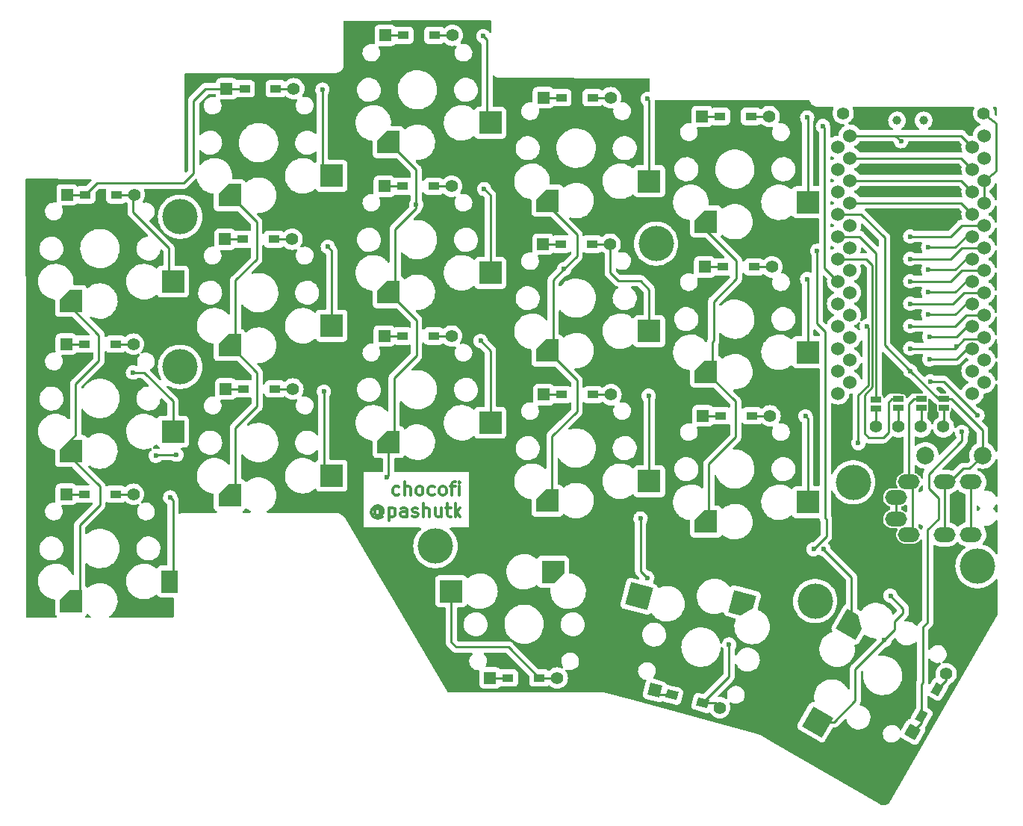
<source format=gtl>
G04 #@! TF.GenerationSoftware,KiCad,Pcbnew,(6.0.10)*
G04 #@! TF.CreationDate,2023-01-07T12:45:19+01:00*
G04 #@! TF.ProjectId,chocofi,63686f63-6f66-4692-9e6b-696361645f70,2.1*
G04 #@! TF.SameCoordinates,Original*
G04 #@! TF.FileFunction,Copper,L1,Top*
G04 #@! TF.FilePolarity,Positive*
%FSLAX46Y46*%
G04 Gerber Fmt 4.6, Leading zero omitted, Abs format (unit mm)*
G04 Created by KiCad (PCBNEW (6.0.10)) date 2023-01-07 12:45:19*
%MOMM*%
%LPD*%
G01*
G04 APERTURE LIST*
G04 Aperture macros list*
%AMRotRect*
0 Rectangle, with rotation*
0 The origin of the aperture is its center*
0 $1 length*
0 $2 width*
0 $3 Rotation angle, in degrees counterclockwise*
0 Add horizontal line*
21,1,$1,$2,0,0,$3*%
%AMOutline5P*
0 Free polygon, 5 corners , with rotation*
0 The origin of the aperture is its center*
0 number of corners: always 5*
0 $1 to $10 corner X, Y*
0 $11 Rotation angle, in degrees counterclockwise*
0 create outline with 5 corners*
4,1,5,$1,$2,$3,$4,$5,$6,$7,$8,$9,$10,$1,$2,$11*%
%AMOutline6P*
0 Free polygon, 6 corners , with rotation*
0 The origin of the aperture is its center*
0 number of corners: always 6*
0 $1 to $12 corner X, Y*
0 $13 Rotation angle, in degrees counterclockwise*
0 create outline with 6 corners*
4,1,6,$1,$2,$3,$4,$5,$6,$7,$8,$9,$10,$11,$12,$1,$2,$13*%
%AMOutline7P*
0 Free polygon, 7 corners , with rotation*
0 The origin of the aperture is its center*
0 number of corners: always 7*
0 $1 to $14 corner X, Y*
0 $15 Rotation angle, in degrees counterclockwise*
0 create outline with 7 corners*
4,1,7,$1,$2,$3,$4,$5,$6,$7,$8,$9,$10,$11,$12,$13,$14,$1,$2,$15*%
%AMOutline8P*
0 Free polygon, 8 corners , with rotation*
0 The origin of the aperture is its center*
0 number of corners: always 8*
0 $1 to $16 corner X, Y*
0 $17 Rotation angle, in degrees counterclockwise*
0 create outline with 8 corners*
4,1,8,$1,$2,$3,$4,$5,$6,$7,$8,$9,$10,$11,$12,$13,$14,$15,$16,$1,$2,$17*%
G04 Aperture macros list end*
%ADD10C,0.300000*%
G04 #@! TA.AperFunction,NonConductor*
%ADD11C,0.300000*%
G04 #@! TD*
G04 #@! TA.AperFunction,ComponentPad*
%ADD12C,1.397000*%
G04 #@! TD*
G04 #@! TA.AperFunction,WasherPad*
%ADD13C,1.000000*%
G04 #@! TD*
G04 #@! TA.AperFunction,ComponentPad*
%ADD14R,1.397000X1.397000*%
G04 #@! TD*
G04 #@! TA.AperFunction,SMDPad,CuDef*
%ADD15R,1.300000X0.950000*%
G04 #@! TD*
G04 #@! TA.AperFunction,SMDPad,CuDef*
%ADD16RotRect,1.300000X0.950000X345.000000*%
G04 #@! TD*
G04 #@! TA.AperFunction,ComponentPad*
%ADD17RotRect,1.397000X1.397000X345.000000*%
G04 #@! TD*
G04 #@! TA.AperFunction,ComponentPad*
%ADD18RotRect,1.397000X1.397000X60.000000*%
G04 #@! TD*
G04 #@! TA.AperFunction,SMDPad,CuDef*
%ADD19RotRect,1.300000X0.950000X60.000000*%
G04 #@! TD*
G04 #@! TA.AperFunction,ComponentPad*
%ADD20O,2.500000X1.700000*%
G04 #@! TD*
G04 #@! TA.AperFunction,SMDPad,CuDef*
%ADD21Outline5P,-1.300000X0.130000X-0.130000X1.300000X1.300000X1.300000X1.300000X-1.300000X-1.300000X-1.300000X0.000000*%
G04 #@! TD*
G04 #@! TA.AperFunction,SMDPad,CuDef*
%ADD22R,2.600000X2.600000*%
G04 #@! TD*
G04 #@! TA.AperFunction,SMDPad,CuDef*
%ADD23R,1.900000X2.600000*%
G04 #@! TD*
G04 #@! TA.AperFunction,SMDPad,CuDef*
%ADD24Outline5P,-1.300000X0.130000X-0.130000X1.300000X1.300000X1.300000X1.300000X-1.300000X-1.300000X-1.300000X180.000000*%
G04 #@! TD*
G04 #@! TA.AperFunction,SMDPad,CuDef*
%ADD25Outline5P,-1.300000X0.130000X-0.130000X1.300000X1.300000X1.300000X1.300000X-1.300000X-1.300000X-1.300000X165.000000*%
G04 #@! TD*
G04 #@! TA.AperFunction,SMDPad,CuDef*
%ADD26RotRect,2.600000X2.600000X165.000000*%
G04 #@! TD*
G04 #@! TA.AperFunction,SMDPad,CuDef*
%ADD27Outline5P,-1.300000X0.130000X-0.130000X1.300000X1.300000X1.300000X1.300000X-1.300000X-1.300000X-1.300000X240.000000*%
G04 #@! TD*
G04 #@! TA.AperFunction,SMDPad,CuDef*
%ADD28RotRect,2.600000X2.600000X240.000000*%
G04 #@! TD*
G04 #@! TA.AperFunction,ComponentPad*
%ADD29C,1.524000*%
G04 #@! TD*
G04 #@! TA.AperFunction,SMDPad,CuDef*
%ADD30R,1.143000X0.635000*%
G04 #@! TD*
G04 #@! TA.AperFunction,ComponentPad*
%ADD31C,2.000000*%
G04 #@! TD*
G04 #@! TA.AperFunction,ComponentPad*
%ADD32C,4.000000*%
G04 #@! TD*
G04 #@! TA.AperFunction,ViaPad*
%ADD33C,0.600000*%
G04 #@! TD*
G04 #@! TA.AperFunction,Conductor*
%ADD34C,0.250000*%
G04 #@! TD*
G04 APERTURE END LIST*
D10*
D11*
X119830714Y-98289642D02*
X119687857Y-98361071D01*
X119402142Y-98361071D01*
X119259285Y-98289642D01*
X119187857Y-98218214D01*
X119116428Y-98075357D01*
X119116428Y-97646785D01*
X119187857Y-97503928D01*
X119259285Y-97432500D01*
X119402142Y-97361071D01*
X119687857Y-97361071D01*
X119830714Y-97432500D01*
X120473571Y-98361071D02*
X120473571Y-96861071D01*
X121116428Y-98361071D02*
X121116428Y-97575357D01*
X121045000Y-97432500D01*
X120902142Y-97361071D01*
X120687857Y-97361071D01*
X120545000Y-97432500D01*
X120473571Y-97503928D01*
X122045000Y-98361071D02*
X121902142Y-98289642D01*
X121830714Y-98218214D01*
X121759285Y-98075357D01*
X121759285Y-97646785D01*
X121830714Y-97503928D01*
X121902142Y-97432500D01*
X122045000Y-97361071D01*
X122259285Y-97361071D01*
X122402142Y-97432500D01*
X122473571Y-97503928D01*
X122545000Y-97646785D01*
X122545000Y-98075357D01*
X122473571Y-98218214D01*
X122402142Y-98289642D01*
X122259285Y-98361071D01*
X122045000Y-98361071D01*
X123830714Y-98289642D02*
X123687857Y-98361071D01*
X123402142Y-98361071D01*
X123259285Y-98289642D01*
X123187857Y-98218214D01*
X123116428Y-98075357D01*
X123116428Y-97646785D01*
X123187857Y-97503928D01*
X123259285Y-97432500D01*
X123402142Y-97361071D01*
X123687857Y-97361071D01*
X123830714Y-97432500D01*
X124687857Y-98361071D02*
X124545000Y-98289642D01*
X124473571Y-98218214D01*
X124402142Y-98075357D01*
X124402142Y-97646785D01*
X124473571Y-97503928D01*
X124545000Y-97432500D01*
X124687857Y-97361071D01*
X124902142Y-97361071D01*
X125045000Y-97432500D01*
X125116428Y-97503928D01*
X125187857Y-97646785D01*
X125187857Y-98075357D01*
X125116428Y-98218214D01*
X125045000Y-98289642D01*
X124902142Y-98361071D01*
X124687857Y-98361071D01*
X125616428Y-97361071D02*
X126187857Y-97361071D01*
X125830714Y-98361071D02*
X125830714Y-97075357D01*
X125902142Y-96932500D01*
X126045000Y-96861071D01*
X126187857Y-96861071D01*
X126687857Y-98361071D02*
X126687857Y-97361071D01*
X126687857Y-96861071D02*
X126616428Y-96932500D01*
X126687857Y-97003928D01*
X126759285Y-96932500D01*
X126687857Y-96861071D01*
X126687857Y-97003928D01*
X117687857Y-100061785D02*
X117616428Y-99990357D01*
X117473571Y-99918928D01*
X117330714Y-99918928D01*
X117187857Y-99990357D01*
X117116428Y-100061785D01*
X117045000Y-100204642D01*
X117045000Y-100347500D01*
X117116428Y-100490357D01*
X117187857Y-100561785D01*
X117330714Y-100633214D01*
X117473571Y-100633214D01*
X117616428Y-100561785D01*
X117687857Y-100490357D01*
X117687857Y-99918928D02*
X117687857Y-100490357D01*
X117759285Y-100561785D01*
X117830714Y-100561785D01*
X117973571Y-100490357D01*
X118045000Y-100347500D01*
X118045000Y-99990357D01*
X117902142Y-99776071D01*
X117687857Y-99633214D01*
X117402142Y-99561785D01*
X117116428Y-99633214D01*
X116902142Y-99776071D01*
X116759285Y-99990357D01*
X116687857Y-100276071D01*
X116759285Y-100561785D01*
X116902142Y-100776071D01*
X117116428Y-100918928D01*
X117402142Y-100990357D01*
X117687857Y-100918928D01*
X117902142Y-100776071D01*
X118687857Y-99776071D02*
X118687857Y-101276071D01*
X118687857Y-99847500D02*
X118830714Y-99776071D01*
X119116428Y-99776071D01*
X119259285Y-99847500D01*
X119330714Y-99918928D01*
X119402142Y-100061785D01*
X119402142Y-100490357D01*
X119330714Y-100633214D01*
X119259285Y-100704642D01*
X119116428Y-100776071D01*
X118830714Y-100776071D01*
X118687857Y-100704642D01*
X120687857Y-100776071D02*
X120687857Y-99990357D01*
X120616428Y-99847500D01*
X120473571Y-99776071D01*
X120187857Y-99776071D01*
X120045000Y-99847500D01*
X120687857Y-100704642D02*
X120545000Y-100776071D01*
X120187857Y-100776071D01*
X120045000Y-100704642D01*
X119973571Y-100561785D01*
X119973571Y-100418928D01*
X120045000Y-100276071D01*
X120187857Y-100204642D01*
X120545000Y-100204642D01*
X120687857Y-100133214D01*
X121330714Y-100704642D02*
X121473571Y-100776071D01*
X121759285Y-100776071D01*
X121902142Y-100704642D01*
X121973571Y-100561785D01*
X121973571Y-100490357D01*
X121902142Y-100347500D01*
X121759285Y-100276071D01*
X121545000Y-100276071D01*
X121402142Y-100204642D01*
X121330714Y-100061785D01*
X121330714Y-99990357D01*
X121402142Y-99847500D01*
X121545000Y-99776071D01*
X121759285Y-99776071D01*
X121902142Y-99847500D01*
X122616428Y-100776071D02*
X122616428Y-99276071D01*
X123259285Y-100776071D02*
X123259285Y-99990357D01*
X123187857Y-99847500D01*
X123045000Y-99776071D01*
X122830714Y-99776071D01*
X122687857Y-99847500D01*
X122616428Y-99918928D01*
X124616428Y-99776071D02*
X124616428Y-100776071D01*
X123973571Y-99776071D02*
X123973571Y-100561785D01*
X124045000Y-100704642D01*
X124187857Y-100776071D01*
X124402142Y-100776071D01*
X124545000Y-100704642D01*
X124616428Y-100633214D01*
X125116428Y-99776071D02*
X125687857Y-99776071D01*
X125330714Y-99276071D02*
X125330714Y-100561785D01*
X125402142Y-100704642D01*
X125545000Y-100776071D01*
X125687857Y-100776071D01*
X126187857Y-100776071D02*
X126187857Y-99276071D01*
X126330714Y-100204642D02*
X126759285Y-100776071D01*
X126759285Y-99776071D02*
X126187857Y-100347500D01*
D12*
X170180000Y-55060400D03*
X186130000Y-55060400D03*
D13*
X179300000Y-55880000D03*
X176300000Y-55880000D03*
D14*
X82194400Y-64312800D03*
D15*
X84229400Y-64312800D03*
D12*
X89814400Y-64312800D03*
D15*
X87779400Y-64312800D03*
D14*
X100279200Y-52273200D03*
D15*
X102314200Y-52273200D03*
X105864200Y-52273200D03*
D12*
X107899200Y-52273200D03*
D14*
X118262400Y-46228000D03*
D15*
X120297400Y-46228000D03*
D12*
X125882400Y-46228000D03*
D15*
X123847400Y-46228000D03*
X138229800Y-53289200D03*
D14*
X136194800Y-53289200D03*
D12*
X143814800Y-53289200D03*
D15*
X141779800Y-53289200D03*
X156213000Y-55422800D03*
D14*
X154178000Y-55422800D03*
D15*
X159763000Y-55422800D03*
D12*
X161798000Y-55422800D03*
D14*
X82092800Y-81229200D03*
D15*
X84127800Y-81229200D03*
D12*
X89712800Y-81229200D03*
D15*
X87677800Y-81229200D03*
D14*
X100076000Y-69342000D03*
D15*
X102111000Y-69342000D03*
D12*
X107696000Y-69342000D03*
D15*
X105661000Y-69342000D03*
D14*
X118160800Y-63347600D03*
D15*
X120195800Y-63347600D03*
X123745800Y-63347600D03*
D12*
X125780800Y-63347600D03*
D14*
X136144000Y-69900800D03*
D15*
X138179000Y-69900800D03*
D12*
X143764000Y-69900800D03*
D15*
X141729000Y-69900800D03*
D14*
X154482800Y-72491600D03*
D15*
X156517800Y-72491600D03*
D12*
X162102800Y-72491600D03*
D15*
X160067800Y-72491600D03*
D14*
X82092800Y-98247200D03*
D15*
X84127800Y-98247200D03*
D12*
X89712800Y-98247200D03*
D15*
X87677800Y-98247200D03*
D14*
X100177600Y-86309200D03*
D15*
X102212600Y-86309200D03*
X105762600Y-86309200D03*
D12*
X107797600Y-86309200D03*
D15*
X120195800Y-80314800D03*
D14*
X118160800Y-80314800D03*
D15*
X123745800Y-80314800D03*
D12*
X125780800Y-80314800D03*
D14*
X136245600Y-86969600D03*
D15*
X138280600Y-86969600D03*
X141830600Y-86969600D03*
D12*
X143865600Y-86969600D03*
D15*
X156314600Y-89357200D03*
D14*
X154279600Y-89357200D03*
D12*
X161899600Y-89357200D03*
D15*
X159864600Y-89357200D03*
D14*
X130149600Y-119075200D03*
D15*
X132184600Y-119075200D03*
X135734600Y-119075200D03*
D12*
X137769600Y-119075200D03*
D16*
X150799764Y-121001192D03*
D17*
X148834105Y-120474495D03*
D12*
X156194459Y-122446697D03*
D16*
X154228800Y-121920000D03*
D18*
X178053166Y-125194992D03*
D19*
X179070666Y-123432630D03*
X180845666Y-120358240D03*
D12*
X181863166Y-118595878D03*
D20*
X176160000Y-101061000D03*
X176160000Y-98611000D03*
X184660000Y-102811000D03*
X184660000Y-96861000D03*
X181660000Y-96861000D03*
X181660000Y-102811000D03*
X177660000Y-96861000D03*
X177660000Y-102811000D03*
D21*
X82635000Y-76350000D03*
D22*
X94185000Y-74150000D03*
D21*
X100635000Y-64350000D03*
D22*
X112185000Y-62150000D03*
D21*
X118635000Y-58350000D03*
D22*
X130185000Y-56150000D03*
D21*
X136635000Y-64970000D03*
D22*
X148185000Y-62770000D03*
D21*
X154635000Y-67350000D03*
D22*
X166185000Y-65150000D03*
D21*
X82635000Y-93350000D03*
D22*
X94185000Y-91150000D03*
D21*
X100635000Y-81350000D03*
D22*
X112185000Y-79150000D03*
D21*
X118635000Y-75350000D03*
D22*
X130185000Y-73150000D03*
D21*
X136635000Y-81970000D03*
D22*
X148185000Y-79770000D03*
D21*
X154635000Y-84350000D03*
D22*
X166185000Y-82150000D03*
D21*
X82635000Y-110350000D03*
D23*
X93810000Y-108150000D03*
D21*
X100635000Y-98350000D03*
D22*
X112185000Y-96150000D03*
D21*
X118635000Y-92350000D03*
D22*
X130185000Y-90150000D03*
D21*
X136635000Y-98975000D03*
D22*
X148185000Y-96775000D03*
D21*
X154635000Y-101350000D03*
D22*
X166185000Y-99150000D03*
D24*
X137285000Y-107040000D03*
D22*
X125735000Y-109240000D03*
D25*
X158763380Y-110680374D03*
D26*
X147037535Y-109816051D03*
D27*
X171144649Y-112978767D03*
D28*
X167274905Y-124081360D03*
D29*
X169620000Y-58870400D03*
X186166400Y-57600400D03*
X186166400Y-60140400D03*
X169620000Y-61410400D03*
X186166400Y-62680400D03*
X169620000Y-63950400D03*
X186166400Y-65220400D03*
X169620000Y-66490400D03*
X169620000Y-69030400D03*
X186166400Y-67760400D03*
X169620000Y-71570400D03*
X186166400Y-70300400D03*
X169620000Y-74110400D03*
X186166400Y-72840400D03*
X169620000Y-76650400D03*
X186166400Y-75380400D03*
X186166400Y-77920400D03*
X169620000Y-79190400D03*
X186166400Y-80460400D03*
X169620000Y-81730400D03*
X186166400Y-83000400D03*
X169620000Y-84270400D03*
X186166400Y-85540400D03*
X169620000Y-86810400D03*
X170946400Y-85540400D03*
X184860000Y-86810400D03*
X170946400Y-83000400D03*
X184860000Y-84270400D03*
X184860000Y-81730400D03*
X170946400Y-80460400D03*
X184860000Y-79190400D03*
X170946400Y-77920400D03*
X184860000Y-76650400D03*
X170946400Y-75380400D03*
X184860000Y-74110400D03*
X170946400Y-72840400D03*
X184860000Y-71570400D03*
X170946400Y-70300400D03*
X170946400Y-67760400D03*
X184860000Y-69030400D03*
X184860000Y-66490400D03*
X170946400Y-65220400D03*
X184860000Y-63950400D03*
X170946400Y-62680400D03*
X170946400Y-60140400D03*
X184860000Y-61410400D03*
X184860000Y-58870400D03*
X170946400Y-57600400D03*
D30*
X179070000Y-87448020D03*
X179070000Y-88448780D03*
D12*
X173930000Y-90608400D03*
X176470000Y-90608400D03*
X179010000Y-90608400D03*
X181550000Y-90608400D03*
D30*
X176470000Y-87468020D03*
X176470000Y-88468780D03*
X173930000Y-87498020D03*
X173930000Y-88498780D03*
X181640000Y-87438420D03*
X181640000Y-88439180D03*
D31*
X186003000Y-93853000D03*
X179503000Y-93853000D03*
D32*
X171323000Y-96901000D03*
X185420000Y-106426000D03*
X95000000Y-66802000D03*
X148971000Y-69850000D03*
X123952000Y-104140000D03*
X167005000Y-110363000D03*
X95000000Y-83820000D03*
D33*
X176737188Y-58224900D03*
X177800000Y-74110400D03*
X167894000Y-56515000D03*
X177800000Y-76650400D03*
X94185000Y-74150000D03*
X171907200Y-92456000D03*
X172855490Y-79190400D03*
X177800000Y-79190400D03*
X112185000Y-62150000D03*
X111150400Y-52374800D03*
X183032400Y-81534000D03*
X177800000Y-81730400D03*
X183642000Y-91186000D03*
X129387600Y-46329600D03*
X130185000Y-56150000D03*
X148031200Y-53441600D03*
X148185000Y-62770000D03*
X166116000Y-55524400D03*
X166185000Y-65150000D03*
X94185000Y-91150000D03*
X89662000Y-84455000D03*
X112185000Y-79150000D03*
X111760000Y-70205600D03*
X130185000Y-73150000D03*
X129489200Y-63652400D03*
X148185000Y-79770000D03*
X166185000Y-82150000D03*
X166116000Y-73863200D03*
X94185000Y-108150000D03*
X93878400Y-98602800D03*
X112185000Y-96150000D03*
X111302800Y-86614000D03*
X130185000Y-90150000D03*
X129082800Y-80873600D03*
X148185000Y-96775000D03*
X148132800Y-87071200D03*
X166185000Y-99150000D03*
X165912800Y-89408000D03*
X125735000Y-109240000D03*
X147037535Y-109816051D03*
X157251400Y-115290600D03*
X174866300Y-114795300D03*
X175549905Y-109748640D03*
X177800000Y-84268400D03*
X179832000Y-70256400D03*
X94589600Y-93776800D03*
X179832000Y-72796400D03*
X167233600Y-70662800D03*
X166830000Y-104495600D03*
X82635000Y-110350000D03*
X92252800Y-93878400D03*
X82635000Y-93350000D03*
X82635000Y-76350000D03*
X100635000Y-64350000D03*
X179832000Y-75336400D03*
X100635000Y-81350000D03*
X100635000Y-98350000D03*
X179832000Y-77876400D03*
X137285000Y-107040000D03*
X118635000Y-58350000D03*
X118635000Y-92350000D03*
X118635000Y-75350000D03*
X118480000Y-96334500D03*
X121767600Y-65430400D03*
X158763380Y-110680374D03*
X136635000Y-98975000D03*
X136635000Y-64970000D03*
X147980400Y-107746800D03*
X179959000Y-80416400D03*
X136635000Y-81970000D03*
X147218400Y-100990400D03*
X138531600Y-72745600D03*
X171144649Y-112978767D03*
X154635000Y-101350000D03*
X154635000Y-67350000D03*
X154635000Y-84350000D03*
X179959000Y-82956400D03*
X167970000Y-104480000D03*
X185420000Y-89281000D03*
X180086000Y-85471000D03*
X177800000Y-71570400D03*
X177800000Y-69030400D03*
D34*
X186130000Y-55060400D02*
X187500000Y-56183800D01*
X187500000Y-56183800D02*
X187500000Y-61593400D01*
X187500000Y-61593400D02*
X186166400Y-62680400D01*
X176737188Y-58224900D02*
X176112688Y-57600400D01*
X176112688Y-57600400D02*
X176079600Y-57600400D01*
X170946400Y-57600400D02*
X176079600Y-57600400D01*
X176079600Y-57600400D02*
X183590000Y-57600400D01*
X96520000Y-53644800D02*
X97891600Y-52273200D01*
X118262400Y-46228000D02*
X120297400Y-46228000D01*
X154178000Y-55422800D02*
X156213000Y-55422800D01*
X138229800Y-53289200D02*
X136194800Y-53289200D01*
X85550200Y-62992000D02*
X84229400Y-64312800D01*
X167894000Y-56515000D02*
X168097200Y-56718200D01*
X183598000Y-72840400D02*
X182328000Y-74110400D01*
X168097200Y-72587600D02*
X169620000Y-74110400D01*
X102314200Y-52273200D02*
X100279200Y-52273200D01*
X96520000Y-53644800D02*
X96520000Y-61849000D01*
X95377000Y-62992000D02*
X85550200Y-62992000D01*
X97891600Y-52273200D02*
X100279200Y-52273200D01*
X96520000Y-61849000D02*
X95377000Y-62992000D01*
X186166400Y-72840400D02*
X183598000Y-72840400D01*
X168097200Y-56718200D02*
X168097200Y-72587600D01*
X84229400Y-64312800D02*
X82194400Y-64312800D01*
X182328000Y-74110400D02*
X177800000Y-74110400D01*
X186166400Y-75380400D02*
X183852000Y-75380400D01*
X182582000Y-76650400D02*
X177800000Y-76650400D01*
X138179000Y-69900800D02*
X136144000Y-69900800D01*
X183852000Y-75380400D02*
X182582000Y-76650400D01*
X102111000Y-69342000D02*
X100076000Y-69342000D01*
X120195800Y-63347600D02*
X118160800Y-63347600D01*
X84127800Y-81229200D02*
X82092800Y-81229200D01*
X156517800Y-72491600D02*
X154482800Y-72491600D01*
X89662000Y-66294000D02*
X89662000Y-64465200D01*
X93726000Y-70358000D02*
X89662000Y-66294000D01*
X93726000Y-73691000D02*
X93726000Y-70358000D01*
X94185000Y-74150000D02*
X93726000Y-73691000D01*
X89662000Y-64465200D02*
X89814400Y-64312800D01*
X87779400Y-64312800D02*
X89814400Y-64312800D01*
X156314600Y-89357200D02*
X154279600Y-89357200D01*
X173030470Y-79365380D02*
X172855490Y-79190400D01*
X182836000Y-79190400D02*
X177800000Y-79190400D01*
X171907200Y-87025482D02*
X173030470Y-85902212D01*
X84127800Y-98247200D02*
X82092800Y-98247200D01*
X184106000Y-77920400D02*
X182836000Y-79190400D01*
X138280600Y-86969600D02*
X136245600Y-86969600D01*
X171907200Y-92456000D02*
X171907200Y-87025482D01*
X186166400Y-77920400D02*
X184106000Y-77920400D01*
X120195800Y-80314800D02*
X118160800Y-80314800D01*
X173030470Y-85902212D02*
X173030470Y-79365380D01*
X102212600Y-86309200D02*
X100177600Y-86309200D01*
X111150400Y-61115400D02*
X112185000Y-62150000D01*
X105864200Y-52273200D02*
X107899200Y-52273200D01*
X111150400Y-52374800D02*
X111150400Y-61115400D01*
X185983401Y-80643399D02*
X186166400Y-80460400D01*
X183923001Y-80643399D02*
X185983401Y-80643399D01*
X177800000Y-81730400D02*
X182836000Y-81730400D01*
X180975000Y-101092000D02*
X179781200Y-102285800D01*
X180975000Y-98679000D02*
X180975000Y-101092000D01*
X179781200Y-102285800D02*
X179781200Y-112776000D01*
X179882800Y-95961200D02*
X179882800Y-97586800D01*
X150799764Y-121001192D02*
X149360802Y-121001192D01*
X179781200Y-112776000D02*
X179197000Y-113360200D01*
X182836000Y-81730400D02*
X183923001Y-80643399D01*
X179070666Y-124177492D02*
X178053166Y-125194992D01*
X179197000Y-119634000D02*
X179070666Y-119760334D01*
X179197000Y-113360200D02*
X179197000Y-119634000D01*
X149360802Y-121001192D02*
X148834105Y-120474495D01*
X183642000Y-92202000D02*
X179882800Y-95961200D01*
X179070666Y-123432630D02*
X179070666Y-124177492D01*
X179882800Y-97586800D02*
X180975000Y-98679000D01*
X132184600Y-119075200D02*
X130149600Y-119075200D01*
X179070666Y-119760334D02*
X179070666Y-123432630D01*
X183642000Y-91186000D02*
X183642000Y-92202000D01*
X129794000Y-46736000D02*
X129794000Y-55759000D01*
X129794000Y-55759000D02*
X130185000Y-56150000D01*
X129387600Y-46329600D02*
X129794000Y-46736000D01*
X123847400Y-46228000D02*
X125882400Y-46228000D01*
X148185000Y-53595400D02*
X148185000Y-62770000D01*
X148031200Y-53441600D02*
X148185000Y-53595400D01*
X141779800Y-53289200D02*
X143814800Y-53289200D01*
X166185000Y-55593400D02*
X166116000Y-55524400D01*
X159763000Y-55422800D02*
X161798000Y-55422800D01*
X166185000Y-65150000D02*
X166185000Y-55593400D01*
X87677800Y-81229200D02*
X89712800Y-81229200D01*
X94185000Y-87708000D02*
X94185000Y-91150000D01*
X90932000Y-84455000D02*
X94185000Y-87708000D01*
X89662000Y-84455000D02*
X90932000Y-84455000D01*
X111760000Y-70205600D02*
X112185000Y-70630600D01*
X105661000Y-69342000D02*
X107696000Y-69342000D01*
X112185000Y-70630600D02*
X112185000Y-79150000D01*
X130185000Y-64348200D02*
X130185000Y-73150000D01*
X123745800Y-63347600D02*
X125780800Y-63347600D01*
X129489200Y-63652400D02*
X130185000Y-64348200D01*
X143764000Y-69900800D02*
X143764000Y-73152000D01*
X148185000Y-75033000D02*
X148185000Y-79770000D01*
X144653000Y-74041000D02*
X147193000Y-74041000D01*
X147193000Y-74041000D02*
X148185000Y-75033000D01*
X143764000Y-73152000D02*
X144653000Y-74041000D01*
X141729000Y-69900800D02*
X143764000Y-69900800D01*
X166185000Y-73932200D02*
X166185000Y-82150000D01*
X166116000Y-73863200D02*
X166185000Y-73932200D01*
X160067800Y-72491600D02*
X162102800Y-72491600D01*
X94185000Y-98909400D02*
X94185000Y-108150000D01*
X87677800Y-98247200D02*
X89712800Y-98247200D01*
X93878400Y-98602800D02*
X94185000Y-98909400D01*
X111302800Y-95267800D02*
X112185000Y-96150000D01*
X111302800Y-86614000D02*
X111302800Y-95267800D01*
X105762600Y-86309200D02*
X107797600Y-86309200D01*
X123745800Y-80314800D02*
X125780800Y-80314800D01*
X130185000Y-81975800D02*
X130185000Y-90150000D01*
X129082800Y-80873600D02*
X130185000Y-81975800D01*
X148185000Y-87123400D02*
X148185000Y-96775000D01*
X141830600Y-86969600D02*
X143865600Y-86969600D01*
X148132800Y-87071200D02*
X148185000Y-87123400D01*
X166185000Y-89680200D02*
X166185000Y-99150000D01*
X165912800Y-89408000D02*
X166185000Y-89680200D01*
X159864600Y-89357200D02*
X161899600Y-89357200D01*
X126288800Y-115570000D02*
X125735000Y-115016200D01*
X135734600Y-119075200D02*
X137769600Y-119075200D01*
X125735000Y-115016200D02*
X125735000Y-109240000D01*
X135734600Y-119075200D02*
X132229400Y-115570000D01*
X132229400Y-115570000D02*
X126288800Y-115570000D01*
X157251400Y-118897400D02*
X157251400Y-115290600D01*
X154228800Y-121920000D02*
X155667762Y-121920000D01*
X155667762Y-121920000D02*
X156194459Y-122446697D01*
X154228800Y-121920000D02*
X157251400Y-118897400D01*
X171551600Y-118110000D02*
X174866300Y-114795300D01*
X171551600Y-121666000D02*
X171551600Y-118110000D01*
X174866300Y-114795300D02*
X176022000Y-113639600D01*
X181863166Y-118595878D02*
X181863166Y-119340740D01*
X169136240Y-124081360D02*
X171551600Y-121666000D01*
X176022000Y-112674400D02*
X176987200Y-111709200D01*
X176022000Y-113639600D02*
X176022000Y-112674400D01*
X176987200Y-111185935D02*
X175549905Y-109748640D01*
X167274905Y-124081360D02*
X169136240Y-124081360D01*
X176987200Y-111709200D02*
X176987200Y-111185935D01*
X181863166Y-119340740D02*
X180845666Y-120358240D01*
X172222000Y-66490400D02*
X169620000Y-66490400D01*
X186003000Y-93853000D02*
X184507600Y-95348400D01*
X186003000Y-90979920D02*
X186003000Y-93853000D01*
X183590000Y-60140400D02*
X184860000Y-61410400D01*
X180970020Y-87438420D02*
X177800000Y-84268400D01*
X170946400Y-60140400D02*
X183590000Y-60140400D01*
X182287400Y-96861000D02*
X181660000Y-96861000D01*
X177800000Y-84268400D02*
X174902010Y-81370410D01*
X184507600Y-95348400D02*
X183800000Y-95348400D01*
X174902010Y-69170410D02*
X172222000Y-66490400D01*
X181640000Y-87438420D02*
X182461500Y-87438420D01*
X186166400Y-62680400D02*
X186166400Y-65220400D01*
X183800000Y-95348400D02*
X182287400Y-96861000D01*
X181660000Y-96861000D02*
X181660000Y-102811000D01*
X182461500Y-87438420D02*
X186003000Y-90979920D01*
X174902010Y-81370410D02*
X174902010Y-69170410D01*
X181640000Y-87438420D02*
X180970020Y-87438420D01*
X177660000Y-96861000D02*
X177660000Y-88036520D01*
X177660000Y-88036520D02*
X178248500Y-87448020D01*
X178248500Y-87448020D02*
X179070000Y-87448020D01*
X177660000Y-96861000D02*
X178054000Y-97255000D01*
X178054000Y-102417000D02*
X177660000Y-102811000D01*
X183590000Y-65220400D02*
X184860000Y-66490400D01*
X178054000Y-97255000D02*
X178054000Y-102417000D01*
X170946400Y-65220400D02*
X183590000Y-65220400D01*
X177660000Y-102811000D02*
X178257400Y-102811000D01*
X178257400Y-102811000D02*
X178300000Y-102768400D01*
X184106000Y-69030400D02*
X182880000Y-70256400D01*
X184733000Y-69030400D02*
X184106000Y-69030400D01*
X182880000Y-70256400D02*
X179832000Y-70256400D01*
X179832000Y-70256400D02*
X179832000Y-70256400D01*
X182880000Y-72796400D02*
X179832000Y-72796400D01*
X184106000Y-71570400D02*
X182880000Y-72796400D01*
X184733000Y-71570400D02*
X184106000Y-71570400D01*
X179832000Y-72796400D02*
X179832000Y-72796400D01*
X82635000Y-92066200D02*
X82635000Y-93350000D01*
X92252800Y-93878400D02*
X92354400Y-93776800D01*
X85902800Y-97383600D02*
X85902800Y-99466400D01*
X82635000Y-93350000D02*
X82635000Y-94115800D01*
X85801200Y-80213200D02*
X85801200Y-83108800D01*
X85801200Y-83108800D02*
X83159600Y-85750400D01*
X85902800Y-99466400D02*
X83616800Y-101752400D01*
X82635000Y-76350000D02*
X82635000Y-77047000D01*
X83159600Y-85750400D02*
X83159600Y-91541600D01*
X168148000Y-79806800D02*
X167233600Y-78892400D01*
X83159600Y-91541600D02*
X82635000Y-92066200D01*
X82635000Y-94115800D02*
X85902800Y-97383600D01*
X83616800Y-109368200D02*
X82635000Y-110350000D01*
X168275000Y-103050600D02*
X168275000Y-101092000D01*
X83616800Y-101752400D02*
X83616800Y-109368200D01*
X168275000Y-101092000D02*
X168148000Y-100965000D01*
X167233600Y-78892400D02*
X167233600Y-70662800D01*
X82635000Y-77047000D02*
X85801200Y-80213200D01*
X168148000Y-100965000D02*
X168148000Y-79806800D01*
X166830000Y-104495600D02*
X168275000Y-103050600D01*
X92354400Y-93776800D02*
X94589600Y-93776800D01*
X182880000Y-75336400D02*
X179832000Y-75336400D01*
X184733000Y-74110400D02*
X184106000Y-74110400D01*
X184106000Y-74110400D02*
X182880000Y-75336400D01*
X179832000Y-75336400D02*
X179832000Y-75336400D01*
X101295200Y-97689800D02*
X100635000Y-98350000D01*
X101295200Y-74015600D02*
X101295200Y-80689800D01*
X101295200Y-80689800D02*
X100635000Y-81350000D01*
X103733600Y-84448600D02*
X103733600Y-88290400D01*
X101295200Y-90728800D02*
X101295200Y-97689800D01*
X100635000Y-81350000D02*
X103733600Y-84448600D01*
X100635000Y-64350000D02*
X103682800Y-67397800D01*
X103733600Y-88290400D02*
X101295200Y-90728800D01*
X103682800Y-71628000D02*
X101295200Y-74015600D01*
X103682800Y-67397800D02*
X103682800Y-71628000D01*
X182880000Y-77876400D02*
X179832000Y-77876400D01*
X184106000Y-76650400D02*
X182880000Y-77876400D01*
X184733000Y-76650400D02*
X184106000Y-76650400D01*
X179832000Y-77876400D02*
X179832000Y-77876400D01*
X119278400Y-85090000D02*
X119278400Y-91706600D01*
X118635000Y-75350000D02*
X121818400Y-78533400D01*
X118635000Y-96179500D02*
X118635000Y-92350000D01*
X121767600Y-65836800D02*
X119380000Y-68224400D01*
X119278400Y-91706600D02*
X118635000Y-92350000D01*
X121818400Y-82550000D02*
X119278400Y-85090000D01*
X121767600Y-65430400D02*
X121767600Y-65836800D01*
X118480000Y-96334500D02*
X118635000Y-96179500D01*
X118635000Y-58350000D02*
X121767600Y-61482600D01*
X119380000Y-68224400D02*
X119380000Y-74605000D01*
X119380000Y-74605000D02*
X118635000Y-75350000D01*
X121767600Y-61482600D02*
X121767600Y-65430400D01*
X121818400Y-78533400D02*
X121818400Y-82550000D01*
X179959000Y-80416400D02*
X179959000Y-80416400D01*
X147218400Y-106984800D02*
X147980400Y-107746800D01*
X137160000Y-91694000D02*
X137160000Y-98450000D01*
X138531600Y-72745600D02*
X137312400Y-73964800D01*
X140004800Y-88849200D02*
X137160000Y-91694000D01*
X136635000Y-65464200D02*
X140004800Y-68834000D01*
X184233000Y-79190400D02*
X183007000Y-80416400D01*
X140004800Y-68834000D02*
X140004800Y-71272400D01*
X184860000Y-79190400D02*
X184233000Y-79190400D01*
X136635000Y-81970000D02*
X140004800Y-85339800D01*
X140004800Y-85339800D02*
X140004800Y-88849200D01*
X137312400Y-73964800D02*
X137312400Y-81292600D01*
X140004800Y-71272400D02*
X138531600Y-72745600D01*
X183007000Y-80416400D02*
X179959000Y-80416400D01*
X137160000Y-98450000D02*
X136635000Y-98975000D01*
X137312400Y-81292600D02*
X136635000Y-81970000D01*
X136635000Y-64970000D02*
X136635000Y-65464200D01*
X147218400Y-100990400D02*
X147218400Y-106984800D01*
X183007000Y-82956400D02*
X179959000Y-82956400D01*
X184233000Y-81730400D02*
X183007000Y-82956400D01*
X184860000Y-81730400D02*
X184233000Y-81730400D01*
X179959000Y-82956400D02*
X179959000Y-82956400D01*
X154940000Y-101045000D02*
X154635000Y-101350000D01*
X167970000Y-104530000D02*
X171144649Y-107704649D01*
X167970000Y-104480000D02*
X167970000Y-104530000D01*
X158089600Y-73812400D02*
X155498800Y-76403200D01*
X154940000Y-94843600D02*
X154940000Y-101045000D01*
X154635000Y-84378600D02*
X157988000Y-87731600D01*
X154635000Y-68325800D02*
X158089600Y-71780400D01*
X157988000Y-91795600D02*
X154940000Y-94843600D01*
X155397200Y-80975200D02*
X155397200Y-83587800D01*
X154635000Y-84350000D02*
X154635000Y-84378600D01*
X155397200Y-83587800D02*
X154635000Y-84350000D01*
X171144649Y-107704649D02*
X171144649Y-112978767D01*
X157988000Y-87731600D02*
X157988000Y-91795600D01*
X155498800Y-76403200D02*
X155498800Y-80873600D01*
X158089600Y-71780400D02*
X158089600Y-73812400D01*
X155498800Y-80873600D02*
X155397200Y-80975200D01*
X154635000Y-67350000D02*
X154635000Y-68325800D01*
X184660000Y-96861000D02*
X184660000Y-102811000D01*
X183590000Y-62680400D02*
X184860000Y-63950400D01*
X170946400Y-62680400D02*
X183590000Y-62680400D01*
X180086000Y-85471000D02*
X181610000Y-85471000D01*
X181610000Y-85471000D02*
X185420000Y-89281000D01*
X175300000Y-87816520D02*
X175300000Y-91268400D01*
X173078000Y-91846400D02*
X172593000Y-91361400D01*
X172593000Y-91361400D02*
X172593000Y-86975400D01*
X175300000Y-91268400D02*
X174722000Y-91846400D01*
X175648500Y-87468020D02*
X175300000Y-87816520D01*
X186166400Y-70300400D02*
X183598000Y-70300400D01*
X174722000Y-91846400D02*
X173078000Y-91846400D01*
X172802000Y-71570400D02*
X169620000Y-71570400D01*
X173479990Y-86088410D02*
X173479990Y-72248390D01*
X176470000Y-87468020D02*
X175648500Y-87468020D01*
X173479990Y-72248390D02*
X172802000Y-71570400D01*
X172593000Y-86975400D02*
X173479990Y-86088410D01*
X183598000Y-70300400D02*
X182328000Y-71570400D01*
X182328000Y-71570400D02*
X177800000Y-71570400D01*
X172062000Y-69030400D02*
X169620000Y-69030400D01*
X173930000Y-70898400D02*
X172062000Y-69030400D01*
X183598000Y-67760400D02*
X182328000Y-69030400D01*
X186166400Y-67760400D02*
X183598000Y-67760400D01*
X182328000Y-69030400D02*
X177800000Y-69030400D01*
X173930000Y-87498020D02*
X173930000Y-70898400D01*
X173930000Y-88498780D02*
X173930000Y-90608400D01*
X176470000Y-88468780D02*
X176470000Y-90608400D01*
X181640000Y-88439180D02*
X181640000Y-90518400D01*
X181640000Y-90518400D02*
X181550000Y-90608400D01*
X179070000Y-88448780D02*
X179070000Y-90548400D01*
X179070000Y-90548400D02*
X179010000Y-90608400D01*
X176160000Y-101061000D02*
X176160000Y-98611000D01*
X183590000Y-57600400D02*
X184860000Y-58870400D01*
G04 #@! TA.AperFunction,NonConductor*
G36*
X187553786Y-54333535D02*
G01*
X187600306Y-54387168D01*
X187611718Y-54439361D01*
X187612002Y-54613984D01*
X187612941Y-55190691D01*
X187593050Y-55258844D01*
X187539470Y-55305424D01*
X187469212Y-55315643D01*
X187407047Y-55288328D01*
X187378808Y-55265172D01*
X187338815Y-55206511D01*
X187333181Y-55156759D01*
X187341132Y-55065876D01*
X187341132Y-55065875D01*
X187341611Y-55060400D01*
X187323204Y-54850006D01*
X187317866Y-54830085D01*
X187269965Y-54651315D01*
X187269964Y-54651313D01*
X187268542Y-54646005D01*
X187197149Y-54492902D01*
X187186488Y-54422712D01*
X187215468Y-54357899D01*
X187274887Y-54319042D01*
X187311282Y-54313653D01*
X187356702Y-54313631D01*
X187485656Y-54313567D01*
X187553786Y-54333535D01*
G37*
G04 #@! TD.AperFunction*
G04 #@! TA.AperFunction,NonConductor*
G36*
X185016180Y-54334788D02*
G01*
X185062700Y-54388421D01*
X185072838Y-54458690D01*
X185062308Y-54494067D01*
X184991458Y-54646005D01*
X184990036Y-54651313D01*
X184990035Y-54651315D01*
X184942134Y-54830085D01*
X184936796Y-54850006D01*
X184918389Y-55060400D01*
X184936796Y-55270794D01*
X184938220Y-55276107D01*
X184938220Y-55276109D01*
X184986829Y-55457518D01*
X184991458Y-55474795D01*
X184993780Y-55479776D01*
X184993781Y-55479777D01*
X185077231Y-55658735D01*
X185080714Y-55666205D01*
X185201852Y-55839209D01*
X185351191Y-55988548D01*
X185355699Y-55991705D01*
X185355702Y-55991707D01*
X185516806Y-56104513D01*
X185524194Y-56109686D01*
X185529176Y-56112009D01*
X185529181Y-56112012D01*
X185695699Y-56189660D01*
X185748984Y-56236577D01*
X185768445Y-56304855D01*
X185747903Y-56372814D01*
X185695699Y-56418050D01*
X185533711Y-56493586D01*
X185533706Y-56493589D01*
X185528724Y-56495912D01*
X185524217Y-56499068D01*
X185524215Y-56499069D01*
X185351130Y-56620264D01*
X185351127Y-56620266D01*
X185346619Y-56623423D01*
X185189423Y-56780619D01*
X185186266Y-56785127D01*
X185186264Y-56785130D01*
X185072993Y-56946898D01*
X185061912Y-56962724D01*
X185059589Y-56967706D01*
X185059586Y-56967711D01*
X184976721Y-57145416D01*
X184967960Y-57164204D01*
X184910422Y-57378937D01*
X184903472Y-57458383D01*
X184900973Y-57486943D01*
X184875110Y-57553062D01*
X184817606Y-57594701D01*
X184786433Y-57601483D01*
X184761733Y-57603644D01*
X184638537Y-57614422D01*
X184633223Y-57615846D01*
X184633217Y-57615847D01*
X184599486Y-57624885D01*
X184528510Y-57623196D01*
X184477779Y-57592274D01*
X184093652Y-57208147D01*
X184086112Y-57199861D01*
X184082000Y-57193382D01*
X184032348Y-57146756D01*
X184029507Y-57144002D01*
X184009770Y-57124265D01*
X184006573Y-57121785D01*
X183997551Y-57114080D01*
X183997546Y-57114075D01*
X183965321Y-57083814D01*
X183958375Y-57079995D01*
X183958372Y-57079993D01*
X183947566Y-57074052D01*
X183931047Y-57063201D01*
X183922445Y-57056529D01*
X183915041Y-57050786D01*
X183907772Y-57047641D01*
X183907768Y-57047638D01*
X183874463Y-57033226D01*
X183863813Y-57028009D01*
X183825060Y-57006705D01*
X183805437Y-57001667D01*
X183786734Y-56995263D01*
X183775420Y-56990367D01*
X183775419Y-56990367D01*
X183768145Y-56987219D01*
X183760322Y-56985980D01*
X183760312Y-56985977D01*
X183724476Y-56980301D01*
X183712856Y-56977895D01*
X183677711Y-56968872D01*
X183677710Y-56968872D01*
X183670030Y-56966900D01*
X183649776Y-56966900D01*
X183630065Y-56965349D01*
X183617886Y-56963420D01*
X183610057Y-56962180D01*
X183568462Y-56966112D01*
X183566039Y-56966341D01*
X183554181Y-56966900D01*
X179911137Y-56966900D01*
X179843016Y-56946898D01*
X179796523Y-56893242D01*
X179786419Y-56822968D01*
X179815913Y-56758388D01*
X179841395Y-56736434D01*
X179842996Y-56735625D01*
X179847851Y-56731832D01*
X179847854Y-56731830D01*
X179993991Y-56617655D01*
X179998847Y-56613861D01*
X180105811Y-56489942D01*
X180124049Y-56468813D01*
X180124050Y-56468811D01*
X180128078Y-56464145D01*
X180225769Y-56292179D01*
X180288197Y-56104513D01*
X180312985Y-55908295D01*
X180313244Y-55889714D01*
X180313331Y-55883523D01*
X180313331Y-55883520D01*
X180313380Y-55880000D01*
X180294080Y-55683167D01*
X180282367Y-55644370D01*
X180264077Y-55583791D01*
X180236916Y-55493831D01*
X180144066Y-55319204D01*
X180061433Y-55217886D01*
X180022960Y-55170713D01*
X180022957Y-55170710D01*
X180019065Y-55165938D01*
X180010936Y-55159213D01*
X179871425Y-55043799D01*
X179871421Y-55043797D01*
X179866675Y-55039870D01*
X179692701Y-54945802D01*
X179503768Y-54887318D01*
X179497643Y-54886674D01*
X179497642Y-54886674D01*
X179313204Y-54867289D01*
X179313202Y-54867289D01*
X179307075Y-54866645D01*
X179224576Y-54874153D01*
X179116251Y-54884011D01*
X179116248Y-54884012D01*
X179110112Y-54884570D01*
X179104206Y-54886308D01*
X179104202Y-54886309D01*
X179022266Y-54910424D01*
X178920381Y-54940410D01*
X178914923Y-54943263D01*
X178914919Y-54943265D01*
X178855443Y-54974359D01*
X178745110Y-55032040D01*
X178590975Y-55155968D01*
X178463846Y-55307474D01*
X178460879Y-55312872D01*
X178460875Y-55312877D01*
X178390849Y-55440256D01*
X178368567Y-55480787D01*
X178366706Y-55486654D01*
X178366705Y-55486656D01*
X178337363Y-55579154D01*
X178308765Y-55669306D01*
X178286719Y-55865851D01*
X178287235Y-55871995D01*
X178298792Y-56009624D01*
X178303268Y-56062934D01*
X178307083Y-56076238D01*
X178354267Y-56240787D01*
X178357783Y-56253050D01*
X178367282Y-56271532D01*
X178433582Y-56400537D01*
X178448187Y-56428956D01*
X178571035Y-56583953D01*
X178575728Y-56587947D01*
X178575729Y-56587948D01*
X178691809Y-56686739D01*
X178721650Y-56712136D01*
X178727026Y-56715141D01*
X178727031Y-56715144D01*
X178755245Y-56730912D01*
X178804951Y-56781605D01*
X178819360Y-56851124D01*
X178793896Y-56917397D01*
X178736644Y-56959383D01*
X178693775Y-56966900D01*
X176911137Y-56966900D01*
X176843016Y-56946898D01*
X176796523Y-56893242D01*
X176786419Y-56822968D01*
X176815913Y-56758388D01*
X176841395Y-56736434D01*
X176842996Y-56735625D01*
X176847851Y-56731832D01*
X176847854Y-56731830D01*
X176993991Y-56617655D01*
X176998847Y-56613861D01*
X177105811Y-56489942D01*
X177124049Y-56468813D01*
X177124050Y-56468811D01*
X177128078Y-56464145D01*
X177225769Y-56292179D01*
X177288197Y-56104513D01*
X177312985Y-55908295D01*
X177313244Y-55889714D01*
X177313331Y-55883523D01*
X177313331Y-55883520D01*
X177313380Y-55880000D01*
X177294080Y-55683167D01*
X177282367Y-55644370D01*
X177264077Y-55583791D01*
X177236916Y-55493831D01*
X177144066Y-55319204D01*
X177061433Y-55217886D01*
X177022960Y-55170713D01*
X177022957Y-55170710D01*
X177019065Y-55165938D01*
X177010936Y-55159213D01*
X176871425Y-55043799D01*
X176871421Y-55043797D01*
X176866675Y-55039870D01*
X176692701Y-54945802D01*
X176503768Y-54887318D01*
X176497643Y-54886674D01*
X176497642Y-54886674D01*
X176313204Y-54867289D01*
X176313202Y-54867289D01*
X176307075Y-54866645D01*
X176224576Y-54874153D01*
X176116251Y-54884011D01*
X176116248Y-54884012D01*
X176110112Y-54884570D01*
X176104206Y-54886308D01*
X176104202Y-54886309D01*
X176022266Y-54910424D01*
X175920381Y-54940410D01*
X175914923Y-54943263D01*
X175914919Y-54943265D01*
X175855443Y-54974359D01*
X175745110Y-55032040D01*
X175590975Y-55155968D01*
X175463846Y-55307474D01*
X175460879Y-55312872D01*
X175460875Y-55312877D01*
X175390849Y-55440256D01*
X175368567Y-55480787D01*
X175366706Y-55486654D01*
X175366705Y-55486656D01*
X175337363Y-55579154D01*
X175308765Y-55669306D01*
X175286719Y-55865851D01*
X175287235Y-55871995D01*
X175298792Y-56009624D01*
X175303268Y-56062934D01*
X175307083Y-56076238D01*
X175354267Y-56240787D01*
X175357783Y-56253050D01*
X175367282Y-56271532D01*
X175433582Y-56400537D01*
X175448187Y-56428956D01*
X175571035Y-56583953D01*
X175575728Y-56587947D01*
X175575729Y-56587948D01*
X175691809Y-56686739D01*
X175721650Y-56712136D01*
X175727026Y-56715141D01*
X175727031Y-56715144D01*
X175755245Y-56730912D01*
X175804951Y-56781605D01*
X175819360Y-56851124D01*
X175793896Y-56917397D01*
X175736644Y-56959383D01*
X175693775Y-56966900D01*
X172119404Y-56966900D01*
X172051283Y-56946898D01*
X172016191Y-56913171D01*
X171926536Y-56785130D01*
X171926534Y-56785127D01*
X171923377Y-56780619D01*
X171766181Y-56623423D01*
X171761673Y-56620266D01*
X171761670Y-56620264D01*
X171649182Y-56541499D01*
X171584077Y-56495912D01*
X171579095Y-56493589D01*
X171579090Y-56493586D01*
X171387578Y-56404283D01*
X171387577Y-56404282D01*
X171382596Y-56401960D01*
X171377288Y-56400538D01*
X171377286Y-56400537D01*
X171284332Y-56375630D01*
X171167863Y-56344422D01*
X170946400Y-56325047D01*
X170940925Y-56325526D01*
X170879840Y-56330870D01*
X170810235Y-56316880D01*
X170759243Y-56267481D01*
X170743053Y-56198355D01*
X170766806Y-56131450D01*
X170796589Y-56102136D01*
X170954293Y-55991711D01*
X170954299Y-55991706D01*
X170958809Y-55988548D01*
X171108148Y-55839209D01*
X171229286Y-55666205D01*
X171232770Y-55658735D01*
X171316219Y-55479777D01*
X171316220Y-55479776D01*
X171318542Y-55474795D01*
X171323172Y-55457518D01*
X171371780Y-55276109D01*
X171371780Y-55276107D01*
X171373204Y-55270794D01*
X171391611Y-55060400D01*
X171373204Y-54850006D01*
X171367866Y-54830085D01*
X171319965Y-54651315D01*
X171319964Y-54651313D01*
X171318542Y-54646005D01*
X171304816Y-54616569D01*
X171250822Y-54500778D01*
X171240161Y-54430586D01*
X171269141Y-54365773D01*
X171328561Y-54326917D01*
X171364955Y-54321528D01*
X173725691Y-54320362D01*
X184948050Y-54314820D01*
X185016180Y-54334788D01*
G37*
G04 #@! TD.AperFunction*
G04 #@! TA.AperFunction,NonConductor*
G36*
X175866215Y-58253902D02*
G01*
X175887189Y-58270805D01*
X175901938Y-58285554D01*
X175935964Y-58347866D01*
X175938242Y-58362353D01*
X175941351Y-58394060D01*
X175998606Y-58566173D01*
X176002253Y-58572195D01*
X176002254Y-58572197D01*
X176084023Y-58707214D01*
X176092568Y-58721324D01*
X176097457Y-58726387D01*
X176097458Y-58726388D01*
X176145198Y-58775824D01*
X176218570Y-58851802D01*
X176256430Y-58876577D01*
X176351817Y-58938996D01*
X176370347Y-58951122D01*
X176376951Y-58953578D01*
X176376953Y-58953579D01*
X176533746Y-59011890D01*
X176533748Y-59011890D01*
X176540356Y-59014348D01*
X176619978Y-59024972D01*
X176713168Y-59037407D01*
X176713172Y-59037407D01*
X176720149Y-59038338D01*
X176727160Y-59037700D01*
X176727164Y-59037700D01*
X176869647Y-59024732D01*
X176900788Y-59021898D01*
X176907490Y-59019720D01*
X176907492Y-59019720D01*
X177066597Y-58968024D01*
X177066600Y-58968023D01*
X177073296Y-58965847D01*
X177170025Y-58908185D01*
X177223048Y-58876577D01*
X177223050Y-58876576D01*
X177229100Y-58872969D01*
X177360454Y-58747882D01*
X177460831Y-58596802D01*
X177509169Y-58469553D01*
X177522743Y-58433820D01*
X177522744Y-58433818D01*
X177525243Y-58427238D01*
X177537171Y-58342365D01*
X177566459Y-58277690D01*
X177626063Y-58239117D01*
X177661945Y-58233900D01*
X183275406Y-58233900D01*
X183343527Y-58253902D01*
X183364501Y-58270805D01*
X183581874Y-58488178D01*
X183615900Y-58550490D01*
X183614486Y-58609884D01*
X183604022Y-58648937D01*
X183584647Y-58870400D01*
X183604022Y-59091863D01*
X183632806Y-59199286D01*
X183651336Y-59268438D01*
X183661560Y-59306596D01*
X183663883Y-59311578D01*
X183663885Y-59311583D01*
X183671250Y-59327377D01*
X183681912Y-59397569D01*
X183652933Y-59462382D01*
X183593513Y-59501238D01*
X183568924Y-59506068D01*
X183566049Y-59506340D01*
X183554181Y-59506900D01*
X172119404Y-59506900D01*
X172051283Y-59486898D01*
X172016191Y-59453171D01*
X171926536Y-59325130D01*
X171926534Y-59325127D01*
X171923377Y-59320619D01*
X171766181Y-59163423D01*
X171761673Y-59160266D01*
X171761670Y-59160264D01*
X171653136Y-59084268D01*
X171584077Y-59035912D01*
X171579095Y-59033589D01*
X171579090Y-59033586D01*
X171474027Y-58984595D01*
X171420742Y-58937678D01*
X171401281Y-58869401D01*
X171421823Y-58801441D01*
X171474027Y-58756205D01*
X171579090Y-58707214D01*
X171579095Y-58707211D01*
X171584077Y-58704888D01*
X171701041Y-58622989D01*
X171761670Y-58580536D01*
X171761673Y-58580534D01*
X171766181Y-58577377D01*
X171923377Y-58420181D01*
X171931335Y-58408817D01*
X172016191Y-58287629D01*
X172071648Y-58243301D01*
X172119404Y-58233900D01*
X175798094Y-58233900D01*
X175866215Y-58253902D01*
G37*
G04 #@! TD.AperFunction*
G04 #@! TA.AperFunction,NonConductor*
G36*
X168928970Y-59937529D02*
G01*
X168982323Y-59974888D01*
X168987305Y-59977211D01*
X168987310Y-59977214D01*
X169092373Y-60026205D01*
X169145658Y-60073122D01*
X169165119Y-60141399D01*
X169144577Y-60209359D01*
X169092373Y-60254595D01*
X168987311Y-60303586D01*
X168987306Y-60303589D01*
X168982324Y-60305912D01*
X168977816Y-60309069D01*
X168977810Y-60309072D01*
X168928970Y-60343270D01*
X168861696Y-60365958D01*
X168792836Y-60348673D01*
X168744252Y-60296903D01*
X168730700Y-60240057D01*
X168730700Y-60040743D01*
X168750702Y-59972622D01*
X168804358Y-59926129D01*
X168874632Y-59916025D01*
X168928970Y-59937529D01*
G37*
G04 #@! TD.AperFunction*
G04 #@! TA.AperFunction,NonConductor*
G36*
X183343527Y-60793902D02*
G01*
X183364501Y-60810805D01*
X183581874Y-61028178D01*
X183615900Y-61090490D01*
X183614486Y-61149884D01*
X183609480Y-61168566D01*
X183604022Y-61188937D01*
X183584647Y-61410400D01*
X183604022Y-61631863D01*
X183661560Y-61846596D01*
X183663883Y-61851578D01*
X183663885Y-61851583D01*
X183671250Y-61867377D01*
X183681912Y-61937569D01*
X183652933Y-62002382D01*
X183593513Y-62041238D01*
X183568924Y-62046068D01*
X183566049Y-62046340D01*
X183554181Y-62046900D01*
X172119404Y-62046900D01*
X172051283Y-62026898D01*
X172016191Y-61993171D01*
X171926536Y-61865130D01*
X171926534Y-61865127D01*
X171923377Y-61860619D01*
X171766181Y-61703423D01*
X171761673Y-61700266D01*
X171761670Y-61700264D01*
X171652039Y-61623500D01*
X171584077Y-61575912D01*
X171579095Y-61573589D01*
X171579090Y-61573586D01*
X171474027Y-61524595D01*
X171420742Y-61477678D01*
X171401281Y-61409401D01*
X171421823Y-61341441D01*
X171474027Y-61296205D01*
X171579090Y-61247214D01*
X171579095Y-61247211D01*
X171584077Y-61244888D01*
X171717234Y-61151650D01*
X171761670Y-61120536D01*
X171761673Y-61120534D01*
X171766181Y-61117377D01*
X171923377Y-60960181D01*
X171936347Y-60941659D01*
X172016191Y-60827629D01*
X172071648Y-60783301D01*
X172119404Y-60773900D01*
X183275406Y-60773900D01*
X183343527Y-60793902D01*
G37*
G04 #@! TD.AperFunction*
G04 #@! TA.AperFunction,NonConductor*
G36*
X168928970Y-62477529D02*
G01*
X168982323Y-62514888D01*
X168987305Y-62517211D01*
X168987310Y-62517214D01*
X169092373Y-62566205D01*
X169145658Y-62613122D01*
X169165119Y-62681399D01*
X169144577Y-62749359D01*
X169092373Y-62794595D01*
X168987311Y-62843586D01*
X168987306Y-62843589D01*
X168982324Y-62845912D01*
X168977816Y-62849069D01*
X168977810Y-62849072D01*
X168928970Y-62883270D01*
X168861696Y-62905958D01*
X168792836Y-62888673D01*
X168744252Y-62836903D01*
X168730700Y-62780057D01*
X168730700Y-62580743D01*
X168750702Y-62512622D01*
X168804358Y-62466129D01*
X168874632Y-62456025D01*
X168928970Y-62477529D01*
G37*
G04 #@! TD.AperFunction*
G04 #@! TA.AperFunction,NonConductor*
G36*
X183343527Y-63333902D02*
G01*
X183364501Y-63350805D01*
X183581874Y-63568178D01*
X183615900Y-63630490D01*
X183614486Y-63689884D01*
X183612082Y-63698856D01*
X183604022Y-63728937D01*
X183584647Y-63950400D01*
X183604022Y-64171863D01*
X183633592Y-64282219D01*
X183658622Y-64375630D01*
X183661560Y-64386596D01*
X183663883Y-64391578D01*
X183663885Y-64391583D01*
X183671250Y-64407377D01*
X183681912Y-64477569D01*
X183652933Y-64542382D01*
X183593513Y-64581238D01*
X183568924Y-64586068D01*
X183566049Y-64586340D01*
X183554181Y-64586900D01*
X172119404Y-64586900D01*
X172051283Y-64566898D01*
X172016191Y-64533171D01*
X171926536Y-64405130D01*
X171926534Y-64405127D01*
X171923377Y-64400619D01*
X171766181Y-64243423D01*
X171761673Y-64240266D01*
X171761670Y-64240264D01*
X171644680Y-64158347D01*
X171584077Y-64115912D01*
X171579095Y-64113589D01*
X171579090Y-64113586D01*
X171474027Y-64064595D01*
X171420742Y-64017678D01*
X171401281Y-63949401D01*
X171421823Y-63881441D01*
X171474027Y-63836205D01*
X171579090Y-63787214D01*
X171579095Y-63787211D01*
X171584077Y-63784888D01*
X171716243Y-63692344D01*
X171761670Y-63660536D01*
X171761673Y-63660534D01*
X171766181Y-63657377D01*
X171923377Y-63500181D01*
X171930902Y-63489435D01*
X172016191Y-63367629D01*
X172071648Y-63323301D01*
X172119404Y-63313900D01*
X183275406Y-63313900D01*
X183343527Y-63333902D01*
G37*
G04 #@! TD.AperFunction*
G04 #@! TA.AperFunction,NonConductor*
G36*
X187549424Y-62983829D02*
G01*
X187604171Y-63029032D01*
X187625824Y-63099451D01*
X187626954Y-63793083D01*
X187628592Y-64798317D01*
X187628613Y-64811345D01*
X187608722Y-64879498D01*
X187555142Y-64926078D01*
X187484885Y-64936297D01*
X187420256Y-64906909D01*
X187380907Y-64844162D01*
X187366266Y-64789522D01*
X187366262Y-64789511D01*
X187364840Y-64784204D01*
X187355331Y-64763811D01*
X187273214Y-64587711D01*
X187273211Y-64587706D01*
X187270888Y-64582724D01*
X187267672Y-64578131D01*
X187146536Y-64405130D01*
X187146534Y-64405127D01*
X187143377Y-64400619D01*
X186986181Y-64243423D01*
X186981673Y-64240266D01*
X186981670Y-64240264D01*
X186864025Y-64157888D01*
X186853629Y-64150609D01*
X186809301Y-64095152D01*
X186799900Y-64047396D01*
X186799900Y-63853404D01*
X186819902Y-63785283D01*
X186853629Y-63750191D01*
X186981670Y-63660536D01*
X186981673Y-63660534D01*
X186986181Y-63657377D01*
X187143377Y-63500181D01*
X187150902Y-63489435D01*
X187267731Y-63322585D01*
X187267732Y-63322583D01*
X187270888Y-63318076D01*
X187273211Y-63313094D01*
X187273214Y-63313089D01*
X187362517Y-63121578D01*
X187362518Y-63121577D01*
X187364840Y-63116596D01*
X187378117Y-63067044D01*
X187415069Y-63006422D01*
X187478929Y-62975401D01*
X187549424Y-62983829D01*
G37*
G04 #@! TD.AperFunction*
G04 #@! TA.AperFunction,NonConductor*
G36*
X168928970Y-65017529D02*
G01*
X168982323Y-65054888D01*
X168987305Y-65057211D01*
X168987310Y-65057214D01*
X169092373Y-65106205D01*
X169145658Y-65153122D01*
X169165119Y-65221399D01*
X169144577Y-65289359D01*
X169092373Y-65334595D01*
X168987311Y-65383586D01*
X168987306Y-65383589D01*
X168982324Y-65385912D01*
X168977816Y-65389069D01*
X168977810Y-65389072D01*
X168928970Y-65423270D01*
X168861696Y-65445958D01*
X168792836Y-65428673D01*
X168744252Y-65376903D01*
X168730700Y-65320057D01*
X168730700Y-65120743D01*
X168750702Y-65052622D01*
X168804358Y-65006129D01*
X168874632Y-64996025D01*
X168928970Y-65017529D01*
G37*
G04 #@! TD.AperFunction*
G04 #@! TA.AperFunction,NonConductor*
G36*
X187553538Y-65508483D02*
G01*
X187608284Y-65553686D01*
X187629937Y-65624102D01*
X187631695Y-66703889D01*
X187632775Y-67366880D01*
X187612884Y-67435033D01*
X187559304Y-67481613D01*
X187489046Y-67491832D01*
X187424418Y-67462444D01*
X187385068Y-67399696D01*
X187380339Y-67382045D01*
X187369608Y-67341997D01*
X187366263Y-67329514D01*
X187366262Y-67329512D01*
X187364840Y-67324204D01*
X187351681Y-67295985D01*
X187273214Y-67127711D01*
X187273211Y-67127706D01*
X187270888Y-67122724D01*
X187264119Y-67113057D01*
X187146536Y-66945130D01*
X187146534Y-66945127D01*
X187143377Y-66940619D01*
X186986181Y-66783423D01*
X186981673Y-66780266D01*
X186981670Y-66780264D01*
X186888790Y-66715229D01*
X186804077Y-66655912D01*
X186799095Y-66653589D01*
X186799090Y-66653586D01*
X186694027Y-66604595D01*
X186640742Y-66557678D01*
X186621281Y-66489401D01*
X186641823Y-66421441D01*
X186694027Y-66376205D01*
X186799090Y-66327214D01*
X186799095Y-66327211D01*
X186804077Y-66324888D01*
X186934008Y-66233909D01*
X186981670Y-66200536D01*
X186981673Y-66200534D01*
X186986181Y-66197377D01*
X187143377Y-66040181D01*
X187146714Y-66035416D01*
X187267731Y-65862585D01*
X187267732Y-65862583D01*
X187270888Y-65858076D01*
X187273211Y-65853094D01*
X187273214Y-65853089D01*
X187362517Y-65661578D01*
X187362518Y-65661577D01*
X187364840Y-65656596D01*
X187366262Y-65651289D01*
X187366266Y-65651278D01*
X187382231Y-65591697D01*
X187419183Y-65531074D01*
X187483044Y-65500053D01*
X187553538Y-65508483D01*
G37*
G04 #@! TD.AperFunction*
G04 #@! TA.AperFunction,NonConductor*
G36*
X168928970Y-67557529D02*
G01*
X168982323Y-67594888D01*
X168987305Y-67597211D01*
X168987310Y-67597214D01*
X169092373Y-67646205D01*
X169145658Y-67693122D01*
X169165119Y-67761399D01*
X169144577Y-67829359D01*
X169092373Y-67874595D01*
X168987311Y-67923586D01*
X168987306Y-67923589D01*
X168982324Y-67925912D01*
X168977816Y-67929069D01*
X168977810Y-67929072D01*
X168928970Y-67963270D01*
X168861696Y-67985958D01*
X168792836Y-67968673D01*
X168744252Y-67916903D01*
X168730700Y-67860057D01*
X168730700Y-67660743D01*
X168750702Y-67592622D01*
X168804358Y-67546129D01*
X168874632Y-67536025D01*
X168928970Y-67557529D01*
G37*
G04 #@! TD.AperFunction*
G04 #@! TA.AperFunction,NonConductor*
G36*
X187557649Y-68033135D02*
G01*
X187612396Y-68078339D01*
X187634049Y-68148756D01*
X187636938Y-69922415D01*
X187617047Y-69990568D01*
X187563467Y-70037148D01*
X187493209Y-70047367D01*
X187428581Y-70017979D01*
X187389231Y-69955232D01*
X187388447Y-69952304D01*
X187364840Y-69864204D01*
X187362517Y-69859222D01*
X187273214Y-69667711D01*
X187273211Y-69667706D01*
X187270888Y-69662724D01*
X187267731Y-69658215D01*
X187146536Y-69485130D01*
X187146534Y-69485127D01*
X187143377Y-69480619D01*
X186986181Y-69323423D01*
X186981673Y-69320266D01*
X186981670Y-69320264D01*
X186871602Y-69243194D01*
X186804077Y-69195912D01*
X186799095Y-69193589D01*
X186799090Y-69193586D01*
X186707267Y-69150769D01*
X186694027Y-69144595D01*
X186640742Y-69097678D01*
X186621281Y-69029401D01*
X186641823Y-68961441D01*
X186694027Y-68916205D01*
X186699687Y-68913566D01*
X186720443Y-68903887D01*
X186799090Y-68867214D01*
X186799095Y-68867211D01*
X186804077Y-68864888D01*
X186906204Y-68793378D01*
X186981670Y-68740536D01*
X186981673Y-68740534D01*
X186986181Y-68737377D01*
X187143377Y-68580181D01*
X187146714Y-68575416D01*
X187267731Y-68402585D01*
X187267732Y-68402583D01*
X187270888Y-68398076D01*
X187273211Y-68393094D01*
X187273214Y-68393089D01*
X187362517Y-68201578D01*
X187362518Y-68201577D01*
X187364840Y-68196596D01*
X187366263Y-68191286D01*
X187366266Y-68191278D01*
X187386343Y-68116350D01*
X187423294Y-68055728D01*
X187487155Y-68024706D01*
X187557649Y-68033135D01*
G37*
G04 #@! TD.AperFunction*
G04 #@! TA.AperFunction,NonConductor*
G36*
X172415454Y-67581996D02*
G01*
X172430650Y-67594954D01*
X174231605Y-69395909D01*
X174265631Y-69458221D01*
X174268510Y-69485004D01*
X174268510Y-70036816D01*
X174248508Y-70104937D01*
X174194852Y-70151430D01*
X174124578Y-70161534D01*
X174059998Y-70132040D01*
X174053415Y-70125911D01*
X173413910Y-69486405D01*
X172565652Y-68638147D01*
X172558112Y-68629861D01*
X172554000Y-68623382D01*
X172504348Y-68576756D01*
X172501507Y-68574002D01*
X172481770Y-68554265D01*
X172478573Y-68551785D01*
X172469551Y-68544080D01*
X172443100Y-68519241D01*
X172437321Y-68513814D01*
X172430375Y-68509995D01*
X172430372Y-68509993D01*
X172419566Y-68504052D01*
X172403047Y-68493201D01*
X172399057Y-68490106D01*
X172387041Y-68480786D01*
X172379772Y-68477641D01*
X172379768Y-68477638D01*
X172346463Y-68463226D01*
X172335813Y-68458009D01*
X172297060Y-68436705D01*
X172277437Y-68431667D01*
X172258734Y-68425263D01*
X172247420Y-68420367D01*
X172247419Y-68420367D01*
X172240145Y-68417219D01*
X172232314Y-68415979D01*
X172232312Y-68415978D01*
X172220738Y-68414144D01*
X172156586Y-68383730D01*
X172119060Y-68323461D01*
X172120076Y-68252472D01*
X172126258Y-68236445D01*
X172126342Y-68236266D01*
X172135417Y-68216804D01*
X172142515Y-68201583D01*
X172142517Y-68201578D01*
X172144840Y-68196596D01*
X172148126Y-68184335D01*
X172173423Y-68089924D01*
X172202378Y-67981863D01*
X172221753Y-67760400D01*
X172216034Y-67695030D01*
X172230023Y-67625426D01*
X172279423Y-67574433D01*
X172348549Y-67558243D01*
X172415454Y-67581996D01*
G37*
G04 #@! TD.AperFunction*
G04 #@! TA.AperFunction,NonConductor*
G36*
X168928970Y-70097529D02*
G01*
X168982323Y-70134888D01*
X168987305Y-70137211D01*
X168987310Y-70137214D01*
X169064228Y-70173081D01*
X169091166Y-70185642D01*
X169092373Y-70186205D01*
X169145658Y-70233122D01*
X169165119Y-70301399D01*
X169144577Y-70369359D01*
X169092373Y-70414595D01*
X168987311Y-70463586D01*
X168987306Y-70463589D01*
X168982324Y-70465912D01*
X168977816Y-70469069D01*
X168977810Y-70469072D01*
X168928970Y-70503270D01*
X168861696Y-70525958D01*
X168792836Y-70508673D01*
X168744252Y-70456903D01*
X168730700Y-70400057D01*
X168730700Y-70200743D01*
X168750702Y-70132622D01*
X168804358Y-70086129D01*
X168874632Y-70076025D01*
X168928970Y-70097529D01*
G37*
G04 #@! TD.AperFunction*
G04 #@! TA.AperFunction,NonConductor*
G36*
X172430063Y-70294368D02*
G01*
X172857308Y-70721613D01*
X172891334Y-70783925D01*
X172886269Y-70854740D01*
X172843722Y-70911576D01*
X172780066Y-70936149D01*
X172778034Y-70936341D01*
X172766181Y-70936900D01*
X172249217Y-70936900D01*
X172181096Y-70916898D01*
X172134603Y-70863242D01*
X172124499Y-70792968D01*
X172135023Y-70757649D01*
X172142515Y-70741583D01*
X172142517Y-70741578D01*
X172144840Y-70736596D01*
X172150523Y-70715389D01*
X172170638Y-70640317D01*
X172202378Y-70521863D01*
X172213034Y-70400057D01*
X172215447Y-70372481D01*
X172241310Y-70306363D01*
X172298814Y-70264724D01*
X172369701Y-70260783D01*
X172430063Y-70294368D01*
G37*
G04 #@! TD.AperFunction*
G04 #@! TA.AperFunction,NonConductor*
G36*
X187561761Y-70557788D02*
G01*
X187616508Y-70602991D01*
X187638161Y-70673410D01*
X187641100Y-72477950D01*
X187621209Y-72546103D01*
X187567629Y-72592683D01*
X187497371Y-72602902D01*
X187432743Y-72573514D01*
X187393393Y-72510766D01*
X187387678Y-72489435D01*
X187374173Y-72439036D01*
X187366263Y-72409514D01*
X187366262Y-72409512D01*
X187364840Y-72404204D01*
X187351034Y-72374596D01*
X187273214Y-72207711D01*
X187273211Y-72207706D01*
X187270888Y-72202724D01*
X187267731Y-72198215D01*
X187146536Y-72025130D01*
X187146534Y-72025127D01*
X187143377Y-72020619D01*
X186986181Y-71863423D01*
X186981673Y-71860266D01*
X186981670Y-71860264D01*
X186893190Y-71798310D01*
X186804077Y-71735912D01*
X186799095Y-71733589D01*
X186799090Y-71733586D01*
X186706991Y-71690640D01*
X186694027Y-71684595D01*
X186640742Y-71637678D01*
X186621281Y-71569401D01*
X186641823Y-71501441D01*
X186694027Y-71456205D01*
X186696082Y-71455247D01*
X186717793Y-71445123D01*
X186799090Y-71407214D01*
X186799095Y-71407211D01*
X186804077Y-71404888D01*
X186935688Y-71312733D01*
X186981670Y-71280536D01*
X186981673Y-71280534D01*
X186986181Y-71277377D01*
X187143377Y-71120181D01*
X187146714Y-71115416D01*
X187267731Y-70942585D01*
X187267732Y-70942583D01*
X187270888Y-70938076D01*
X187273211Y-70933094D01*
X187273214Y-70933089D01*
X187362517Y-70741578D01*
X187362518Y-70741577D01*
X187364840Y-70736596D01*
X187370523Y-70715389D01*
X187390454Y-70641004D01*
X187427406Y-70580381D01*
X187491267Y-70549360D01*
X187561761Y-70557788D01*
G37*
G04 #@! TD.AperFunction*
G04 #@! TA.AperFunction,NonConductor*
G36*
X187565873Y-73082441D02*
G01*
X187620620Y-73127644D01*
X187642273Y-73198063D01*
X187645263Y-75033485D01*
X187625372Y-75101638D01*
X187571792Y-75148218D01*
X187501535Y-75158437D01*
X187436906Y-75129049D01*
X187397556Y-75066301D01*
X187391365Y-75043194D01*
X187377338Y-74990846D01*
X187366263Y-74949514D01*
X187366262Y-74949512D01*
X187364840Y-74944204D01*
X187357991Y-74929516D01*
X187273214Y-74747711D01*
X187273211Y-74747706D01*
X187270888Y-74742724D01*
X187267731Y-74738215D01*
X187146536Y-74565130D01*
X187146534Y-74565127D01*
X187143377Y-74560619D01*
X186986181Y-74403423D01*
X186981673Y-74400266D01*
X186981670Y-74400264D01*
X186857131Y-74313061D01*
X186804077Y-74275912D01*
X186799095Y-74273589D01*
X186799090Y-74273586D01*
X186694027Y-74224595D01*
X186640742Y-74177678D01*
X186621281Y-74109401D01*
X186641823Y-74041441D01*
X186694027Y-73996205D01*
X186799090Y-73947214D01*
X186799095Y-73947211D01*
X186804077Y-73944888D01*
X186933194Y-73854479D01*
X186981670Y-73820536D01*
X186981673Y-73820534D01*
X186986181Y-73817377D01*
X187143377Y-73660181D01*
X187154801Y-73643867D01*
X187267731Y-73482585D01*
X187267732Y-73482583D01*
X187270888Y-73478076D01*
X187273211Y-73473094D01*
X187273214Y-73473089D01*
X187362517Y-73281578D01*
X187362518Y-73281577D01*
X187364840Y-73276596D01*
X187366988Y-73268582D01*
X187387546Y-73191856D01*
X187394566Y-73165656D01*
X187431518Y-73105034D01*
X187495378Y-73074013D01*
X187565873Y-73082441D01*
G37*
G04 #@! TD.AperFunction*
G04 #@! TA.AperFunction,NonConductor*
G36*
X187569986Y-75607093D02*
G01*
X187624733Y-75652296D01*
X187646386Y-75722714D01*
X187649401Y-77573595D01*
X187649426Y-77589020D01*
X187629535Y-77657173D01*
X187575955Y-77703753D01*
X187505698Y-77713972D01*
X187441069Y-77684584D01*
X187401719Y-77621837D01*
X187366262Y-77489511D01*
X187364840Y-77484204D01*
X187362020Y-77478156D01*
X187273214Y-77287711D01*
X187273211Y-77287706D01*
X187270888Y-77282724D01*
X187267731Y-77278215D01*
X187146536Y-77105130D01*
X187146534Y-77105127D01*
X187143377Y-77100619D01*
X186986181Y-76943423D01*
X186981673Y-76940266D01*
X186981670Y-76940264D01*
X186876158Y-76866384D01*
X186804077Y-76815912D01*
X186799095Y-76813589D01*
X186799090Y-76813586D01*
X186694027Y-76764595D01*
X186640742Y-76717678D01*
X186621281Y-76649401D01*
X186641823Y-76581441D01*
X186694027Y-76536205D01*
X186799090Y-76487214D01*
X186799095Y-76487211D01*
X186804077Y-76484888D01*
X186938113Y-76391035D01*
X186981670Y-76360536D01*
X186981673Y-76360534D01*
X186986181Y-76357377D01*
X187143377Y-76200181D01*
X187148809Y-76192424D01*
X187267731Y-76022585D01*
X187267732Y-76022583D01*
X187270888Y-76018076D01*
X187273211Y-76013094D01*
X187273214Y-76013089D01*
X187362517Y-75821578D01*
X187362518Y-75821577D01*
X187364840Y-75816596D01*
X187398679Y-75690308D01*
X187435631Y-75629686D01*
X187499492Y-75598664D01*
X187569986Y-75607093D01*
G37*
G04 #@! TD.AperFunction*
G04 #@! TA.AperFunction,NonConductor*
G36*
X172555527Y-72223902D02*
G01*
X172576501Y-72240805D01*
X172809585Y-72473889D01*
X172843611Y-72536201D01*
X172846490Y-72562984D01*
X172846490Y-78264896D01*
X172826488Y-78333017D01*
X172772832Y-78379510D01*
X172733661Y-78390206D01*
X172715255Y-78392140D01*
X172687779Y-78395028D01*
X172687778Y-78395028D01*
X172680778Y-78395764D01*
X172509069Y-78454218D01*
X172478889Y-78472785D01*
X172360585Y-78545566D01*
X172360582Y-78545568D01*
X172354578Y-78549262D01*
X172342656Y-78560937D01*
X172298596Y-78604083D01*
X172235931Y-78637453D01*
X172165172Y-78631647D01*
X172108785Y-78588507D01*
X172084673Y-78521730D01*
X172096245Y-78460808D01*
X172142515Y-78361583D01*
X172142517Y-78361578D01*
X172144840Y-78356596D01*
X172148184Y-78344118D01*
X172176550Y-78238255D01*
X172202378Y-78141863D01*
X172221753Y-77920400D01*
X172202378Y-77698937D01*
X172155490Y-77523949D01*
X172146263Y-77489514D01*
X172146262Y-77489511D01*
X172144840Y-77484204D01*
X172142020Y-77478156D01*
X172053214Y-77287711D01*
X172053211Y-77287706D01*
X172050888Y-77282724D01*
X172047731Y-77278215D01*
X171926536Y-77105130D01*
X171926534Y-77105127D01*
X171923377Y-77100619D01*
X171766181Y-76943423D01*
X171761673Y-76940266D01*
X171761670Y-76940264D01*
X171656158Y-76866384D01*
X171584077Y-76815912D01*
X171579095Y-76813589D01*
X171579090Y-76813586D01*
X171474027Y-76764595D01*
X171420742Y-76717678D01*
X171401281Y-76649401D01*
X171421823Y-76581441D01*
X171474027Y-76536205D01*
X171579090Y-76487214D01*
X171579095Y-76487211D01*
X171584077Y-76484888D01*
X171718113Y-76391035D01*
X171761670Y-76360536D01*
X171761673Y-76360534D01*
X171766181Y-76357377D01*
X171923377Y-76200181D01*
X171928809Y-76192424D01*
X172047731Y-76022585D01*
X172047732Y-76022583D01*
X172050888Y-76018076D01*
X172053211Y-76013094D01*
X172053214Y-76013089D01*
X172142517Y-75821578D01*
X172142518Y-75821577D01*
X172144840Y-75816596D01*
X172154322Y-75781211D01*
X172163903Y-75745451D01*
X172202378Y-75601863D01*
X172221753Y-75380400D01*
X172202378Y-75158937D01*
X172157338Y-74990846D01*
X172146263Y-74949514D01*
X172146262Y-74949512D01*
X172144840Y-74944204D01*
X172137991Y-74929516D01*
X172053214Y-74747711D01*
X172053211Y-74747706D01*
X172050888Y-74742724D01*
X172047731Y-74738215D01*
X171926536Y-74565130D01*
X171926534Y-74565127D01*
X171923377Y-74560619D01*
X171766181Y-74403423D01*
X171761673Y-74400266D01*
X171761670Y-74400264D01*
X171637131Y-74313061D01*
X171584077Y-74275912D01*
X171579095Y-74273589D01*
X171579090Y-74273586D01*
X171474027Y-74224595D01*
X171420742Y-74177678D01*
X171401281Y-74109401D01*
X171421823Y-74041441D01*
X171474027Y-73996205D01*
X171579090Y-73947214D01*
X171579095Y-73947211D01*
X171584077Y-73944888D01*
X171713194Y-73854479D01*
X171761670Y-73820536D01*
X171761673Y-73820534D01*
X171766181Y-73817377D01*
X171923377Y-73660181D01*
X171934801Y-73643867D01*
X172047731Y-73482585D01*
X172047732Y-73482583D01*
X172050888Y-73478076D01*
X172053211Y-73473094D01*
X172053214Y-73473089D01*
X172142517Y-73281578D01*
X172142518Y-73281577D01*
X172144840Y-73276596D01*
X172146988Y-73268582D01*
X172175025Y-73163945D01*
X172202378Y-73061863D01*
X172221753Y-72840400D01*
X172202378Y-72618937D01*
X172155111Y-72442536D01*
X172146263Y-72409514D01*
X172146262Y-72409512D01*
X172144840Y-72404204D01*
X172138432Y-72390461D01*
X172135023Y-72383151D01*
X172124361Y-72312960D01*
X172153340Y-72248147D01*
X172212759Y-72209290D01*
X172249217Y-72203900D01*
X172487406Y-72203900D01*
X172555527Y-72223902D01*
G37*
G04 #@! TD.AperFunction*
G04 #@! TA.AperFunction,NonConductor*
G36*
X168075612Y-73462370D02*
G01*
X168082195Y-73468499D01*
X168341874Y-73728178D01*
X168375900Y-73790490D01*
X168374486Y-73849884D01*
X168373255Y-73854479D01*
X168364022Y-73888937D01*
X168344647Y-74110400D01*
X168364022Y-74331863D01*
X168400732Y-74468866D01*
X168414329Y-74519608D01*
X168421560Y-74546596D01*
X168423882Y-74551577D01*
X168423883Y-74551578D01*
X168513186Y-74743089D01*
X168513189Y-74743094D01*
X168515512Y-74748076D01*
X168518668Y-74752583D01*
X168518669Y-74752585D01*
X168639740Y-74925492D01*
X168643023Y-74930181D01*
X168800219Y-75087377D01*
X168804727Y-75090534D01*
X168804730Y-75090536D01*
X168860087Y-75129297D01*
X168982323Y-75214888D01*
X168987305Y-75217211D01*
X168987310Y-75217214D01*
X169092373Y-75266205D01*
X169145658Y-75313122D01*
X169165119Y-75381399D01*
X169144577Y-75449359D01*
X169092373Y-75494595D01*
X168987311Y-75543586D01*
X168987306Y-75543589D01*
X168982324Y-75545912D01*
X168977817Y-75549068D01*
X168977815Y-75549069D01*
X168804730Y-75670264D01*
X168804727Y-75670266D01*
X168800219Y-75673423D01*
X168643023Y-75830619D01*
X168639866Y-75835127D01*
X168639864Y-75835130D01*
X168519612Y-76006868D01*
X168515512Y-76012724D01*
X168513189Y-76017706D01*
X168513186Y-76017711D01*
X168426282Y-76204078D01*
X168421560Y-76214204D01*
X168420138Y-76219512D01*
X168420137Y-76219514D01*
X168406951Y-76268724D01*
X168364022Y-76428937D01*
X168344647Y-76650400D01*
X168364022Y-76871863D01*
X168388072Y-76961617D01*
X168419682Y-77079586D01*
X168421560Y-77086596D01*
X168423882Y-77091577D01*
X168423883Y-77091578D01*
X168513186Y-77283089D01*
X168513189Y-77283094D01*
X168515512Y-77288076D01*
X168518668Y-77292583D01*
X168518669Y-77292585D01*
X168638582Y-77463838D01*
X168643023Y-77470181D01*
X168800219Y-77627377D01*
X168804727Y-77630534D01*
X168804730Y-77630536D01*
X168819777Y-77641072D01*
X168982323Y-77754888D01*
X168987305Y-77757211D01*
X168987310Y-77757214D01*
X169092373Y-77806205D01*
X169145658Y-77853122D01*
X169165119Y-77921399D01*
X169144577Y-77989359D01*
X169092373Y-78034595D01*
X168987311Y-78083586D01*
X168987306Y-78083589D01*
X168982324Y-78085912D01*
X168977817Y-78089068D01*
X168977815Y-78089069D01*
X168804730Y-78210264D01*
X168804727Y-78210266D01*
X168800219Y-78213423D01*
X168643023Y-78370619D01*
X168639866Y-78375127D01*
X168639864Y-78375130D01*
X168529954Y-78532099D01*
X168515512Y-78552724D01*
X168513189Y-78557706D01*
X168513186Y-78557711D01*
X168428099Y-78740181D01*
X168421560Y-78754204D01*
X168420138Y-78759511D01*
X168387121Y-78882731D01*
X168350169Y-78943353D01*
X168286308Y-78974375D01*
X168215814Y-78965946D01*
X168176319Y-78939214D01*
X167904005Y-78666900D01*
X167869979Y-78604588D01*
X167867100Y-78577805D01*
X167867100Y-73557594D01*
X167887102Y-73489473D01*
X167940758Y-73442980D01*
X168011032Y-73432876D01*
X168075612Y-73462370D01*
G37*
G04 #@! TD.AperFunction*
G04 #@! TA.AperFunction,NonConductor*
G36*
X172024956Y-78742768D02*
G01*
X172081792Y-78785315D01*
X172106603Y-78851835D01*
X172099325Y-78903918D01*
X172064687Y-78999085D01*
X172041953Y-79179040D01*
X172059653Y-79359560D01*
X172097890Y-79474504D01*
X172099440Y-79479162D01*
X172101963Y-79550113D01*
X172065727Y-79611166D01*
X172002235Y-79642935D01*
X171931646Y-79635335D01*
X171890787Y-79608029D01*
X171766181Y-79483423D01*
X171761673Y-79480266D01*
X171761670Y-79480264D01*
X171666575Y-79413678D01*
X171584077Y-79355912D01*
X171579095Y-79353589D01*
X171579090Y-79353586D01*
X171474027Y-79304595D01*
X171420742Y-79257678D01*
X171401281Y-79189401D01*
X171421823Y-79121441D01*
X171474027Y-79076205D01*
X171579090Y-79027214D01*
X171579095Y-79027211D01*
X171584077Y-79024888D01*
X171750746Y-78908185D01*
X171761670Y-78900536D01*
X171761673Y-78900534D01*
X171766181Y-78897377D01*
X171891829Y-78771729D01*
X171954141Y-78737703D01*
X172024956Y-78742768D01*
G37*
G04 #@! TD.AperFunction*
G04 #@! TA.AperFunction,NonConductor*
G36*
X187574098Y-78131746D02*
G01*
X187628845Y-78176949D01*
X187650498Y-78247368D01*
X187650892Y-78489541D01*
X187653588Y-80144554D01*
X187633697Y-80212707D01*
X187580117Y-80259287D01*
X187509859Y-80269506D01*
X187445231Y-80240118D01*
X187405881Y-80177370D01*
X187366263Y-80029514D01*
X187366262Y-80029512D01*
X187364840Y-80024204D01*
X187361979Y-80018068D01*
X187273214Y-79827711D01*
X187273211Y-79827706D01*
X187270888Y-79822724D01*
X187267731Y-79818215D01*
X187146536Y-79645130D01*
X187146534Y-79645127D01*
X187143377Y-79640619D01*
X186986181Y-79483423D01*
X186981673Y-79480266D01*
X186981670Y-79480264D01*
X186886575Y-79413678D01*
X186804077Y-79355912D01*
X186799095Y-79353589D01*
X186799090Y-79353586D01*
X186694027Y-79304595D01*
X186640742Y-79257678D01*
X186621281Y-79189401D01*
X186641823Y-79121441D01*
X186694027Y-79076205D01*
X186799090Y-79027214D01*
X186799095Y-79027211D01*
X186804077Y-79024888D01*
X186970746Y-78908185D01*
X186981670Y-78900536D01*
X186981673Y-78900534D01*
X186986181Y-78897377D01*
X187143377Y-78740181D01*
X187172864Y-78698070D01*
X187267731Y-78562585D01*
X187267732Y-78562583D01*
X187270888Y-78558076D01*
X187273211Y-78553094D01*
X187273214Y-78553089D01*
X187362517Y-78361578D01*
X187362518Y-78361577D01*
X187364840Y-78356596D01*
X187368184Y-78344118D01*
X187402791Y-78214962D01*
X187439743Y-78154339D01*
X187503604Y-78123318D01*
X187574098Y-78131746D01*
G37*
G04 #@! TD.AperFunction*
G04 #@! TA.AperFunction,NonConductor*
G36*
X167027012Y-79582171D02*
G01*
X167033592Y-79588296D01*
X167255995Y-79810700D01*
X167477596Y-80032301D01*
X167511621Y-80094613D01*
X167514500Y-80121396D01*
X167514500Y-80215500D01*
X167494498Y-80283621D01*
X167440842Y-80330114D01*
X167388500Y-80341500D01*
X166944500Y-80341500D01*
X166876379Y-80321498D01*
X166829886Y-80267842D01*
X166818500Y-80215500D01*
X166818500Y-79677395D01*
X166838502Y-79609274D01*
X166892158Y-79562781D01*
X166962432Y-79552677D01*
X167027012Y-79582171D01*
G37*
G04 #@! TD.AperFunction*
G04 #@! TA.AperFunction,NonConductor*
G36*
X172320570Y-80796873D02*
G01*
X172375317Y-80842076D01*
X172396970Y-80912700D01*
X172396970Y-82548100D01*
X172376968Y-82616221D01*
X172323312Y-82662714D01*
X172253038Y-82672818D01*
X172188458Y-82643324D01*
X172149263Y-82580711D01*
X172146263Y-82569514D01*
X172146262Y-82569511D01*
X172144840Y-82564204D01*
X172137331Y-82548100D01*
X172053214Y-82367711D01*
X172053211Y-82367706D01*
X172050888Y-82362724D01*
X172047731Y-82358215D01*
X171926536Y-82185130D01*
X171926534Y-82185127D01*
X171923377Y-82180619D01*
X171766181Y-82023423D01*
X171761673Y-82020266D01*
X171761670Y-82020264D01*
X171660006Y-81949078D01*
X171584077Y-81895912D01*
X171579095Y-81893589D01*
X171579090Y-81893586D01*
X171474027Y-81844595D01*
X171420742Y-81797678D01*
X171401281Y-81729401D01*
X171421823Y-81661441D01*
X171474027Y-81616205D01*
X171579090Y-81567214D01*
X171579095Y-81567211D01*
X171584077Y-81564888D01*
X171701149Y-81482913D01*
X171761670Y-81440536D01*
X171761673Y-81440534D01*
X171766181Y-81437377D01*
X171923377Y-81280181D01*
X171928676Y-81272614D01*
X172047731Y-81102585D01*
X172047732Y-81102583D01*
X172050888Y-81098076D01*
X172053211Y-81093094D01*
X172053214Y-81093089D01*
X172142517Y-80901578D01*
X172142518Y-80901577D01*
X172144840Y-80896596D01*
X172149263Y-80880089D01*
X172186215Y-80819466D01*
X172250075Y-80788445D01*
X172320570Y-80796873D01*
G37*
G04 #@! TD.AperFunction*
G04 #@! TA.AperFunction,NonConductor*
G36*
X187578210Y-80656399D02*
G01*
X187632957Y-80701602D01*
X187654610Y-80772021D01*
X187655871Y-81546075D01*
X187657741Y-82693764D01*
X187657751Y-82700089D01*
X187637860Y-82768242D01*
X187584280Y-82814822D01*
X187514023Y-82825041D01*
X187449394Y-82795653D01*
X187410044Y-82732906D01*
X187366262Y-82569511D01*
X187364840Y-82564204D01*
X187357331Y-82548100D01*
X187273214Y-82367711D01*
X187273211Y-82367706D01*
X187270888Y-82362724D01*
X187267731Y-82358215D01*
X187146536Y-82185130D01*
X187146534Y-82185127D01*
X187143377Y-82180619D01*
X186986181Y-82023423D01*
X186981673Y-82020266D01*
X186981670Y-82020264D01*
X186880006Y-81949078D01*
X186804077Y-81895912D01*
X186799095Y-81893589D01*
X186799090Y-81893586D01*
X186694027Y-81844595D01*
X186640742Y-81797678D01*
X186621281Y-81729401D01*
X186641823Y-81661441D01*
X186694027Y-81616205D01*
X186799090Y-81567214D01*
X186799095Y-81567211D01*
X186804077Y-81564888D01*
X186921149Y-81482913D01*
X186981670Y-81440536D01*
X186981673Y-81440534D01*
X186986181Y-81437377D01*
X187143377Y-81280181D01*
X187148676Y-81272614D01*
X187267731Y-81102585D01*
X187267732Y-81102583D01*
X187270888Y-81098076D01*
X187273211Y-81093094D01*
X187273214Y-81093089D01*
X187362517Y-80901578D01*
X187362518Y-80901577D01*
X187364840Y-80896596D01*
X187367279Y-80887496D01*
X187387170Y-80813261D01*
X187406903Y-80739614D01*
X187443855Y-80678992D01*
X187507715Y-80647971D01*
X187578210Y-80656399D01*
G37*
G04 #@! TD.AperFunction*
G04 #@! TA.AperFunction,NonConductor*
G36*
X172320570Y-83336873D02*
G01*
X172375317Y-83382076D01*
X172396970Y-83452700D01*
X172396970Y-85088100D01*
X172376968Y-85156221D01*
X172323312Y-85202714D01*
X172253038Y-85212818D01*
X172188458Y-85183324D01*
X172149263Y-85120711D01*
X172146263Y-85109514D01*
X172146262Y-85109512D01*
X172144840Y-85104204D01*
X172141979Y-85098068D01*
X172053214Y-84907711D01*
X172053211Y-84907706D01*
X172050888Y-84902724D01*
X172045691Y-84895302D01*
X171926536Y-84725130D01*
X171926534Y-84725127D01*
X171923377Y-84720619D01*
X171766181Y-84563423D01*
X171761673Y-84560266D01*
X171761670Y-84560264D01*
X171602551Y-84448848D01*
X171584077Y-84435912D01*
X171579095Y-84433589D01*
X171579090Y-84433586D01*
X171474027Y-84384595D01*
X171420742Y-84337678D01*
X171401281Y-84269401D01*
X171421823Y-84201441D01*
X171474027Y-84156205D01*
X171579090Y-84107214D01*
X171579095Y-84107211D01*
X171584077Y-84104888D01*
X171708300Y-84017906D01*
X171761670Y-83980536D01*
X171761673Y-83980534D01*
X171766181Y-83977377D01*
X171923377Y-83820181D01*
X171926570Y-83815622D01*
X172047731Y-83642585D01*
X172047732Y-83642583D01*
X172050888Y-83638076D01*
X172053211Y-83633094D01*
X172053214Y-83633089D01*
X172142517Y-83441578D01*
X172142518Y-83441577D01*
X172144840Y-83436596D01*
X172147527Y-83426570D01*
X172149263Y-83420089D01*
X172186215Y-83359466D01*
X172250075Y-83328445D01*
X172320570Y-83336873D01*
G37*
G04 #@! TD.AperFunction*
G04 #@! TA.AperFunction,NonConductor*
G36*
X187582322Y-83181052D02*
G01*
X187637069Y-83226255D01*
X187658722Y-83296674D01*
X187661913Y-85255624D01*
X187642022Y-85323777D01*
X187588442Y-85370357D01*
X187518185Y-85380576D01*
X187453556Y-85351188D01*
X187414206Y-85288440D01*
X187412185Y-85280895D01*
X187367824Y-85115340D01*
X187366263Y-85109514D01*
X187366262Y-85109512D01*
X187364840Y-85104204D01*
X187361979Y-85098068D01*
X187273214Y-84907711D01*
X187273211Y-84907706D01*
X187270888Y-84902724D01*
X187265691Y-84895302D01*
X187146536Y-84725130D01*
X187146534Y-84725127D01*
X187143377Y-84720619D01*
X186986181Y-84563423D01*
X186981673Y-84560266D01*
X186981670Y-84560264D01*
X186822551Y-84448848D01*
X186804077Y-84435912D01*
X186799095Y-84433589D01*
X186799090Y-84433586D01*
X186694027Y-84384595D01*
X186640742Y-84337678D01*
X186621281Y-84269401D01*
X186641823Y-84201441D01*
X186694027Y-84156205D01*
X186799090Y-84107214D01*
X186799095Y-84107211D01*
X186804077Y-84104888D01*
X186928300Y-84017906D01*
X186981670Y-83980536D01*
X186981673Y-83980534D01*
X186986181Y-83977377D01*
X187143377Y-83820181D01*
X187146570Y-83815622D01*
X187267731Y-83642585D01*
X187267732Y-83642583D01*
X187270888Y-83638076D01*
X187273211Y-83633094D01*
X187273214Y-83633089D01*
X187362517Y-83441578D01*
X187362518Y-83441577D01*
X187364840Y-83436596D01*
X187367527Y-83426570D01*
X187385807Y-83358347D01*
X187411016Y-83264266D01*
X187447967Y-83203645D01*
X187511827Y-83172624D01*
X187582322Y-83181052D01*
G37*
G04 #@! TD.AperFunction*
G04 #@! TA.AperFunction,NonConductor*
G36*
X183343527Y-65873902D02*
G01*
X183364501Y-65890805D01*
X183581874Y-66108178D01*
X183615900Y-66170490D01*
X183614486Y-66229884D01*
X183604022Y-66268937D01*
X183584647Y-66490400D01*
X183604022Y-66711863D01*
X183621979Y-66778879D01*
X183656128Y-66906322D01*
X183661560Y-66926596D01*
X183663883Y-66931578D01*
X183663885Y-66931583D01*
X183671405Y-66947710D01*
X183682066Y-67017901D01*
X183653086Y-67082714D01*
X183593666Y-67121570D01*
X183565116Y-67126711D01*
X183562111Y-67126900D01*
X183558144Y-67126900D01*
X183554193Y-67127399D01*
X183554144Y-67127405D01*
X183542307Y-67128338D01*
X183511788Y-67129297D01*
X183506029Y-67129478D01*
X183498110Y-67129727D01*
X183480454Y-67134856D01*
X183478658Y-67135378D01*
X183459306Y-67139386D01*
X183452235Y-67140280D01*
X183439203Y-67141926D01*
X183431834Y-67144843D01*
X183431832Y-67144844D01*
X183398097Y-67158200D01*
X183386869Y-67162045D01*
X183344407Y-67174382D01*
X183337585Y-67178416D01*
X183337579Y-67178419D01*
X183326968Y-67184694D01*
X183309218Y-67193390D01*
X183297756Y-67197928D01*
X183297751Y-67197931D01*
X183290383Y-67200848D01*
X183283968Y-67205509D01*
X183254625Y-67226827D01*
X183244707Y-67233343D01*
X183235137Y-67239003D01*
X183206637Y-67255858D01*
X183192313Y-67270182D01*
X183177281Y-67283021D01*
X183160893Y-67294928D01*
X183136674Y-67324204D01*
X183132712Y-67328993D01*
X183124722Y-67337773D01*
X182102500Y-68359995D01*
X182040188Y-68394021D01*
X182013405Y-68396900D01*
X178347338Y-68396900D01*
X178279824Y-68377285D01*
X178233645Y-68347979D01*
X178156666Y-68299127D01*
X178091785Y-68276024D01*
X177992425Y-68240643D01*
X177992420Y-68240642D01*
X177985790Y-68238281D01*
X177978802Y-68237448D01*
X177978799Y-68237447D01*
X177855698Y-68222768D01*
X177805680Y-68216804D01*
X177798677Y-68217540D01*
X177798676Y-68217540D01*
X177632288Y-68235028D01*
X177632286Y-68235029D01*
X177625288Y-68235764D01*
X177453579Y-68294218D01*
X177391109Y-68332650D01*
X177305095Y-68385566D01*
X177305092Y-68385568D01*
X177299088Y-68389262D01*
X177294053Y-68394193D01*
X177294050Y-68394195D01*
X177174856Y-68510919D01*
X177169493Y-68516171D01*
X177071235Y-68668638D01*
X177068826Y-68675258D01*
X177068824Y-68675261D01*
X177013583Y-68827035D01*
X177009197Y-68839085D01*
X176986463Y-69019040D01*
X177004163Y-69199560D01*
X177061418Y-69371673D01*
X177065065Y-69377695D01*
X177065066Y-69377697D01*
X177137755Y-69497721D01*
X177155380Y-69526824D01*
X177160269Y-69531887D01*
X177160270Y-69531888D01*
X177198510Y-69571486D01*
X177281382Y-69657302D01*
X177287278Y-69661160D01*
X177424698Y-69751085D01*
X177433159Y-69756622D01*
X177439763Y-69759078D01*
X177439765Y-69759079D01*
X177596558Y-69817390D01*
X177596560Y-69817390D01*
X177603168Y-69819848D01*
X177686995Y-69831033D01*
X177775980Y-69842907D01*
X177775984Y-69842907D01*
X177782961Y-69843838D01*
X177789972Y-69843200D01*
X177789976Y-69843200D01*
X177932459Y-69830232D01*
X177963600Y-69827398D01*
X177970302Y-69825220D01*
X177970304Y-69825220D01*
X178129409Y-69773524D01*
X178129412Y-69773523D01*
X178136108Y-69771347D01*
X178263800Y-69695227D01*
X178286541Y-69681671D01*
X178351058Y-69663900D01*
X179020836Y-69663900D01*
X179088957Y-69683902D01*
X179135450Y-69737558D01*
X179145554Y-69807832D01*
X179126748Y-69858152D01*
X179103235Y-69894638D01*
X179100826Y-69901258D01*
X179100824Y-69901261D01*
X179057002Y-70021662D01*
X179041197Y-70065085D01*
X179018463Y-70245040D01*
X179036163Y-70425560D01*
X179093418Y-70597673D01*
X179097065Y-70603695D01*
X179097066Y-70603697D01*
X179108457Y-70622505D01*
X179180573Y-70741583D01*
X179183023Y-70745629D01*
X179201202Y-70814258D01*
X179179392Y-70881822D01*
X179124516Y-70926868D01*
X179075247Y-70936900D01*
X178347338Y-70936900D01*
X178279824Y-70917285D01*
X178217203Y-70877545D01*
X178156666Y-70839127D01*
X178123828Y-70827434D01*
X177992425Y-70780643D01*
X177992420Y-70780642D01*
X177985790Y-70778281D01*
X177978802Y-70777448D01*
X177978799Y-70777447D01*
X177855698Y-70762768D01*
X177805680Y-70756804D01*
X177798677Y-70757540D01*
X177798676Y-70757540D01*
X177632288Y-70775028D01*
X177632286Y-70775029D01*
X177625288Y-70775764D01*
X177453579Y-70834218D01*
X177406364Y-70863265D01*
X177305095Y-70925566D01*
X177305092Y-70925568D01*
X177299088Y-70929262D01*
X177294053Y-70934193D01*
X177294050Y-70934195D01*
X177181381Y-71044529D01*
X177169493Y-71056171D01*
X177071235Y-71208638D01*
X177068826Y-71215258D01*
X177068824Y-71215261D01*
X177011678Y-71372269D01*
X177009197Y-71379085D01*
X176986463Y-71559040D01*
X177004163Y-71739560D01*
X177061418Y-71911673D01*
X177065065Y-71917695D01*
X177065066Y-71917697D01*
X177145538Y-72050572D01*
X177155380Y-72066824D01*
X177160269Y-72071887D01*
X177160270Y-72071888D01*
X177210274Y-72123668D01*
X177281382Y-72197302D01*
X177310101Y-72216095D01*
X177411076Y-72282171D01*
X177433159Y-72296622D01*
X177439763Y-72299078D01*
X177439765Y-72299079D01*
X177596558Y-72357390D01*
X177596560Y-72357390D01*
X177603168Y-72359848D01*
X177686995Y-72371033D01*
X177775980Y-72382907D01*
X177775984Y-72382907D01*
X177782961Y-72383838D01*
X177789972Y-72383200D01*
X177789976Y-72383200D01*
X177947074Y-72368902D01*
X177963600Y-72367398D01*
X177970302Y-72365220D01*
X177970304Y-72365220D01*
X178129409Y-72313524D01*
X178129412Y-72313523D01*
X178136108Y-72311347D01*
X178286540Y-72221671D01*
X178351058Y-72203900D01*
X179020836Y-72203900D01*
X179088957Y-72223902D01*
X179135450Y-72277558D01*
X179145554Y-72347832D01*
X179126748Y-72398152D01*
X179103235Y-72434638D01*
X179100826Y-72441258D01*
X179100824Y-72441261D01*
X179053018Y-72572608D01*
X179041197Y-72605085D01*
X179018463Y-72785040D01*
X179036163Y-72965560D01*
X179093418Y-73137673D01*
X179097065Y-73143695D01*
X179097066Y-73143697D01*
X179126075Y-73191597D01*
X179180570Y-73281578D01*
X179183023Y-73285629D01*
X179201202Y-73354258D01*
X179179392Y-73421822D01*
X179124516Y-73466868D01*
X179075247Y-73476900D01*
X178347338Y-73476900D01*
X178279824Y-73457285D01*
X178236672Y-73429900D01*
X178156666Y-73379127D01*
X178104237Y-73360458D01*
X177992425Y-73320643D01*
X177992420Y-73320642D01*
X177985790Y-73318281D01*
X177978802Y-73317448D01*
X177978799Y-73317447D01*
X177855698Y-73302768D01*
X177805680Y-73296804D01*
X177798677Y-73297540D01*
X177798676Y-73297540D01*
X177632288Y-73315028D01*
X177632286Y-73315029D01*
X177625288Y-73315764D01*
X177453579Y-73374218D01*
X177405940Y-73403526D01*
X177305095Y-73465566D01*
X177305092Y-73465568D01*
X177299088Y-73469262D01*
X177294053Y-73474193D01*
X177294050Y-73474195D01*
X177174525Y-73591243D01*
X177169493Y-73596171D01*
X177071235Y-73748638D01*
X177068826Y-73755258D01*
X177068824Y-73755261D01*
X177021687Y-73884770D01*
X177009197Y-73919085D01*
X176986463Y-74099040D01*
X177004163Y-74279560D01*
X177061418Y-74451673D01*
X177065065Y-74457695D01*
X177065066Y-74457697D01*
X177151680Y-74600714D01*
X177155380Y-74606824D01*
X177160269Y-74611887D01*
X177160270Y-74611888D01*
X177216342Y-74669952D01*
X177281382Y-74737302D01*
X177340597Y-74776051D01*
X177427175Y-74832706D01*
X177433159Y-74836622D01*
X177439763Y-74839078D01*
X177439765Y-74839079D01*
X177596558Y-74897390D01*
X177596560Y-74897390D01*
X177603168Y-74899848D01*
X177665710Y-74908193D01*
X177775980Y-74922907D01*
X177775984Y-74922907D01*
X177782961Y-74923838D01*
X177789972Y-74923200D01*
X177789976Y-74923200D01*
X177932459Y-74910232D01*
X177963600Y-74907398D01*
X177970302Y-74905220D01*
X177970304Y-74905220D01*
X178129409Y-74853524D01*
X178129412Y-74853523D01*
X178136108Y-74851347D01*
X178244014Y-74787022D01*
X178286541Y-74761671D01*
X178351058Y-74743900D01*
X179020836Y-74743900D01*
X179088957Y-74763902D01*
X179135450Y-74817558D01*
X179145554Y-74887832D01*
X179126748Y-74938152D01*
X179103235Y-74974638D01*
X179100826Y-74981258D01*
X179100824Y-74981261D01*
X179047639Y-75127386D01*
X179041197Y-75145085D01*
X179018463Y-75325040D01*
X179036163Y-75505560D01*
X179093418Y-75677673D01*
X179097065Y-75683695D01*
X179097066Y-75683697D01*
X179104944Y-75696705D01*
X179180570Y-75821578D01*
X179183023Y-75825629D01*
X179201202Y-75894258D01*
X179179392Y-75961822D01*
X179124516Y-76006868D01*
X179075247Y-76016900D01*
X178347338Y-76016900D01*
X178279824Y-75997285D01*
X178222747Y-75961063D01*
X178156666Y-75919127D01*
X178101682Y-75899548D01*
X177992425Y-75860643D01*
X177992420Y-75860642D01*
X177985790Y-75858281D01*
X177978802Y-75857448D01*
X177978799Y-75857447D01*
X177855698Y-75842768D01*
X177805680Y-75836804D01*
X177798677Y-75837540D01*
X177798676Y-75837540D01*
X177632288Y-75855028D01*
X177632286Y-75855029D01*
X177625288Y-75855764D01*
X177453579Y-75914218D01*
X177397089Y-75948971D01*
X177305095Y-76005566D01*
X177305092Y-76005568D01*
X177299088Y-76009262D01*
X177294053Y-76014193D01*
X177294050Y-76014195D01*
X177176409Y-76129398D01*
X177169493Y-76136171D01*
X177071235Y-76288638D01*
X177068826Y-76295258D01*
X177068824Y-76295261D01*
X177018664Y-76433075D01*
X177009197Y-76459085D01*
X176986463Y-76639040D01*
X177004163Y-76819560D01*
X177061418Y-76991673D01*
X177065065Y-76997695D01*
X177065066Y-76997697D01*
X177136313Y-77115340D01*
X177155380Y-77146824D01*
X177160269Y-77151887D01*
X177160270Y-77151888D01*
X177220822Y-77214591D01*
X177281382Y-77277302D01*
X177330057Y-77309154D01*
X177421362Y-77368902D01*
X177433159Y-77376622D01*
X177439763Y-77379078D01*
X177439765Y-77379079D01*
X177596558Y-77437390D01*
X177596560Y-77437390D01*
X177603168Y-77439848D01*
X177686995Y-77451033D01*
X177775980Y-77462907D01*
X177775984Y-77462907D01*
X177782961Y-77463838D01*
X177789972Y-77463200D01*
X177789976Y-77463200D01*
X177932459Y-77450232D01*
X177963600Y-77447398D01*
X177970302Y-77445220D01*
X177970304Y-77445220D01*
X178129409Y-77393524D01*
X178129412Y-77393523D01*
X178136108Y-77391347D01*
X178249872Y-77323530D01*
X178286541Y-77301671D01*
X178351058Y-77283900D01*
X179020836Y-77283900D01*
X179088957Y-77303902D01*
X179135450Y-77357558D01*
X179145554Y-77427832D01*
X179126748Y-77478152D01*
X179103235Y-77514638D01*
X179100826Y-77521258D01*
X179100824Y-77521261D01*
X179043606Y-77678466D01*
X179041197Y-77685085D01*
X179018463Y-77865040D01*
X179036163Y-78045560D01*
X179093418Y-78217673D01*
X179097065Y-78223695D01*
X179097066Y-78223697D01*
X179105883Y-78238255D01*
X179180573Y-78361583D01*
X179183023Y-78365629D01*
X179201202Y-78434258D01*
X179179392Y-78501822D01*
X179124516Y-78546868D01*
X179075247Y-78556900D01*
X178347338Y-78556900D01*
X178279824Y-78537285D01*
X178217131Y-78497499D01*
X178156666Y-78459127D01*
X178106987Y-78441437D01*
X177992425Y-78400643D01*
X177992420Y-78400642D01*
X177985790Y-78398281D01*
X177978802Y-78397448D01*
X177978799Y-78397447D01*
X177853179Y-78382468D01*
X177805680Y-78376804D01*
X177798677Y-78377540D01*
X177798676Y-78377540D01*
X177632288Y-78395028D01*
X177632286Y-78395029D01*
X177625288Y-78395764D01*
X177453579Y-78454218D01*
X177423399Y-78472785D01*
X177305095Y-78545566D01*
X177305092Y-78545568D01*
X177299088Y-78549262D01*
X177294053Y-78554193D01*
X177294050Y-78554195D01*
X177193707Y-78652459D01*
X177169493Y-78676171D01*
X177071235Y-78828638D01*
X177068826Y-78835258D01*
X177068824Y-78835261D01*
X177029482Y-78943353D01*
X177009197Y-78999085D01*
X176986463Y-79179040D01*
X177004163Y-79359560D01*
X177061418Y-79531673D01*
X177065065Y-79537695D01*
X177065066Y-79537697D01*
X177149670Y-79677395D01*
X177155380Y-79686824D01*
X177160269Y-79691887D01*
X177160270Y-79691888D01*
X177198140Y-79731103D01*
X177281382Y-79817302D01*
X177312677Y-79837781D01*
X177416290Y-79905583D01*
X177433159Y-79916622D01*
X177439763Y-79919078D01*
X177439765Y-79919079D01*
X177596558Y-79977390D01*
X177596560Y-79977390D01*
X177603168Y-79979848D01*
X177686995Y-79991033D01*
X177775980Y-80002907D01*
X177775984Y-80002907D01*
X177782961Y-80003838D01*
X177789972Y-80003200D01*
X177789976Y-80003200D01*
X177932459Y-79990232D01*
X177963600Y-79987398D01*
X177970302Y-79985220D01*
X177970304Y-79985220D01*
X178129409Y-79933524D01*
X178129412Y-79933523D01*
X178136108Y-79931347D01*
X178239332Y-79869813D01*
X178286541Y-79841671D01*
X178351058Y-79823900D01*
X179147836Y-79823900D01*
X179215957Y-79843902D01*
X179262450Y-79897558D01*
X179272554Y-79967832D01*
X179253748Y-80018152D01*
X179230235Y-80054638D01*
X179227826Y-80061258D01*
X179227824Y-80061261D01*
X179171686Y-80215500D01*
X179168197Y-80225085D01*
X179145463Y-80405040D01*
X179163163Y-80585560D01*
X179220418Y-80757673D01*
X179224065Y-80763695D01*
X179224066Y-80763697D01*
X179244158Y-80796873D01*
X179307570Y-80901578D01*
X179310023Y-80905629D01*
X179328202Y-80974258D01*
X179306392Y-81041822D01*
X179251516Y-81086868D01*
X179202247Y-81096900D01*
X178347338Y-81096900D01*
X178279824Y-81077285D01*
X178214376Y-81035751D01*
X178156666Y-80999127D01*
X178089794Y-80975315D01*
X177992425Y-80940643D01*
X177992420Y-80940642D01*
X177985790Y-80938281D01*
X177978802Y-80937448D01*
X177978799Y-80937447D01*
X177855698Y-80922768D01*
X177805680Y-80916804D01*
X177798677Y-80917540D01*
X177798676Y-80917540D01*
X177632288Y-80935028D01*
X177632286Y-80935029D01*
X177625288Y-80935764D01*
X177453579Y-80994218D01*
X177398783Y-81027929D01*
X177305095Y-81085566D01*
X177305092Y-81085568D01*
X177299088Y-81089262D01*
X177294053Y-81094193D01*
X177294050Y-81094195D01*
X177174525Y-81211243D01*
X177169493Y-81216171D01*
X177100074Y-81323889D01*
X177076424Y-81360587D01*
X177071235Y-81368638D01*
X177068826Y-81375258D01*
X177068824Y-81375261D01*
X177015488Y-81521800D01*
X177009197Y-81539085D01*
X176986463Y-81719040D01*
X177004163Y-81899560D01*
X177061418Y-82071673D01*
X177065065Y-82077695D01*
X177065066Y-82077697D01*
X177146603Y-82212331D01*
X177155380Y-82226824D01*
X177160269Y-82231887D01*
X177160270Y-82231888D01*
X177226922Y-82300907D01*
X177281382Y-82357302D01*
X177318310Y-82381467D01*
X177411076Y-82442171D01*
X177433159Y-82456622D01*
X177439763Y-82459078D01*
X177439765Y-82459079D01*
X177596558Y-82517390D01*
X177596560Y-82517390D01*
X177603168Y-82519848D01*
X177685165Y-82530789D01*
X177775980Y-82542907D01*
X177775984Y-82542907D01*
X177782961Y-82543838D01*
X177789972Y-82543200D01*
X177789976Y-82543200D01*
X177932459Y-82530232D01*
X177963600Y-82527398D01*
X177970302Y-82525220D01*
X177970304Y-82525220D01*
X178129409Y-82473524D01*
X178129412Y-82473523D01*
X178136108Y-82471347D01*
X178286540Y-82381671D01*
X178351058Y-82363900D01*
X179147836Y-82363900D01*
X179215957Y-82383902D01*
X179262450Y-82437558D01*
X179272554Y-82507832D01*
X179253748Y-82558152D01*
X179230235Y-82594638D01*
X179227826Y-82601258D01*
X179227824Y-82601261D01*
X179183169Y-82723949D01*
X179168197Y-82765085D01*
X179145463Y-82945040D01*
X179163163Y-83125560D01*
X179220418Y-83297673D01*
X179224065Y-83303695D01*
X179224066Y-83303697D01*
X179310685Y-83446722D01*
X179314380Y-83452824D01*
X179319269Y-83457887D01*
X179319270Y-83457888D01*
X179370840Y-83511290D01*
X179440382Y-83583302D01*
X179472727Y-83604468D01*
X179584277Y-83677464D01*
X179592159Y-83682622D01*
X179598763Y-83685078D01*
X179598765Y-83685079D01*
X179755558Y-83743390D01*
X179755560Y-83743390D01*
X179762168Y-83745848D01*
X179845995Y-83757033D01*
X179934980Y-83768907D01*
X179934984Y-83768907D01*
X179941961Y-83769838D01*
X179948972Y-83769200D01*
X179948976Y-83769200D01*
X180091459Y-83756232D01*
X180122600Y-83753398D01*
X180129302Y-83751220D01*
X180129304Y-83751220D01*
X180288409Y-83699524D01*
X180288412Y-83699523D01*
X180295108Y-83697347D01*
X180445540Y-83607671D01*
X180510058Y-83589900D01*
X182928233Y-83589900D01*
X182939416Y-83590427D01*
X182946909Y-83592102D01*
X182954835Y-83591853D01*
X182954836Y-83591853D01*
X183014986Y-83589962D01*
X183018945Y-83589900D01*
X183046856Y-83589900D01*
X183050791Y-83589403D01*
X183050856Y-83589395D01*
X183062693Y-83588462D01*
X183094951Y-83587448D01*
X183098970Y-83587322D01*
X183106889Y-83587073D01*
X183126343Y-83581421D01*
X183145700Y-83577413D01*
X183157930Y-83575868D01*
X183157931Y-83575868D01*
X183165797Y-83574874D01*
X183173168Y-83571955D01*
X183173170Y-83571955D01*
X183206912Y-83558596D01*
X183218142Y-83554751D01*
X183252983Y-83544629D01*
X183252984Y-83544629D01*
X183260593Y-83542418D01*
X183267412Y-83538385D01*
X183267417Y-83538383D01*
X183278028Y-83532107D01*
X183295776Y-83523412D01*
X183314617Y-83515952D01*
X183321044Y-83511283D01*
X183350387Y-83489964D01*
X183360307Y-83483448D01*
X183391535Y-83464980D01*
X183391538Y-83464978D01*
X183398362Y-83460942D01*
X183412683Y-83446621D01*
X183427717Y-83433780D01*
X183431150Y-83431286D01*
X183444107Y-83421872D01*
X183449157Y-83415768D01*
X183449162Y-83415763D01*
X183472293Y-83387802D01*
X183480283Y-83379021D01*
X184031162Y-82828143D01*
X184093474Y-82794118D01*
X184164290Y-82799183D01*
X184192526Y-82814025D01*
X184217810Y-82831729D01*
X184217818Y-82831734D01*
X184222323Y-82834888D01*
X184227305Y-82837211D01*
X184227310Y-82837214D01*
X184332373Y-82886205D01*
X184385658Y-82933122D01*
X184405119Y-83001399D01*
X184384577Y-83069359D01*
X184332373Y-83114595D01*
X184227311Y-83163586D01*
X184227306Y-83163589D01*
X184222324Y-83165912D01*
X184217817Y-83169068D01*
X184217815Y-83169069D01*
X184044730Y-83290264D01*
X184044727Y-83290266D01*
X184040219Y-83293423D01*
X183883023Y-83450619D01*
X183879866Y-83455127D01*
X183879864Y-83455130D01*
X183775297Y-83604468D01*
X183755512Y-83632724D01*
X183753189Y-83637706D01*
X183753186Y-83637711D01*
X183670029Y-83816042D01*
X183661560Y-83834204D01*
X183604022Y-84048937D01*
X183584647Y-84270400D01*
X183604022Y-84491863D01*
X183661560Y-84706596D01*
X183663882Y-84711577D01*
X183663883Y-84711578D01*
X183753186Y-84903089D01*
X183753189Y-84903094D01*
X183755512Y-84908076D01*
X183758668Y-84912583D01*
X183758669Y-84912585D01*
X183879123Y-85084611D01*
X183883023Y-85090181D01*
X184040219Y-85247377D01*
X184044727Y-85250534D01*
X184044730Y-85250536D01*
X184092680Y-85284111D01*
X184222323Y-85374888D01*
X184227305Y-85377211D01*
X184227310Y-85377214D01*
X184332373Y-85426205D01*
X184385658Y-85473122D01*
X184405119Y-85541399D01*
X184384577Y-85609359D01*
X184332373Y-85654595D01*
X184227311Y-85703586D01*
X184227306Y-85703589D01*
X184222324Y-85705912D01*
X184217817Y-85709068D01*
X184217815Y-85709069D01*
X184044730Y-85830264D01*
X184044727Y-85830266D01*
X184040219Y-85833423D01*
X183883023Y-85990619D01*
X183879866Y-85995127D01*
X183879864Y-85995130D01*
X183764643Y-86159683D01*
X183755512Y-86172724D01*
X183753189Y-86177706D01*
X183753186Y-86177711D01*
X183713673Y-86262448D01*
X183661560Y-86374204D01*
X183661351Y-86374985D01*
X183620113Y-86430987D01*
X183553790Y-86456321D01*
X183484299Y-86441777D01*
X183454716Y-86419812D01*
X182856786Y-85821881D01*
X182113652Y-85078747D01*
X182106112Y-85070461D01*
X182102000Y-85063982D01*
X182078315Y-85041740D01*
X182052349Y-85017357D01*
X182049507Y-85014602D01*
X182029770Y-84994865D01*
X182026573Y-84992385D01*
X182017551Y-84984680D01*
X181985321Y-84954414D01*
X181978375Y-84950595D01*
X181978372Y-84950593D01*
X181967566Y-84944652D01*
X181951047Y-84933801D01*
X181949153Y-84932332D01*
X181935041Y-84921386D01*
X181927772Y-84918241D01*
X181927768Y-84918238D01*
X181894463Y-84903826D01*
X181883813Y-84898609D01*
X181845060Y-84877305D01*
X181825437Y-84872267D01*
X181806734Y-84865863D01*
X181795420Y-84860967D01*
X181795419Y-84860967D01*
X181788145Y-84857819D01*
X181780322Y-84856580D01*
X181780312Y-84856577D01*
X181744476Y-84850901D01*
X181732856Y-84848495D01*
X181697711Y-84839472D01*
X181697710Y-84839472D01*
X181690030Y-84837500D01*
X181669776Y-84837500D01*
X181650065Y-84835949D01*
X181642786Y-84834796D01*
X181630057Y-84832780D01*
X181622165Y-84833526D01*
X181586039Y-84836941D01*
X181574181Y-84837500D01*
X180633338Y-84837500D01*
X180565824Y-84817885D01*
X180499628Y-84775876D01*
X180442666Y-84739727D01*
X180391838Y-84721628D01*
X180278425Y-84681243D01*
X180278420Y-84681242D01*
X180271790Y-84678881D01*
X180264802Y-84678048D01*
X180264799Y-84678047D01*
X180141698Y-84663368D01*
X180091680Y-84657404D01*
X180084677Y-84658140D01*
X180084676Y-84658140D01*
X179918288Y-84675628D01*
X179918286Y-84675629D01*
X179911288Y-84676364D01*
X179739579Y-84734818D01*
X179693455Y-84763194D01*
X179591095Y-84826166D01*
X179591092Y-84826168D01*
X179585088Y-84829862D01*
X179563604Y-84850901D01*
X179508596Y-84904768D01*
X179445931Y-84938138D01*
X179375172Y-84932332D01*
X179331344Y-84903839D01*
X178634421Y-84206916D01*
X178600395Y-84144604D01*
X178598301Y-84131865D01*
X178598236Y-84131283D01*
X178593397Y-84088145D01*
X178555161Y-83978347D01*
X178536064Y-83923506D01*
X178536062Y-83923503D01*
X178533745Y-83916848D01*
X178445766Y-83776051D01*
X178441359Y-83768998D01*
X178437626Y-83763024D01*
X178432664Y-83758027D01*
X178314778Y-83639315D01*
X178314774Y-83639312D01*
X178309815Y-83634318D01*
X178300199Y-83628215D01*
X178235506Y-83587160D01*
X178156666Y-83537127D01*
X177985790Y-83476281D01*
X177936007Y-83470345D01*
X177870733Y-83442418D01*
X177861830Y-83434326D01*
X175572415Y-81144910D01*
X175538389Y-81082598D01*
X175535510Y-81055815D01*
X175535510Y-69249173D01*
X175536037Y-69237989D01*
X175537711Y-69230501D01*
X175535572Y-69162442D01*
X175535510Y-69158485D01*
X175535510Y-69130554D01*
X175535004Y-69126548D01*
X175534071Y-69114702D01*
X175533997Y-69112325D01*
X175532683Y-69070520D01*
X175527032Y-69051068D01*
X175523024Y-69031716D01*
X175521478Y-69019478D01*
X175521477Y-69019476D01*
X175520484Y-69011613D01*
X175504204Y-68970496D01*
X175500369Y-68959295D01*
X175488028Y-68916816D01*
X175483995Y-68909997D01*
X175483993Y-68909992D01*
X175477717Y-68899381D01*
X175469020Y-68881631D01*
X175461562Y-68862793D01*
X175435581Y-68827033D01*
X175429063Y-68817111D01*
X175410588Y-68785870D01*
X175410584Y-68785865D01*
X175406552Y-68779047D01*
X175392228Y-68764723D01*
X175379386Y-68749688D01*
X175378547Y-68748533D01*
X175367482Y-68733303D01*
X175333416Y-68705121D01*
X175324637Y-68697132D01*
X172725652Y-66098147D01*
X172718112Y-66089861D01*
X172714000Y-66083382D01*
X172701614Y-66071751D01*
X172665648Y-66010538D01*
X172668485Y-65939598D01*
X172709225Y-65881454D01*
X172774933Y-65854565D01*
X172787866Y-65853900D01*
X183275406Y-65853900D01*
X183343527Y-65873902D01*
G37*
G04 #@! TD.AperFunction*
G04 #@! TA.AperFunction,NonConductor*
G36*
X181363527Y-86124502D02*
G01*
X181384501Y-86141405D01*
X181832921Y-86589825D01*
X181866947Y-86652137D01*
X181861882Y-86722952D01*
X181819335Y-86779788D01*
X181752815Y-86804599D01*
X181743826Y-86804920D01*
X181284615Y-86804920D01*
X181216494Y-86784918D01*
X181195520Y-86768015D01*
X180747100Y-86319595D01*
X180713074Y-86257283D01*
X180718139Y-86186468D01*
X180760686Y-86129632D01*
X180827206Y-86104821D01*
X180836195Y-86104500D01*
X181295406Y-86104500D01*
X181363527Y-86124502D01*
G37*
G04 #@! TD.AperFunction*
G04 #@! TA.AperFunction,NonConductor*
G36*
X174772012Y-82136770D02*
G01*
X174778594Y-82142898D01*
X175873106Y-83237411D01*
X176964750Y-84329055D01*
X176998776Y-84391367D01*
X177001054Y-84405853D01*
X177001726Y-84412708D01*
X177004163Y-84437560D01*
X177061418Y-84609673D01*
X177065065Y-84615695D01*
X177065066Y-84615697D01*
X177151671Y-84758699D01*
X177155380Y-84764824D01*
X177160269Y-84769887D01*
X177160270Y-84769888D01*
X177194696Y-84805537D01*
X177281382Y-84895302D01*
X177295848Y-84904768D01*
X177424261Y-84988799D01*
X177433159Y-84994622D01*
X177439763Y-84997078D01*
X177439765Y-84997079D01*
X177596558Y-85055390D01*
X177596560Y-85055390D01*
X177603168Y-85057848D01*
X177610153Y-85058780D01*
X177610157Y-85058781D01*
X177645087Y-85063441D01*
X177665187Y-85066123D01*
X177730063Y-85094958D01*
X177737617Y-85101921D01*
X179235121Y-86599425D01*
X179269147Y-86661737D01*
X179264082Y-86732552D01*
X179221535Y-86789388D01*
X179155015Y-86814199D01*
X179146026Y-86814520D01*
X178327268Y-86814520D01*
X178316085Y-86813993D01*
X178308592Y-86812318D01*
X178300666Y-86812567D01*
X178300665Y-86812567D01*
X178240502Y-86814458D01*
X178236544Y-86814520D01*
X178208644Y-86814520D01*
X178204654Y-86815024D01*
X178192820Y-86815956D01*
X178148611Y-86817346D01*
X178140995Y-86819559D01*
X178140993Y-86819559D01*
X178129152Y-86822999D01*
X178109793Y-86827008D01*
X178108483Y-86827174D01*
X178089703Y-86829546D01*
X178082337Y-86832462D01*
X178082331Y-86832464D01*
X178048598Y-86845820D01*
X178037368Y-86849665D01*
X178003512Y-86859501D01*
X177994907Y-86862001D01*
X177988084Y-86866036D01*
X177977466Y-86872315D01*
X177959713Y-86881012D01*
X177957213Y-86882002D01*
X177940883Y-86888468D01*
X177923615Y-86901014D01*
X177905112Y-86914457D01*
X177895195Y-86920971D01*
X177857138Y-86943478D01*
X177842817Y-86957799D01*
X177827784Y-86970639D01*
X177811393Y-86982548D01*
X177790379Y-87007950D01*
X177783212Y-87016613D01*
X177775222Y-87025394D01*
X177457095Y-87343520D01*
X177394783Y-87377545D01*
X177323967Y-87372480D01*
X177267132Y-87329933D01*
X177242321Y-87263413D01*
X177242000Y-87254424D01*
X177242000Y-87130772D01*
X177238755Y-87114459D01*
X177232788Y-87084459D01*
X177232788Y-87084458D01*
X177230367Y-87072289D01*
X177186052Y-87005968D01*
X177119731Y-86961653D01*
X177107562Y-86959232D01*
X177107561Y-86959232D01*
X177067316Y-86951227D01*
X177061248Y-86950020D01*
X176875101Y-86950020D01*
X176814400Y-86934435D01*
X176798364Y-86925619D01*
X176705060Y-86874325D01*
X176550030Y-86834520D01*
X175727263Y-86834520D01*
X175716079Y-86833993D01*
X175708591Y-86832319D01*
X175700668Y-86832568D01*
X175640533Y-86834458D01*
X175636575Y-86834520D01*
X175608644Y-86834520D01*
X175604729Y-86835015D01*
X175604725Y-86835015D01*
X175604667Y-86835023D01*
X175604638Y-86835026D01*
X175592796Y-86835959D01*
X175548610Y-86837347D01*
X175531244Y-86842392D01*
X175529158Y-86842998D01*
X175509806Y-86847006D01*
X175497568Y-86848552D01*
X175497566Y-86848553D01*
X175489703Y-86849546D01*
X175448586Y-86865826D01*
X175437385Y-86869661D01*
X175394906Y-86882002D01*
X175388087Y-86886035D01*
X175388082Y-86886037D01*
X175377471Y-86892313D01*
X175359721Y-86901010D01*
X175340883Y-86908468D01*
X175334467Y-86913129D01*
X175334466Y-86913130D01*
X175305125Y-86934448D01*
X175295201Y-86940967D01*
X175263960Y-86959442D01*
X175263955Y-86959446D01*
X175257137Y-86963478D01*
X175242813Y-86977802D01*
X175227781Y-86990641D01*
X175211393Y-87002548D01*
X175183746Y-87035968D01*
X175183212Y-87036613D01*
X175175222Y-87045393D01*
X174917095Y-87303520D01*
X174854783Y-87337546D01*
X174783968Y-87332481D01*
X174727132Y-87289934D01*
X174702321Y-87223414D01*
X174702000Y-87214425D01*
X174702000Y-87160772D01*
X174693678Y-87118934D01*
X174692788Y-87114459D01*
X174692788Y-87114458D01*
X174690367Y-87102289D01*
X174646052Y-87035968D01*
X174635739Y-87029077D01*
X174635736Y-87029074D01*
X174619497Y-87018223D01*
X174573970Y-86963746D01*
X174563500Y-86913459D01*
X174563500Y-82231994D01*
X174583502Y-82163873D01*
X174637158Y-82117380D01*
X174707432Y-82107276D01*
X174772012Y-82136770D01*
G37*
G04 #@! TD.AperFunction*
G04 #@! TA.AperFunction,NonConductor*
G36*
X180050512Y-87415270D02*
G01*
X180057095Y-87421399D01*
X180466363Y-87830667D01*
X180473907Y-87838957D01*
X180478020Y-87845438D01*
X180483797Y-87850863D01*
X180527687Y-87892078D01*
X180530529Y-87894833D01*
X180550250Y-87914554D01*
X180553445Y-87917032D01*
X180562467Y-87924738D01*
X180594699Y-87955006D01*
X180601648Y-87958826D01*
X180612452Y-87964766D01*
X180628976Y-87975619D01*
X180644979Y-87988033D01*
X180685563Y-88005596D01*
X180696193Y-88010803D01*
X180734960Y-88032115D01*
X180742637Y-88034086D01*
X180742642Y-88034088D01*
X180754578Y-88037152D01*
X180773286Y-88043557D01*
X180774140Y-88043926D01*
X180791877Y-88051602D01*
X180790511Y-88054758D01*
X180837208Y-88084756D01*
X180866714Y-88149331D01*
X180868000Y-88167287D01*
X180868000Y-88776428D01*
X180869207Y-88782496D01*
X180873740Y-88805283D01*
X180879633Y-88834911D01*
X180923948Y-88901232D01*
X180934261Y-88908123D01*
X180934264Y-88908126D01*
X180950503Y-88918977D01*
X180996030Y-88973454D01*
X181006500Y-89023741D01*
X181006500Y-89450950D01*
X180986498Y-89519071D01*
X180944797Y-89558833D01*
X180944195Y-89559114D01*
X180771191Y-89680252D01*
X180621852Y-89829591D01*
X180500714Y-90002595D01*
X180498393Y-90007573D01*
X180498391Y-90007576D01*
X180419358Y-90177064D01*
X180411458Y-90194005D01*
X180410036Y-90199313D01*
X180410035Y-90199315D01*
X180401707Y-90230396D01*
X180364755Y-90291019D01*
X180300894Y-90322040D01*
X180230400Y-90313612D01*
X180175653Y-90268409D01*
X180158293Y-90230396D01*
X180149965Y-90199315D01*
X180149964Y-90199313D01*
X180148542Y-90194005D01*
X180140642Y-90177064D01*
X180061609Y-90007576D01*
X180061607Y-90007573D01*
X180059286Y-90002595D01*
X179938148Y-89829591D01*
X179788809Y-89680252D01*
X179779249Y-89673558D01*
X179757228Y-89658138D01*
X179712900Y-89602681D01*
X179703500Y-89554926D01*
X179703500Y-89033341D01*
X179723502Y-88965220D01*
X179759497Y-88928577D01*
X179775736Y-88917726D01*
X179775739Y-88917723D01*
X179786052Y-88910832D01*
X179830367Y-88844511D01*
X179834201Y-88825239D01*
X179840793Y-88792096D01*
X179842000Y-88786028D01*
X179842000Y-88111532D01*
X179836237Y-88082557D01*
X179832788Y-88065219D01*
X179832788Y-88065218D01*
X179830367Y-88053049D01*
X179823475Y-88042734D01*
X179823473Y-88042730D01*
X179807217Y-88018402D01*
X179786002Y-87950650D01*
X179807217Y-87878398D01*
X179823473Y-87854070D01*
X179823475Y-87854066D01*
X179830367Y-87843751D01*
X179834789Y-87821523D01*
X179840793Y-87791336D01*
X179842000Y-87785268D01*
X179842000Y-87510494D01*
X179862002Y-87442373D01*
X179915658Y-87395880D01*
X179985932Y-87385776D01*
X180050512Y-87415270D01*
G37*
G04 #@! TD.AperFunction*
G04 #@! TA.AperFunction,NonConductor*
G36*
X92369013Y-92635585D02*
G01*
X92425099Y-92679116D01*
X92431729Y-92689621D01*
X92434385Y-92696705D01*
X92439769Y-92703888D01*
X92439769Y-92703889D01*
X92439772Y-92703893D01*
X92521739Y-92813261D01*
X92626335Y-92891652D01*
X92668849Y-92948509D01*
X92673875Y-93019327D01*
X92639815Y-93081621D01*
X92577484Y-93115611D01*
X92508503Y-93111176D01*
X92498677Y-93107677D01*
X92438590Y-93086281D01*
X92431602Y-93085448D01*
X92431599Y-93085447D01*
X92308498Y-93070768D01*
X92258480Y-93064804D01*
X92251477Y-93065540D01*
X92251476Y-93065540D01*
X92189711Y-93072032D01*
X92078088Y-93083764D01*
X92072425Y-93085692D01*
X92002018Y-93080815D01*
X91945087Y-93038397D01*
X91920127Y-92971932D01*
X91935062Y-92902525D01*
X91977165Y-92857771D01*
X91976942Y-92857464D01*
X91978559Y-92856289D01*
X91980492Y-92854885D01*
X91980498Y-92854881D01*
X92200629Y-92694947D01*
X92200632Y-92694944D01*
X92204192Y-92692358D01*
X92235403Y-92662218D01*
X92298297Y-92629286D01*
X92369013Y-92635585D01*
G37*
G04 #@! TD.AperFunction*
G04 #@! TA.AperFunction,NonConductor*
G36*
X187586435Y-85705705D02*
G01*
X187641182Y-85750908D01*
X187662835Y-85821326D01*
X187667089Y-88432947D01*
X187675039Y-93314109D01*
X187655148Y-93382262D01*
X187601568Y-93428842D01*
X187531310Y-93439061D01*
X187466682Y-93409673D01*
X187432630Y-93362532D01*
X187411600Y-93311759D01*
X187376654Y-93227392D01*
X187353135Y-93170611D01*
X187353133Y-93170607D01*
X187351240Y-93166037D01*
X187310289Y-93099211D01*
X187229759Y-92967798D01*
X187229755Y-92967792D01*
X187227176Y-92963584D01*
X187072969Y-92783031D01*
X187064797Y-92776051D01*
X186980308Y-92703891D01*
X186892416Y-92628824D01*
X186888208Y-92626245D01*
X186888202Y-92626241D01*
X186696665Y-92508867D01*
X186649034Y-92456219D01*
X186636500Y-92401434D01*
X186636500Y-91058683D01*
X186637027Y-91047499D01*
X186638701Y-91040011D01*
X186638317Y-91027777D01*
X186636562Y-90971953D01*
X186636500Y-90967995D01*
X186636500Y-90940064D01*
X186635994Y-90936058D01*
X186635061Y-90924212D01*
X186634434Y-90904235D01*
X186633673Y-90880030D01*
X186628022Y-90860578D01*
X186624014Y-90841226D01*
X186622467Y-90828983D01*
X186621474Y-90821123D01*
X186618556Y-90813752D01*
X186605200Y-90780017D01*
X186601355Y-90768790D01*
X186599871Y-90763684D01*
X186589018Y-90726327D01*
X186584984Y-90719505D01*
X186584981Y-90719499D01*
X186578706Y-90708888D01*
X186570010Y-90691138D01*
X186565472Y-90679676D01*
X186565469Y-90679671D01*
X186562552Y-90672303D01*
X186549901Y-90654890D01*
X186536573Y-90636545D01*
X186530057Y-90626627D01*
X186514421Y-90600189D01*
X186507542Y-90588557D01*
X186493218Y-90574233D01*
X186480376Y-90559198D01*
X186468472Y-90542813D01*
X186434406Y-90514631D01*
X186425627Y-90506642D01*
X185970502Y-90051517D01*
X185936476Y-89989205D01*
X185941541Y-89918390D01*
X185972704Y-89871177D01*
X186043266Y-89803982D01*
X186143643Y-89652902D01*
X186193595Y-89521403D01*
X186205555Y-89489920D01*
X186205556Y-89489918D01*
X186208055Y-89483338D01*
X186224523Y-89366165D01*
X186232748Y-89307639D01*
X186232748Y-89307636D01*
X186233299Y-89303717D01*
X186233489Y-89290121D01*
X186233561Y-89284962D01*
X186233561Y-89284957D01*
X186233616Y-89281000D01*
X186213397Y-89100745D01*
X186211080Y-89094091D01*
X186156064Y-88936106D01*
X186156062Y-88936103D01*
X186153745Y-88929448D01*
X186057626Y-88775624D01*
X186052664Y-88770627D01*
X185934778Y-88651915D01*
X185934774Y-88651912D01*
X185929815Y-88646918D01*
X185919414Y-88640317D01*
X185860181Y-88602727D01*
X185776666Y-88549727D01*
X185605790Y-88488881D01*
X185556007Y-88482945D01*
X185490733Y-88455018D01*
X185481830Y-88446926D01*
X185250588Y-88215684D01*
X185216562Y-88153372D01*
X185221627Y-88082557D01*
X185264174Y-88025721D01*
X185294580Y-88009273D01*
X185296196Y-88008840D01*
X185380469Y-87969543D01*
X185492690Y-87917214D01*
X185492695Y-87917211D01*
X185497677Y-87914888D01*
X185645757Y-87811201D01*
X185675270Y-87790536D01*
X185675273Y-87790534D01*
X185679781Y-87787377D01*
X185836977Y-87630181D01*
X185846882Y-87616036D01*
X185961331Y-87452585D01*
X185961332Y-87452583D01*
X185964488Y-87448076D01*
X185966811Y-87443094D01*
X185966814Y-87443089D01*
X186056117Y-87251578D01*
X186056118Y-87251577D01*
X186058440Y-87246596D01*
X186060459Y-87239063D01*
X186083063Y-87154704D01*
X186115978Y-87031863D01*
X186125427Y-86923857D01*
X186151290Y-86857738D01*
X186208794Y-86816099D01*
X186239967Y-86809317D01*
X186269600Y-86806724D01*
X186387863Y-86796378D01*
X186531451Y-86757903D01*
X186597286Y-86740263D01*
X186597288Y-86740262D01*
X186602596Y-86738840D01*
X186624605Y-86728577D01*
X186799090Y-86647214D01*
X186799095Y-86647211D01*
X186804077Y-86644888D01*
X186939272Y-86550223D01*
X186981670Y-86520536D01*
X186981673Y-86520534D01*
X186986181Y-86517377D01*
X187143377Y-86360181D01*
X187148167Y-86353341D01*
X187267731Y-86182585D01*
X187267732Y-86182583D01*
X187270888Y-86178076D01*
X187273211Y-86173094D01*
X187273214Y-86173089D01*
X187362517Y-85981578D01*
X187362518Y-85981577D01*
X187364840Y-85976596D01*
X187415128Y-85788920D01*
X187452080Y-85728298D01*
X187515941Y-85697276D01*
X187586435Y-85705705D01*
G37*
G04 #@! TD.AperFunction*
G04 #@! TA.AperFunction,NonConductor*
G36*
X180329600Y-90903188D02*
G01*
X180384347Y-90948391D01*
X180401707Y-90986404D01*
X180405107Y-90999091D01*
X180411458Y-91022795D01*
X180413780Y-91027776D01*
X180413781Y-91027777D01*
X180497717Y-91207777D01*
X180500714Y-91214205D01*
X180621852Y-91387209D01*
X180771191Y-91536548D01*
X180775699Y-91539705D01*
X180775702Y-91539707D01*
X180924250Y-91643721D01*
X180944194Y-91657686D01*
X180949176Y-91660009D01*
X180949181Y-91660012D01*
X181121447Y-91740340D01*
X181135605Y-91746942D01*
X181140913Y-91748364D01*
X181140915Y-91748365D01*
X181334291Y-91800180D01*
X181334293Y-91800180D01*
X181339606Y-91801604D01*
X181550000Y-91820011D01*
X181760394Y-91801604D01*
X181765707Y-91800180D01*
X181765709Y-91800180D01*
X181959085Y-91748365D01*
X181959087Y-91748364D01*
X181964395Y-91746942D01*
X181978553Y-91740340D01*
X182150819Y-91660012D01*
X182150824Y-91660009D01*
X182155806Y-91657686D01*
X182175750Y-91643721D01*
X182324298Y-91539707D01*
X182324301Y-91539705D01*
X182328809Y-91536548D01*
X182478148Y-91387209D01*
X182599286Y-91214205D01*
X182601609Y-91209223D01*
X182602208Y-91208186D01*
X182653592Y-91159194D01*
X182723306Y-91145760D01*
X182789216Y-91172149D01*
X182830396Y-91229982D01*
X182836724Y-91258894D01*
X182837953Y-91271426D01*
X182846163Y-91355160D01*
X182903418Y-91527273D01*
X182907065Y-91533295D01*
X182907066Y-91533297D01*
X182990276Y-91670694D01*
X183008500Y-91735965D01*
X183008500Y-91887406D01*
X182988498Y-91955527D01*
X182971595Y-91976501D01*
X181215186Y-93732909D01*
X181152874Y-93766935D01*
X181082058Y-93761870D01*
X181025223Y-93719323D01*
X181000479Y-93653699D01*
X180999426Y-93640317D01*
X180997535Y-93616289D01*
X180994476Y-93603544D01*
X180943260Y-93390218D01*
X180942105Y-93385406D01*
X180940211Y-93380833D01*
X180853135Y-93170611D01*
X180853133Y-93170607D01*
X180851240Y-93166037D01*
X180810289Y-93099211D01*
X180729759Y-92967798D01*
X180729755Y-92967792D01*
X180727176Y-92963584D01*
X180572969Y-92783031D01*
X180564797Y-92776051D01*
X180480308Y-92703891D01*
X180392416Y-92628824D01*
X180388208Y-92626245D01*
X180388202Y-92626241D01*
X180194183Y-92507346D01*
X180189963Y-92504760D01*
X180185393Y-92502867D01*
X180185389Y-92502865D01*
X179975167Y-92415789D01*
X179975165Y-92415788D01*
X179970594Y-92413895D01*
X179869298Y-92389576D01*
X179744524Y-92359620D01*
X179744518Y-92359619D01*
X179739711Y-92358465D01*
X179503000Y-92339835D01*
X179266289Y-92358465D01*
X179261482Y-92359619D01*
X179261476Y-92359620D01*
X179136702Y-92389576D01*
X179035406Y-92413895D01*
X179030835Y-92415788D01*
X179030833Y-92415789D01*
X178820611Y-92502865D01*
X178820607Y-92502867D01*
X178816037Y-92504760D01*
X178811817Y-92507346D01*
X178617798Y-92626241D01*
X178617792Y-92626245D01*
X178613584Y-92628824D01*
X178609822Y-92632037D01*
X178609818Y-92632040D01*
X178501330Y-92724697D01*
X178436541Y-92753728D01*
X178366341Y-92743123D01*
X178313018Y-92696248D01*
X178293500Y-92628886D01*
X178293500Y-91803849D01*
X178313502Y-91735728D01*
X178367158Y-91689235D01*
X178437432Y-91679131D01*
X178472750Y-91689654D01*
X178580107Y-91739715D01*
X178595605Y-91746942D01*
X178600913Y-91748364D01*
X178600915Y-91748365D01*
X178794291Y-91800180D01*
X178794293Y-91800180D01*
X178799606Y-91801604D01*
X179010000Y-91820011D01*
X179220394Y-91801604D01*
X179225707Y-91800180D01*
X179225709Y-91800180D01*
X179419085Y-91748365D01*
X179419087Y-91748364D01*
X179424395Y-91746942D01*
X179438553Y-91740340D01*
X179610819Y-91660012D01*
X179610824Y-91660009D01*
X179615806Y-91657686D01*
X179635750Y-91643721D01*
X179784298Y-91539707D01*
X179784301Y-91539705D01*
X179788809Y-91536548D01*
X179938148Y-91387209D01*
X180059286Y-91214205D01*
X180062284Y-91207777D01*
X180146219Y-91027777D01*
X180146220Y-91027776D01*
X180148542Y-91022795D01*
X180154894Y-90999091D01*
X180158293Y-90986404D01*
X180195245Y-90925781D01*
X180259106Y-90894760D01*
X180329600Y-90903188D01*
G37*
G04 #@! TD.AperFunction*
G04 #@! TA.AperFunction,NonConductor*
G36*
X182620512Y-88493790D02*
G01*
X182627095Y-88499919D01*
X185332595Y-91205419D01*
X185366621Y-91267731D01*
X185369500Y-91294514D01*
X185369500Y-92401434D01*
X185349498Y-92469555D01*
X185309335Y-92508867D01*
X185117798Y-92626241D01*
X185117792Y-92626245D01*
X185113584Y-92628824D01*
X185025692Y-92703891D01*
X184941204Y-92776051D01*
X184933031Y-92783031D01*
X184778824Y-92963584D01*
X184776245Y-92967792D01*
X184776241Y-92967798D01*
X184695711Y-93099211D01*
X184654760Y-93166037D01*
X184652867Y-93170607D01*
X184652865Y-93170611D01*
X184565789Y-93380833D01*
X184563895Y-93385406D01*
X184562740Y-93390218D01*
X184511525Y-93603544D01*
X184508465Y-93616289D01*
X184489835Y-93853000D01*
X184508465Y-94089711D01*
X184509619Y-94094518D01*
X184509620Y-94094524D01*
X184541946Y-94229168D01*
X184561797Y-94311853D01*
X184562060Y-94312950D01*
X184558513Y-94383858D01*
X184528636Y-94431459D01*
X184282100Y-94677995D01*
X184219788Y-94712021D01*
X184193005Y-94714900D01*
X183878763Y-94714900D01*
X183867579Y-94714373D01*
X183860091Y-94712699D01*
X183852168Y-94712948D01*
X183792033Y-94714838D01*
X183788075Y-94714900D01*
X183760144Y-94714900D01*
X183756229Y-94715395D01*
X183756225Y-94715395D01*
X183756167Y-94715403D01*
X183756138Y-94715406D01*
X183744296Y-94716339D01*
X183700110Y-94717727D01*
X183689725Y-94720744D01*
X183680658Y-94723378D01*
X183661306Y-94727386D01*
X183649068Y-94728932D01*
X183649066Y-94728933D01*
X183641203Y-94729926D01*
X183600086Y-94746206D01*
X183588885Y-94750041D01*
X183546406Y-94762382D01*
X183539587Y-94766415D01*
X183539582Y-94766417D01*
X183528971Y-94772693D01*
X183511221Y-94781390D01*
X183492383Y-94788848D01*
X183485967Y-94793509D01*
X183485966Y-94793510D01*
X183456625Y-94814828D01*
X183446701Y-94821347D01*
X183415460Y-94839822D01*
X183415455Y-94839826D01*
X183408637Y-94843858D01*
X183394313Y-94858182D01*
X183379281Y-94871021D01*
X183362893Y-94882928D01*
X183334712Y-94916993D01*
X183326722Y-94925773D01*
X182686599Y-95565896D01*
X182624287Y-95599922D01*
X182554513Y-95595240D01*
X182448708Y-95556835D01*
X182415175Y-95544663D01*
X182409926Y-95543714D01*
X182409923Y-95543713D01*
X182192392Y-95504377D01*
X182192385Y-95504376D01*
X182188308Y-95503639D01*
X182170586Y-95502803D01*
X182165644Y-95502570D01*
X182165637Y-95502570D01*
X182164156Y-95502500D01*
X181541594Y-95502500D01*
X181473473Y-95482498D01*
X181426980Y-95428842D01*
X181416876Y-95358568D01*
X181446370Y-95293988D01*
X181452499Y-95287405D01*
X184034247Y-92705657D01*
X184042537Y-92698113D01*
X184049018Y-92694000D01*
X184095659Y-92644332D01*
X184098413Y-92641491D01*
X184118135Y-92621769D01*
X184120612Y-92618576D01*
X184128317Y-92609555D01*
X184153159Y-92583100D01*
X184158586Y-92577321D01*
X184163867Y-92567715D01*
X184168346Y-92559568D01*
X184179202Y-92543041D01*
X184186757Y-92533302D01*
X184186758Y-92533300D01*
X184191614Y-92527040D01*
X184209174Y-92486460D01*
X184214391Y-92475812D01*
X184231875Y-92444009D01*
X184231876Y-92444007D01*
X184235695Y-92437060D01*
X184240733Y-92417437D01*
X184247137Y-92398734D01*
X184252033Y-92387420D01*
X184252033Y-92387419D01*
X184255181Y-92380145D01*
X184256420Y-92372322D01*
X184256423Y-92372312D01*
X184262099Y-92336476D01*
X184264505Y-92324856D01*
X184273528Y-92289711D01*
X184273528Y-92289710D01*
X184275500Y-92282030D01*
X184275500Y-92261776D01*
X184277051Y-92242065D01*
X184277527Y-92239063D01*
X184280220Y-92222057D01*
X184276059Y-92178038D01*
X184275500Y-92166181D01*
X184275500Y-91731620D01*
X184296552Y-91661893D01*
X184315905Y-91632764D01*
X184365643Y-91557902D01*
X184408681Y-91444605D01*
X184427555Y-91394920D01*
X184427556Y-91394918D01*
X184430055Y-91388338D01*
X184431035Y-91381366D01*
X184454748Y-91212639D01*
X184454748Y-91212636D01*
X184455299Y-91208717D01*
X184455468Y-91196593D01*
X184455561Y-91189962D01*
X184455561Y-91189957D01*
X184455616Y-91186000D01*
X184435397Y-91005745D01*
X184433080Y-90999091D01*
X184378064Y-90841106D01*
X184378062Y-90841103D01*
X184375745Y-90834448D01*
X184364591Y-90816597D01*
X184283359Y-90686598D01*
X184279626Y-90680624D01*
X184269515Y-90670442D01*
X184156778Y-90556915D01*
X184156774Y-90556912D01*
X184151815Y-90551918D01*
X184140697Y-90544862D01*
X184084923Y-90509467D01*
X183998666Y-90454727D01*
X183969463Y-90444328D01*
X183834425Y-90396243D01*
X183834420Y-90396242D01*
X183827790Y-90393881D01*
X183820802Y-90393048D01*
X183820799Y-90393047D01*
X183697698Y-90378368D01*
X183647680Y-90372404D01*
X183640677Y-90373140D01*
X183640676Y-90373140D01*
X183474288Y-90390628D01*
X183474286Y-90390629D01*
X183467288Y-90391364D01*
X183295579Y-90449818D01*
X183249216Y-90478341D01*
X183147095Y-90541166D01*
X183147092Y-90541168D01*
X183141088Y-90544862D01*
X183136053Y-90549793D01*
X183136050Y-90549795D01*
X183016525Y-90666843D01*
X183011493Y-90671771D01*
X182991749Y-90702407D01*
X182938037Y-90748830D01*
X182867751Y-90758845D01*
X182803207Y-90729270D01*
X182764899Y-90669496D01*
X182760319Y-90623169D01*
X182761132Y-90613876D01*
X182761132Y-90613875D01*
X182761611Y-90608400D01*
X182743204Y-90398006D01*
X182737365Y-90376215D01*
X182689965Y-90199315D01*
X182689964Y-90199313D01*
X182688542Y-90194005D01*
X182680642Y-90177064D01*
X182601609Y-90007576D01*
X182601607Y-90007573D01*
X182599286Y-90002595D01*
X182478148Y-89829591D01*
X182328809Y-89680252D01*
X182324295Y-89677091D01*
X182320085Y-89673558D01*
X182321459Y-89671921D01*
X182282907Y-89623705D01*
X182273500Y-89575933D01*
X182273500Y-89023741D01*
X182293502Y-88955620D01*
X182329497Y-88918977D01*
X182345736Y-88908126D01*
X182345739Y-88908123D01*
X182356052Y-88901232D01*
X182400367Y-88834911D01*
X182406261Y-88805283D01*
X182410793Y-88782496D01*
X182412000Y-88776428D01*
X182412000Y-88589014D01*
X182432002Y-88520893D01*
X182485658Y-88474400D01*
X182555932Y-88464296D01*
X182620512Y-88493790D01*
G37*
G04 #@! TD.AperFunction*
G04 #@! TA.AperFunction,NonConductor*
G36*
X178501330Y-94981303D02*
G01*
X178609818Y-95073960D01*
X178609822Y-95073963D01*
X178613584Y-95077176D01*
X178617792Y-95079755D01*
X178617798Y-95079759D01*
X178746292Y-95158500D01*
X178816037Y-95201240D01*
X178820607Y-95203133D01*
X178820611Y-95203135D01*
X179024059Y-95287405D01*
X179035406Y-95292105D01*
X179104879Y-95308784D01*
X179261476Y-95346380D01*
X179261482Y-95346381D01*
X179266289Y-95347535D01*
X179271226Y-95347924D01*
X179271235Y-95347925D01*
X179306169Y-95350675D01*
X179372510Y-95375960D01*
X179414650Y-95433099D01*
X179419208Y-95503949D01*
X179388131Y-95562539D01*
X179366214Y-95585879D01*
X179362395Y-95592825D01*
X179362393Y-95592828D01*
X179356452Y-95603634D01*
X179345601Y-95620153D01*
X179333186Y-95636159D01*
X179330041Y-95643428D01*
X179330038Y-95643432D01*
X179315626Y-95676737D01*
X179310409Y-95687387D01*
X179289105Y-95726140D01*
X179287134Y-95733815D01*
X179287134Y-95733816D01*
X179284067Y-95745762D01*
X179277663Y-95764466D01*
X179269619Y-95783055D01*
X179268380Y-95790878D01*
X179268377Y-95790888D01*
X179262701Y-95826724D01*
X179260295Y-95838344D01*
X179254525Y-95860819D01*
X179249300Y-95881170D01*
X179249300Y-95901424D01*
X179247749Y-95921134D01*
X179244580Y-95941143D01*
X179248207Y-95979507D01*
X179248741Y-95985161D01*
X179249300Y-95997019D01*
X179249300Y-96355395D01*
X179229298Y-96423516D01*
X179175642Y-96470009D01*
X179105368Y-96480113D01*
X179040788Y-96450619D01*
X179011639Y-96413771D01*
X178946131Y-96288467D01*
X178943274Y-96283002D01*
X178937587Y-96275928D01*
X178818050Y-96127254D01*
X178818050Y-96127253D01*
X178814185Y-96122447D01*
X178656370Y-95990024D01*
X178650972Y-95987056D01*
X178650967Y-95987053D01*
X178493288Y-95900369D01*
X178475838Y-95890776D01*
X178469969Y-95888914D01*
X178469966Y-95888913D01*
X178381402Y-95860819D01*
X178322517Y-95821156D01*
X178294425Y-95755954D01*
X178293500Y-95740717D01*
X178293500Y-95077114D01*
X178313502Y-95008993D01*
X178367158Y-94962500D01*
X178437432Y-94952396D01*
X178501330Y-94981303D01*
G37*
G04 #@! TD.AperFunction*
G04 #@! TA.AperFunction,NonConductor*
G36*
X179198392Y-97266976D02*
G01*
X179241173Y-97323636D01*
X179249300Y-97368155D01*
X179249300Y-97508033D01*
X179248773Y-97519216D01*
X179247098Y-97526709D01*
X179247347Y-97534635D01*
X179247347Y-97534636D01*
X179249238Y-97594786D01*
X179249300Y-97598745D01*
X179249300Y-97626656D01*
X179249797Y-97630590D01*
X179249797Y-97630591D01*
X179249805Y-97630656D01*
X179250738Y-97642493D01*
X179252127Y-97686689D01*
X179255963Y-97699892D01*
X179257778Y-97706139D01*
X179261787Y-97725500D01*
X179264326Y-97745598D01*
X179262758Y-97745796D01*
X179260633Y-97807667D01*
X179220222Y-97866041D01*
X179176497Y-97888944D01*
X179052221Y-97925403D01*
X179052215Y-97925406D01*
X179046466Y-97927092D01*
X179041139Y-97929836D01*
X179041138Y-97929836D01*
X178871192Y-98017364D01*
X178801473Y-98030773D01*
X178735573Y-98004360D01*
X178694414Y-97946511D01*
X178687500Y-97905348D01*
X178687500Y-97764692D01*
X178707502Y-97696571D01*
X178733865Y-97667049D01*
X178799020Y-97613910D01*
X178799023Y-97613907D01*
X178803800Y-97610011D01*
X178810692Y-97601680D01*
X178931189Y-97456025D01*
X178931191Y-97456021D01*
X178935118Y-97451275D01*
X178938048Y-97445855D01*
X178938052Y-97445850D01*
X179012464Y-97308227D01*
X179062459Y-97257818D01*
X179131770Y-97242440D01*
X179198392Y-97266976D01*
G37*
G04 #@! TD.AperFunction*
G04 #@! TA.AperFunction,NonConductor*
G36*
X187615081Y-94279104D02*
G01*
X187663459Y-94331066D01*
X187676787Y-94387261D01*
X187681101Y-97035408D01*
X187683289Y-98378375D01*
X187683310Y-98391568D01*
X187663419Y-98459721D01*
X187609839Y-98506301D01*
X187539582Y-98516520D01*
X187474953Y-98487132D01*
X187442610Y-98443925D01*
X187427809Y-98411373D01*
X187427807Y-98411369D01*
X187425326Y-98405913D01*
X187324354Y-98263569D01*
X187306412Y-98238275D01*
X187306411Y-98238274D01*
X187302946Y-98233389D01*
X187183879Y-98119407D01*
X187154480Y-98091264D01*
X187150150Y-98087119D01*
X186972452Y-97972380D01*
X186908262Y-97946511D01*
X186781832Y-97895558D01*
X186781829Y-97895557D01*
X186776263Y-97893314D01*
X186568663Y-97852772D01*
X186563101Y-97852500D01*
X186407154Y-97852500D01*
X186268070Y-97865770D01*
X186198358Y-97852329D01*
X186146979Y-97803332D01*
X186130246Y-97734335D01*
X186155014Y-97665127D01*
X186169936Y-97645072D01*
X186218754Y-97579458D01*
X186224725Y-97567715D01*
X186277204Y-97464496D01*
X186323240Y-97373949D01*
X186324921Y-97368537D01*
X186390024Y-97158871D01*
X186391607Y-97153773D01*
X186395661Y-97123183D01*
X186421198Y-96930511D01*
X186421198Y-96930506D01*
X186421898Y-96925226D01*
X186421137Y-96904940D01*
X186417484Y-96807642D01*
X186413249Y-96694842D01*
X186365907Y-96469209D01*
X186363948Y-96464248D01*
X186283185Y-96259744D01*
X186283184Y-96259742D01*
X186281224Y-96254779D01*
X186252765Y-96207879D01*
X186164390Y-96062243D01*
X186161623Y-96057683D01*
X186100334Y-95987053D01*
X186014023Y-95887588D01*
X186014021Y-95887586D01*
X186010523Y-95883555D01*
X185934422Y-95821156D01*
X185836373Y-95740760D01*
X185836367Y-95740756D01*
X185832245Y-95737376D01*
X185827609Y-95734737D01*
X185827606Y-95734735D01*
X185636529Y-95625968D01*
X185631886Y-95623325D01*
X185448708Y-95556835D01*
X185391500Y-95514790D01*
X185366104Y-95448491D01*
X185380584Y-95378987D01*
X185402604Y-95349301D01*
X185424541Y-95327364D01*
X185486853Y-95293338D01*
X185543049Y-95293940D01*
X185565038Y-95299219D01*
X185761476Y-95346380D01*
X185761482Y-95346381D01*
X185766289Y-95347535D01*
X186003000Y-95366165D01*
X186239711Y-95347535D01*
X186244518Y-95346381D01*
X186244524Y-95346380D01*
X186401121Y-95308784D01*
X186470594Y-95292105D01*
X186481941Y-95287405D01*
X186685389Y-95203135D01*
X186685393Y-95203133D01*
X186689963Y-95201240D01*
X186759708Y-95158500D01*
X186888202Y-95079759D01*
X186888208Y-95079755D01*
X186892416Y-95077176D01*
X187072969Y-94922969D01*
X187227176Y-94742416D01*
X187229755Y-94738208D01*
X187229759Y-94738202D01*
X187348654Y-94544183D01*
X187351240Y-94539963D01*
X187356830Y-94526469D01*
X187407519Y-94404093D01*
X187434379Y-94339247D01*
X187478926Y-94283967D01*
X187546289Y-94261546D01*
X187615081Y-94279104D01*
G37*
G04 #@! TD.AperFunction*
G04 #@! TA.AperFunction,NonConductor*
G36*
X185502012Y-99532666D02*
G01*
X185522269Y-99554989D01*
X185554819Y-99600876D01*
X185604594Y-99671045D01*
X185617054Y-99688611D01*
X185637731Y-99708405D01*
X185673743Y-99742879D01*
X185709119Y-99804434D01*
X185705600Y-99875344D01*
X185681777Y-99916477D01*
X185627627Y-99978879D01*
X185553448Y-100064363D01*
X185550448Y-100069549D01*
X185550445Y-100069553D01*
X185528564Y-100107377D01*
X185477139Y-100156325D01*
X185407414Y-100169701D01*
X185341526Y-100143257D01*
X185300394Y-100085389D01*
X185293500Y-100044282D01*
X185293500Y-99627890D01*
X185313502Y-99559769D01*
X185367158Y-99513276D01*
X185437432Y-99503172D01*
X185502012Y-99532666D01*
G37*
G04 #@! TD.AperFunction*
G04 #@! TA.AperFunction,NonConductor*
G36*
X177350237Y-99417188D02*
G01*
X177402483Y-99465260D01*
X177420500Y-99530189D01*
X177420500Y-100141448D01*
X177400498Y-100209569D01*
X177346842Y-100256062D01*
X177276568Y-100266166D01*
X177213510Y-100237971D01*
X177156370Y-100190024D01*
X177150972Y-100187056D01*
X177150967Y-100187053D01*
X176993735Y-100100615D01*
X176975838Y-100090776D01*
X176969969Y-100088914D01*
X176969966Y-100088913D01*
X176881402Y-100060819D01*
X176822517Y-100021156D01*
X176794425Y-99955954D01*
X176793500Y-99940717D01*
X176793500Y-99731460D01*
X176813502Y-99663339D01*
X176867158Y-99616846D01*
X176883081Y-99610838D01*
X176903175Y-99604771D01*
X176962251Y-99586935D01*
X177144151Y-99490218D01*
X177202734Y-99442439D01*
X177214864Y-99432546D01*
X177280296Y-99404992D01*
X177350237Y-99417188D01*
G37*
G04 #@! TD.AperFunction*
G04 #@! TA.AperFunction,NonConductor*
G36*
X187637133Y-99427351D02*
G01*
X187678264Y-99485219D01*
X187685158Y-99526119D01*
X187686164Y-100143257D01*
X187686171Y-100147860D01*
X187666280Y-100216013D01*
X187612700Y-100262593D01*
X187542443Y-100272812D01*
X187477814Y-100243424D01*
X187445471Y-100200218D01*
X187427807Y-100161370D01*
X187425326Y-100155913D01*
X187302946Y-99983389D01*
X187246257Y-99929121D01*
X187210881Y-99867566D01*
X187214400Y-99796656D01*
X187238223Y-99755523D01*
X187362621Y-99612167D01*
X187366552Y-99607637D01*
X187369552Y-99602451D01*
X187369555Y-99602447D01*
X187450094Y-99463230D01*
X187501519Y-99414281D01*
X187571245Y-99400906D01*
X187637133Y-99427351D01*
G37*
G04 #@! TD.AperFunction*
G04 #@! TA.AperFunction,NonConductor*
G36*
X102578831Y-99854928D02*
G01*
X102632601Y-99900046D01*
X102726550Y-99978879D01*
X102730282Y-99981211D01*
X102954469Y-100121298D01*
X103001639Y-100174359D01*
X103012634Y-100244499D01*
X102983963Y-100309449D01*
X102924729Y-100348588D01*
X102887699Y-100354152D01*
X102200447Y-100354152D01*
X102132326Y-100334150D01*
X102085833Y-100280494D01*
X102075729Y-100210220D01*
X102105223Y-100145640D01*
X102156218Y-100110170D01*
X102173295Y-100103768D01*
X102173296Y-100103767D01*
X102181705Y-100100615D01*
X102298261Y-100013261D01*
X102385615Y-99896705D01*
X102388049Y-99890213D01*
X102437579Y-99840795D01*
X102506970Y-99825781D01*
X102578831Y-99854928D01*
G37*
G04 #@! TD.AperFunction*
G04 #@! TA.AperFunction,NonConductor*
G36*
X183209124Y-97744127D02*
G01*
X183257487Y-97778533D01*
X183304583Y-97832805D01*
X183309477Y-97838445D01*
X183335192Y-97859530D01*
X183483627Y-97981240D01*
X183483633Y-97981244D01*
X183487755Y-97984624D01*
X183492391Y-97987263D01*
X183492394Y-97987265D01*
X183590648Y-98043194D01*
X183688114Y-98098675D01*
X183904825Y-98177337D01*
X183922920Y-98180609D01*
X183986395Y-98212413D01*
X184022598Y-98273485D01*
X184026500Y-98304598D01*
X184026500Y-101370590D01*
X184006498Y-101438711D01*
X183952842Y-101485204D01*
X183932159Y-101492547D01*
X183807128Y-101524999D01*
X183802262Y-101527191D01*
X183802259Y-101527192D01*
X183697783Y-101574255D01*
X183596925Y-101619688D01*
X183405681Y-101748441D01*
X183401824Y-101752120D01*
X183401822Y-101752122D01*
X183244650Y-101902057D01*
X183181553Y-101934604D01*
X183110876Y-101927873D01*
X183062513Y-101893467D01*
X183014029Y-101837595D01*
X183014027Y-101837593D01*
X183010523Y-101833555D01*
X182947085Y-101781539D01*
X182836373Y-101690760D01*
X182836367Y-101690756D01*
X182832245Y-101687376D01*
X182827609Y-101684737D01*
X182827606Y-101684735D01*
X182636529Y-101575968D01*
X182631886Y-101573325D01*
X182415175Y-101494663D01*
X182397080Y-101491391D01*
X182333605Y-101459587D01*
X182297402Y-101398515D01*
X182293500Y-101367402D01*
X182293500Y-98301410D01*
X182313502Y-98233289D01*
X182367158Y-98186796D01*
X182387841Y-98179453D01*
X182512872Y-98147001D01*
X182517738Y-98144809D01*
X182517741Y-98144808D01*
X182718202Y-98054507D01*
X182723075Y-98052312D01*
X182914319Y-97923559D01*
X182933409Y-97905348D01*
X183075350Y-97769943D01*
X183138447Y-97737396D01*
X183209124Y-97744127D01*
G37*
G04 #@! TD.AperFunction*
G04 #@! TA.AperFunction,NonConductor*
G36*
X178881848Y-101657198D02*
G01*
X178933826Y-101690760D01*
X178947548Y-101699620D01*
X178958151Y-101703893D01*
X179138168Y-101776442D01*
X179138171Y-101776443D01*
X179143737Y-101778686D01*
X179149626Y-101779836D01*
X179155375Y-101781539D01*
X179154653Y-101783978D01*
X179207902Y-101811570D01*
X179243272Y-101873128D01*
X179239746Y-101944037D01*
X179232574Y-101959485D01*
X179231586Y-101960759D01*
X179228440Y-101968029D01*
X179228437Y-101968034D01*
X179214026Y-102001337D01*
X179208809Y-102011987D01*
X179187505Y-102050740D01*
X179185534Y-102058415D01*
X179185534Y-102058416D01*
X179182467Y-102070362D01*
X179176063Y-102089066D01*
X179168019Y-102107655D01*
X179166780Y-102115478D01*
X179166777Y-102115488D01*
X179161101Y-102151324D01*
X179158696Y-102162939D01*
X179155496Y-102175405D01*
X179119185Y-102236414D01*
X179055654Y-102268106D01*
X178985075Y-102260419D01*
X178935256Y-102223029D01*
X178842493Y-102107655D01*
X178814185Y-102072447D01*
X178809466Y-102068487D01*
X178732508Y-102003911D01*
X178693182Y-101944801D01*
X178687500Y-101907390D01*
X178687500Y-101763050D01*
X178707502Y-101694929D01*
X178761158Y-101648436D01*
X178831432Y-101638332D01*
X178881848Y-101657198D01*
G37*
G04 #@! TD.AperFunction*
G04 #@! TA.AperFunction,NonConductor*
G36*
X187639974Y-101172436D02*
G01*
X187681106Y-101230304D01*
X187688000Y-101271206D01*
X187690931Y-103070657D01*
X187693809Y-104836873D01*
X187693901Y-104893644D01*
X187674010Y-104961797D01*
X187620430Y-105008377D01*
X187550173Y-105018596D01*
X187485544Y-104989208D01*
X187461517Y-104961364D01*
X187455562Y-104951980D01*
X187455555Y-104951971D01*
X187453432Y-104948625D01*
X187328006Y-104797011D01*
X187254758Y-104708470D01*
X187254757Y-104708469D01*
X187252233Y-104705418D01*
X187022140Y-104489346D01*
X186980286Y-104458937D01*
X186898869Y-104399785D01*
X186766779Y-104303816D01*
X186755593Y-104297666D01*
X186493648Y-104153660D01*
X186493647Y-104153659D01*
X186490179Y-104151753D01*
X186486510Y-104150300D01*
X186486505Y-104150298D01*
X186200372Y-104037010D01*
X186200371Y-104037010D01*
X186196702Y-104035557D01*
X186192887Y-104034577D01*
X186192867Y-104034571D01*
X186060343Y-104000545D01*
X185999337Y-103964231D01*
X185967648Y-103900699D01*
X185975338Y-103830120D01*
X186004706Y-103787334D01*
X186036350Y-103757147D01*
X186081135Y-103714424D01*
X186097568Y-103692338D01*
X186215568Y-103533740D01*
X186218754Y-103529458D01*
X186226142Y-103514928D01*
X186297675Y-103374232D01*
X186323240Y-103323949D01*
X186332972Y-103292609D01*
X186390024Y-103108871D01*
X186391607Y-103103773D01*
X186394514Y-103081841D01*
X186421198Y-102880511D01*
X186421198Y-102880506D01*
X186421898Y-102875226D01*
X186420620Y-102841168D01*
X186414042Y-102665976D01*
X186413249Y-102644842D01*
X186365907Y-102419209D01*
X186359089Y-102401945D01*
X186283185Y-102209744D01*
X186283184Y-102209742D01*
X186281224Y-102204779D01*
X186267664Y-102182432D01*
X186164389Y-102012241D01*
X186164388Y-102012240D01*
X186161623Y-102007683D01*
X186158381Y-102003947D01*
X186134443Y-101937230D01*
X186150402Y-101868050D01*
X186201228Y-101818480D01*
X186270786Y-101804258D01*
X186284374Y-101806151D01*
X186351337Y-101819228D01*
X186356899Y-101819500D01*
X186512846Y-101819500D01*
X186670566Y-101804452D01*
X186873534Y-101744908D01*
X186882607Y-101740235D01*
X187056249Y-101650804D01*
X187056252Y-101650802D01*
X187061580Y-101648058D01*
X187227920Y-101517396D01*
X187231852Y-101512865D01*
X187231855Y-101512862D01*
X187362621Y-101362167D01*
X187366552Y-101357637D01*
X187369552Y-101352451D01*
X187369555Y-101352447D01*
X187420002Y-101265246D01*
X187452937Y-101208315D01*
X187504361Y-101159367D01*
X187574086Y-101145992D01*
X187639974Y-101172436D01*
G37*
G04 #@! TD.AperFunction*
G04 #@! TA.AperFunction,NonConductor*
G36*
X84838472Y-62503964D02*
G01*
X84906540Y-62524145D01*
X84952892Y-62577923D01*
X84962811Y-62648223D01*
X84933149Y-62712726D01*
X84927236Y-62719059D01*
X84353900Y-63292395D01*
X84291588Y-63326421D01*
X84264805Y-63329300D01*
X83531266Y-63329300D01*
X83469084Y-63336055D01*
X83461689Y-63338827D01*
X83461686Y-63338828D01*
X83441024Y-63346574D01*
X83370216Y-63351756D01*
X83307848Y-63317834D01*
X83295970Y-63304156D01*
X83293491Y-63300848D01*
X83256161Y-63251039D01*
X83139605Y-63163685D01*
X83003216Y-63112555D01*
X82941034Y-63105800D01*
X81447766Y-63105800D01*
X81385584Y-63112555D01*
X81249195Y-63163685D01*
X81132639Y-63251039D01*
X81045285Y-63367595D01*
X80994155Y-63503984D01*
X80989153Y-63550033D01*
X80988036Y-63560316D01*
X80987400Y-63566166D01*
X80987400Y-65059434D01*
X80987769Y-65062828D01*
X80988369Y-65068352D01*
X80975841Y-65138235D01*
X80927521Y-65190251D01*
X80858750Y-65207886D01*
X80837344Y-65205299D01*
X80795467Y-65196550D01*
X80790630Y-65196297D01*
X80790626Y-65196296D01*
X80790560Y-65196293D01*
X80788788Y-65196200D01*
X80639033Y-65196200D01*
X80566387Y-65203579D01*
X80493466Y-65210986D01*
X80493465Y-65210986D01*
X80487117Y-65211631D01*
X80292522Y-65272614D01*
X80114163Y-65371479D01*
X79959327Y-65504190D01*
X79834339Y-65665324D01*
X79817471Y-65699604D01*
X79749480Y-65837781D01*
X79744304Y-65848299D01*
X79742695Y-65854477D01*
X79742694Y-65854479D01*
X79696055Y-66033530D01*
X79692900Y-66045641D01*
X79688937Y-66121273D01*
X79682619Y-66241836D01*
X79682228Y-66249288D01*
X79712722Y-66450922D01*
X79714928Y-66456917D01*
X79714928Y-66456918D01*
X79778347Y-66629286D01*
X79783137Y-66642306D01*
X79858019Y-66763077D01*
X79885418Y-66807267D01*
X79890598Y-66815622D01*
X79894979Y-66820255D01*
X79894980Y-66820256D01*
X80001126Y-66932502D01*
X80030714Y-66963791D01*
X80035944Y-66967453D01*
X80035945Y-66967454D01*
X80142383Y-67041982D01*
X80197761Y-67080758D01*
X80304093Y-67126772D01*
X80377413Y-67158500D01*
X80384916Y-67161747D01*
X80391164Y-67163052D01*
X80391163Y-67163052D01*
X80579788Y-67202459D01*
X80579792Y-67202459D01*
X80584533Y-67203450D01*
X80589370Y-67203703D01*
X80589374Y-67203704D01*
X80589440Y-67203707D01*
X80591212Y-67203800D01*
X80740967Y-67203800D01*
X80865052Y-67191196D01*
X80886534Y-67189014D01*
X80886535Y-67189014D01*
X80892883Y-67188369D01*
X81087478Y-67127386D01*
X81265837Y-67028521D01*
X81420673Y-66895810D01*
X81545661Y-66734676D01*
X81635696Y-66551701D01*
X81637306Y-66545521D01*
X81685490Y-66360541D01*
X81685490Y-66360538D01*
X81687100Y-66354359D01*
X81691363Y-66273018D01*
X81697438Y-66157094D01*
X81697438Y-66157090D01*
X81697772Y-66150712D01*
X81667278Y-65949078D01*
X81660685Y-65931158D01*
X81599067Y-65763684D01*
X81599066Y-65763683D01*
X81596863Y-65757694D01*
X81585716Y-65739715D01*
X81568653Y-65712196D01*
X81549757Y-65643760D01*
X81570859Y-65575972D01*
X81625260Y-65530354D01*
X81675740Y-65519800D01*
X82941034Y-65519800D01*
X83003216Y-65513045D01*
X83139605Y-65461915D01*
X83256161Y-65374561D01*
X83295970Y-65321444D01*
X83352829Y-65278929D01*
X83423648Y-65273903D01*
X83441024Y-65279026D01*
X83461686Y-65286772D01*
X83461689Y-65286773D01*
X83469084Y-65289545D01*
X83531266Y-65296300D01*
X84927534Y-65296300D01*
X84989716Y-65289545D01*
X85126105Y-65238415D01*
X85242661Y-65151061D01*
X85330015Y-65034505D01*
X85381145Y-64898116D01*
X85387900Y-64835934D01*
X85387900Y-64102394D01*
X85407902Y-64034273D01*
X85424805Y-64013299D01*
X85775699Y-63662405D01*
X85838011Y-63628379D01*
X85864794Y-63625500D01*
X86498305Y-63625500D01*
X86566426Y-63645502D01*
X86612919Y-63699158D01*
X86623568Y-63765108D01*
X86620900Y-63789666D01*
X86620900Y-64835934D01*
X86627655Y-64898116D01*
X86678785Y-65034505D01*
X86766139Y-65151061D01*
X86882695Y-65238415D01*
X87019084Y-65289545D01*
X87081266Y-65296300D01*
X88477534Y-65296300D01*
X88539716Y-65289545D01*
X88676105Y-65238415D01*
X88792661Y-65151061D01*
X88794957Y-65154124D01*
X88841500Y-65128709D01*
X88912315Y-65133774D01*
X88957378Y-65162735D01*
X88991595Y-65196952D01*
X89025621Y-65259264D01*
X89028500Y-65286047D01*
X89028500Y-66215233D01*
X89027973Y-66226416D01*
X89026298Y-66233909D01*
X89026547Y-66241835D01*
X89026547Y-66241836D01*
X89028438Y-66301986D01*
X89028500Y-66305945D01*
X89028500Y-66333856D01*
X89028997Y-66337790D01*
X89028997Y-66337791D01*
X89029005Y-66337856D01*
X89029938Y-66349693D01*
X89031327Y-66393889D01*
X89036978Y-66413339D01*
X89040987Y-66432700D01*
X89043526Y-66452797D01*
X89046445Y-66460168D01*
X89046445Y-66460170D01*
X89059804Y-66493912D01*
X89063649Y-66505142D01*
X89066498Y-66514947D01*
X89075982Y-66547593D01*
X89080015Y-66554412D01*
X89080017Y-66554417D01*
X89086293Y-66565028D01*
X89094988Y-66582776D01*
X89102448Y-66601617D01*
X89107110Y-66608033D01*
X89107110Y-66608034D01*
X89128436Y-66637387D01*
X89134952Y-66647307D01*
X89157458Y-66685362D01*
X89171779Y-66699683D01*
X89184619Y-66714716D01*
X89196528Y-66731107D01*
X89216623Y-66747731D01*
X89230605Y-66759298D01*
X89239384Y-66767288D01*
X91308412Y-68836317D01*
X91342438Y-68898629D01*
X91337373Y-68969445D01*
X91294826Y-69026280D01*
X91229970Y-69050961D01*
X91213724Y-69052339D01*
X91185439Y-69054739D01*
X91185436Y-69054740D01*
X91180127Y-69055190D01*
X91174972Y-69056528D01*
X91174966Y-69056529D01*
X90961997Y-69111805D01*
X90961993Y-69111806D01*
X90956828Y-69113147D01*
X90951962Y-69115339D01*
X90951959Y-69115340D01*
X90778259Y-69193586D01*
X90746485Y-69207899D01*
X90742065Y-69210875D01*
X90742061Y-69210877D01*
X90698514Y-69240195D01*
X90555115Y-69336738D01*
X90388188Y-69495978D01*
X90385000Y-69500263D01*
X90263251Y-69663900D01*
X90250479Y-69681066D01*
X90248064Y-69685816D01*
X90155728Y-69867428D01*
X90145923Y-69886712D01*
X90121105Y-69966638D01*
X90079095Y-70101930D01*
X90079094Y-70101936D01*
X90077511Y-70107033D01*
X90065680Y-70196296D01*
X90047913Y-70330354D01*
X90047200Y-70335732D01*
X90047400Y-70341062D01*
X90047400Y-70341063D01*
X90051364Y-70446659D01*
X90055854Y-70566268D01*
X90103228Y-70792050D01*
X90105186Y-70797009D01*
X90105187Y-70797011D01*
X90127986Y-70854740D01*
X90187967Y-71006622D01*
X90307647Y-71203849D01*
X90311144Y-71207879D01*
X90453798Y-71372273D01*
X90458847Y-71378092D01*
X90484816Y-71399385D01*
X90633115Y-71520984D01*
X90633121Y-71520988D01*
X90637243Y-71524368D01*
X90837735Y-71638494D01*
X90842751Y-71640315D01*
X90842756Y-71640317D01*
X91049575Y-71715389D01*
X91049579Y-71715390D01*
X91054590Y-71717209D01*
X91059839Y-71718158D01*
X91059842Y-71718159D01*
X91277523Y-71757522D01*
X91277530Y-71757523D01*
X91281607Y-71758260D01*
X91299344Y-71759096D01*
X91304292Y-71759330D01*
X91304299Y-71759330D01*
X91305780Y-71759400D01*
X91467925Y-71759400D01*
X91534881Y-71753719D01*
X91634562Y-71745261D01*
X91634566Y-71745260D01*
X91639873Y-71744810D01*
X91645028Y-71743472D01*
X91645034Y-71743471D01*
X91858003Y-71688195D01*
X91858007Y-71688194D01*
X91863172Y-71686853D01*
X91868038Y-71684661D01*
X91868041Y-71684660D01*
X92068649Y-71594293D01*
X92073515Y-71592101D01*
X92077935Y-71589125D01*
X92077939Y-71589123D01*
X92219349Y-71493919D01*
X92264885Y-71463262D01*
X92431812Y-71304022D01*
X92473162Y-71248446D01*
X92566337Y-71123214D01*
X92566339Y-71123211D01*
X92569521Y-71118934D01*
X92674077Y-70913288D01*
X92721931Y-70759175D01*
X92740905Y-70698070D01*
X92740906Y-70698064D01*
X92742489Y-70692967D01*
X92758408Y-70572857D01*
X92787187Y-70507955D01*
X92846486Y-70468915D01*
X92917479Y-70468132D01*
X92972411Y-70500317D01*
X93055595Y-70583501D01*
X93089621Y-70645813D01*
X93092500Y-70672596D01*
X93092500Y-72215500D01*
X93072498Y-72283621D01*
X93018842Y-72330114D01*
X92966500Y-72341500D01*
X92836866Y-72341500D01*
X92774684Y-72348255D01*
X92638295Y-72399385D01*
X92521739Y-72486739D01*
X92434385Y-72603295D01*
X92431951Y-72609787D01*
X92382421Y-72659205D01*
X92313030Y-72674219D01*
X92241169Y-72645072D01*
X92123222Y-72546103D01*
X92093450Y-72521121D01*
X91855236Y-72372269D01*
X91650706Y-72281206D01*
X91602639Y-72259805D01*
X91602637Y-72259804D01*
X91598625Y-72258018D01*
X91357978Y-72189014D01*
X91332837Y-72181805D01*
X91332836Y-72181805D01*
X91328610Y-72180593D01*
X91324260Y-72179982D01*
X91324257Y-72179981D01*
X91194513Y-72161747D01*
X91050448Y-72141500D01*
X90839854Y-72141500D01*
X90837668Y-72141653D01*
X90837664Y-72141653D01*
X90634173Y-72155882D01*
X90634168Y-72155883D01*
X90629788Y-72156189D01*
X90355030Y-72214591D01*
X90350901Y-72216094D01*
X90350897Y-72216095D01*
X90095219Y-72309154D01*
X90095215Y-72309156D01*
X90091074Y-72310663D01*
X89843058Y-72442536D01*
X89839499Y-72445122D01*
X89839497Y-72445123D01*
X89628438Y-72598466D01*
X89615808Y-72607642D01*
X89612644Y-72610698D01*
X89612641Y-72610700D01*
X89568876Y-72652964D01*
X89413748Y-72802769D01*
X89329639Y-72910424D01*
X89248144Y-73014734D01*
X89240812Y-73024118D01*
X89238616Y-73027922D01*
X89238611Y-73027929D01*
X89141405Y-73196296D01*
X89100364Y-73267381D01*
X88995138Y-73527824D01*
X88994073Y-73532097D01*
X88994072Y-73532099D01*
X88929648Y-73790490D01*
X88927183Y-73800376D01*
X88926724Y-73804744D01*
X88926723Y-73804749D01*
X88900261Y-74056529D01*
X88897822Y-74079733D01*
X88897975Y-74084121D01*
X88897975Y-74084127D01*
X88907164Y-74347250D01*
X88907625Y-74360458D01*
X88908387Y-74364781D01*
X88908388Y-74364788D01*
X88931083Y-74493497D01*
X88956402Y-74637087D01*
X89043203Y-74904235D01*
X89045131Y-74908188D01*
X89045133Y-74908193D01*
X89084621Y-74989154D01*
X89166340Y-75156702D01*
X89168795Y-75160341D01*
X89168798Y-75160347D01*
X89235004Y-75258501D01*
X89323415Y-75389576D01*
X89511371Y-75598322D01*
X89726550Y-75778879D01*
X89964764Y-75927731D01*
X90221375Y-76041982D01*
X90491390Y-76119407D01*
X90495740Y-76120018D01*
X90495743Y-76120019D01*
X90598690Y-76134487D01*
X90769552Y-76158500D01*
X90980146Y-76158500D01*
X90982332Y-76158347D01*
X90982336Y-76158347D01*
X91185827Y-76144118D01*
X91185832Y-76144117D01*
X91190212Y-76143811D01*
X91464970Y-76085409D01*
X91469099Y-76083906D01*
X91469103Y-76083905D01*
X91724781Y-75990846D01*
X91724785Y-75990844D01*
X91728926Y-75989337D01*
X91976942Y-75857464D01*
X91989261Y-75848514D01*
X92200629Y-75694947D01*
X92200632Y-75694944D01*
X92204192Y-75692358D01*
X92235403Y-75662218D01*
X92298297Y-75629286D01*
X92369013Y-75635585D01*
X92425099Y-75679116D01*
X92431729Y-75689621D01*
X92434385Y-75696705D01*
X92439769Y-75703888D01*
X92439769Y-75703889D01*
X92439772Y-75703893D01*
X92521739Y-75813261D01*
X92638295Y-75900615D01*
X92774684Y-75951745D01*
X92836866Y-75958500D01*
X95533134Y-75958500D01*
X95595316Y-75951745D01*
X95731705Y-75900615D01*
X95848261Y-75813261D01*
X95935615Y-75696705D01*
X95986745Y-75560316D01*
X95993500Y-75498134D01*
X95993500Y-75335732D01*
X97047200Y-75335732D01*
X97047400Y-75341062D01*
X97047400Y-75341063D01*
X97050115Y-75413378D01*
X97055854Y-75566268D01*
X97103228Y-75792050D01*
X97105186Y-75797009D01*
X97105187Y-75797011D01*
X97143592Y-75894258D01*
X97187967Y-76006622D01*
X97256778Y-76120019D01*
X97293803Y-76181034D01*
X97307647Y-76203849D01*
X97311144Y-76207879D01*
X97443613Y-76360536D01*
X97458847Y-76378092D01*
X97462978Y-76381479D01*
X97633115Y-76520984D01*
X97633121Y-76520988D01*
X97637243Y-76524368D01*
X97837735Y-76638494D01*
X97842751Y-76640315D01*
X97842756Y-76640317D01*
X98049575Y-76715389D01*
X98049579Y-76715390D01*
X98054590Y-76717209D01*
X98059839Y-76718158D01*
X98059842Y-76718159D01*
X98277523Y-76757522D01*
X98277530Y-76757523D01*
X98281607Y-76758260D01*
X98299344Y-76759096D01*
X98304292Y-76759330D01*
X98304299Y-76759330D01*
X98305780Y-76759400D01*
X98467925Y-76759400D01*
X98534881Y-76753719D01*
X98634562Y-76745261D01*
X98634566Y-76745260D01*
X98639873Y-76744810D01*
X98645028Y-76743472D01*
X98645034Y-76743471D01*
X98858003Y-76688195D01*
X98858007Y-76688194D01*
X98863172Y-76686853D01*
X98868038Y-76684661D01*
X98868041Y-76684660D01*
X99068649Y-76594293D01*
X99073515Y-76592101D01*
X99077935Y-76589125D01*
X99077939Y-76589123D01*
X99229308Y-76487214D01*
X99264885Y-76463262D01*
X99431812Y-76304022D01*
X99472645Y-76249141D01*
X99566337Y-76123214D01*
X99566339Y-76123211D01*
X99569521Y-76118934D01*
X99622773Y-76014195D01*
X99671658Y-75918046D01*
X99671658Y-75918045D01*
X99674077Y-75913288D01*
X99715088Y-75781211D01*
X99740905Y-75698070D01*
X99740906Y-75698064D01*
X99742489Y-75692967D01*
X99758590Y-75571486D01*
X99772100Y-75469553D01*
X99772100Y-75469548D01*
X99772800Y-75464268D01*
X99770719Y-75408817D01*
X99764346Y-75239063D01*
X99764146Y-75233732D01*
X99716772Y-75007950D01*
X99709422Y-74989337D01*
X99667057Y-74882064D01*
X99632033Y-74793378D01*
X99523952Y-74615265D01*
X99515122Y-74600714D01*
X99515121Y-74600713D01*
X99512353Y-74596151D01*
X99508856Y-74592121D01*
X99364653Y-74425941D01*
X99364651Y-74425939D01*
X99361153Y-74421908D01*
X99310766Y-74380593D01*
X99186885Y-74279016D01*
X99186879Y-74279012D01*
X99182757Y-74275632D01*
X98982265Y-74161506D01*
X98977249Y-74159685D01*
X98977244Y-74159683D01*
X98770425Y-74084611D01*
X98770421Y-74084610D01*
X98765410Y-74082791D01*
X98760161Y-74081842D01*
X98760158Y-74081841D01*
X98542477Y-74042478D01*
X98542470Y-74042477D01*
X98538393Y-74041740D01*
X98520656Y-74040904D01*
X98515708Y-74040670D01*
X98515701Y-74040670D01*
X98514220Y-74040600D01*
X98352075Y-74040600D01*
X98294622Y-74045475D01*
X98185438Y-74054739D01*
X98185434Y-74054740D01*
X98180127Y-74055190D01*
X98174972Y-74056528D01*
X98174966Y-74056529D01*
X97961997Y-74111805D01*
X97961993Y-74111806D01*
X97956828Y-74113147D01*
X97951962Y-74115339D01*
X97951959Y-74115340D01*
X97768926Y-74197790D01*
X97746485Y-74207899D01*
X97742065Y-74210875D01*
X97742061Y-74210877D01*
X97676920Y-74254733D01*
X97555115Y-74336738D01*
X97388188Y-74495978D01*
X97378385Y-74509154D01*
X97253855Y-74676529D01*
X97250479Y-74681066D01*
X97248064Y-74685816D01*
X97161403Y-74856266D01*
X97145923Y-74886712D01*
X97125730Y-74951745D01*
X97079095Y-75101930D01*
X97079094Y-75101936D01*
X97077511Y-75107033D01*
X97064686Y-75203800D01*
X97050197Y-75313122D01*
X97047200Y-75335732D01*
X95993500Y-75335732D01*
X95993500Y-72801866D01*
X95986745Y-72739684D01*
X95935615Y-72603295D01*
X95848261Y-72486739D01*
X95731705Y-72399385D01*
X95595316Y-72348255D01*
X95533134Y-72341500D01*
X94485500Y-72341500D01*
X94417379Y-72321498D01*
X94370886Y-72267842D01*
X94359500Y-72215500D01*
X94359500Y-70436767D01*
X94360027Y-70425584D01*
X94361702Y-70418091D01*
X94360368Y-70375630D01*
X94359562Y-70350001D01*
X94359500Y-70346043D01*
X94359500Y-70318144D01*
X94358995Y-70314144D01*
X94358063Y-70302311D01*
X94358035Y-70301399D01*
X94356674Y-70258111D01*
X94354462Y-70250497D01*
X94354461Y-70250492D01*
X94351023Y-70238659D01*
X94347012Y-70219295D01*
X94345467Y-70207064D01*
X94344474Y-70199203D01*
X94341557Y-70191836D01*
X94341556Y-70191831D01*
X94328198Y-70158092D01*
X94324354Y-70146865D01*
X94320216Y-70132622D01*
X94312018Y-70104407D01*
X94301707Y-70086972D01*
X94293012Y-70069224D01*
X94285552Y-70050383D01*
X94277674Y-70039539D01*
X94259564Y-70014613D01*
X94253048Y-70004693D01*
X94234580Y-69973465D01*
X94234578Y-69973462D01*
X94230542Y-69966638D01*
X94216221Y-69952317D01*
X94203380Y-69937283D01*
X94198315Y-69930312D01*
X94191472Y-69920893D01*
X94157395Y-69892702D01*
X94148616Y-69884712D01*
X91558093Y-67294188D01*
X91524067Y-67231876D01*
X91529132Y-67161060D01*
X91571679Y-67104225D01*
X91586102Y-67094891D01*
X91700257Y-67031614D01*
X91705837Y-67028521D01*
X91860673Y-66895810D01*
X91933439Y-66802000D01*
X92486540Y-66802000D01*
X92506359Y-67117020D01*
X92565505Y-67427072D01*
X92663044Y-67727266D01*
X92664731Y-67730852D01*
X92664733Y-67730856D01*
X92795750Y-68009283D01*
X92795754Y-68009290D01*
X92797438Y-68012869D01*
X92966568Y-68279375D01*
X93003039Y-68323461D01*
X93158387Y-68511243D01*
X93167767Y-68522582D01*
X93170657Y-68525296D01*
X93170658Y-68525297D01*
X93194989Y-68548145D01*
X93397860Y-68738654D01*
X93401062Y-68740981D01*
X93401064Y-68740982D01*
X93433741Y-68764723D01*
X93653221Y-68924184D01*
X93656690Y-68926091D01*
X93656693Y-68926093D01*
X93925483Y-69073862D01*
X93929821Y-69076247D01*
X93933490Y-69077700D01*
X93933495Y-69077702D01*
X94188087Y-69178502D01*
X94223298Y-69192443D01*
X94529025Y-69270940D01*
X94842179Y-69310500D01*
X95157821Y-69310500D01*
X95470975Y-69270940D01*
X95776702Y-69192443D01*
X95811913Y-69178502D01*
X96066505Y-69077702D01*
X96066510Y-69077700D01*
X96070179Y-69076247D01*
X96074517Y-69073862D01*
X96343307Y-68926093D01*
X96343310Y-68926091D01*
X96346779Y-68924184D01*
X96566259Y-68764723D01*
X96598936Y-68740982D01*
X96598938Y-68740981D01*
X96602140Y-68738654D01*
X96805011Y-68548145D01*
X96829342Y-68525297D01*
X96829343Y-68525296D01*
X96832233Y-68522582D01*
X96841614Y-68511243D01*
X96996961Y-68323461D01*
X97033432Y-68279375D01*
X97202562Y-68012869D01*
X97204246Y-68009290D01*
X97204250Y-68009283D01*
X97335267Y-67730856D01*
X97335269Y-67730852D01*
X97336956Y-67727266D01*
X97434495Y-67427072D01*
X97493641Y-67117020D01*
X97513460Y-66802000D01*
X97493641Y-66486980D01*
X97434495Y-66176928D01*
X97336956Y-65876734D01*
X97335267Y-65873144D01*
X97204250Y-65594717D01*
X97204246Y-65594710D01*
X97202562Y-65591131D01*
X97033432Y-65324625D01*
X96900570Y-65164023D01*
X96834758Y-65084470D01*
X96834757Y-65084469D01*
X96832233Y-65081418D01*
X96808823Y-65059434D01*
X96715902Y-64972176D01*
X96602140Y-64865346D01*
X96346779Y-64679816D01*
X96323897Y-64667236D01*
X96073648Y-64529660D01*
X96073647Y-64529659D01*
X96070179Y-64527753D01*
X96066510Y-64526300D01*
X96066505Y-64526298D01*
X95780372Y-64413010D01*
X95780371Y-64413010D01*
X95776702Y-64411557D01*
X95470975Y-64333060D01*
X95157821Y-64293500D01*
X94842179Y-64293500D01*
X94529025Y-64333060D01*
X94223298Y-64411557D01*
X94219629Y-64413010D01*
X94219628Y-64413010D01*
X93933495Y-64526298D01*
X93933490Y-64526300D01*
X93929821Y-64527753D01*
X93926353Y-64529659D01*
X93926352Y-64529660D01*
X93676104Y-64667236D01*
X93653221Y-64679816D01*
X93397860Y-64865346D01*
X93284098Y-64972176D01*
X93191178Y-65059434D01*
X93167767Y-65081418D01*
X93165243Y-65084469D01*
X93165242Y-65084470D01*
X93099430Y-65164023D01*
X92966568Y-65324625D01*
X92797438Y-65591131D01*
X92795754Y-65594710D01*
X92795750Y-65594717D01*
X92664733Y-65873144D01*
X92663044Y-65876734D01*
X92565505Y-66176928D01*
X92506359Y-66486980D01*
X92486540Y-66802000D01*
X91933439Y-66802000D01*
X91985661Y-66734676D01*
X92075696Y-66551701D01*
X92077306Y-66545521D01*
X92125490Y-66360541D01*
X92125490Y-66360538D01*
X92127100Y-66354359D01*
X92131363Y-66273018D01*
X92137438Y-66157094D01*
X92137438Y-66157090D01*
X92137772Y-66150712D01*
X92107278Y-65949078D01*
X92100685Y-65931158D01*
X92039067Y-65763684D01*
X92039066Y-65763683D01*
X92036863Y-65757694D01*
X91936769Y-65596259D01*
X91932764Y-65589800D01*
X91932763Y-65589799D01*
X91929402Y-65584378D01*
X91888855Y-65541500D01*
X91793671Y-65440846D01*
X91789286Y-65436209D01*
X91778524Y-65428673D01*
X91627472Y-65322906D01*
X91627471Y-65322905D01*
X91622239Y-65319242D01*
X91462565Y-65250145D01*
X91440940Y-65240787D01*
X91440939Y-65240787D01*
X91435084Y-65238253D01*
X91384627Y-65227712D01*
X91240212Y-65197541D01*
X91240208Y-65197541D01*
X91235467Y-65196550D01*
X91230630Y-65196297D01*
X91230626Y-65196296D01*
X91230560Y-65196293D01*
X91228788Y-65196200D01*
X91079033Y-65196200D01*
X90927117Y-65211631D01*
X90922490Y-65213081D01*
X90852289Y-65207233D01*
X90795955Y-65164023D01*
X90771925Y-65097217D01*
X90787828Y-65028024D01*
X90794481Y-65017441D01*
X90863686Y-64918605D01*
X90876904Y-64890260D01*
X90950619Y-64732177D01*
X90950620Y-64732176D01*
X90952942Y-64727195D01*
X90961502Y-64695251D01*
X91006180Y-64528509D01*
X91006180Y-64528507D01*
X91007604Y-64523194D01*
X91026011Y-64312800D01*
X91007604Y-64102406D01*
X91000660Y-64076491D01*
X90954365Y-63903715D01*
X90954364Y-63903713D01*
X90952942Y-63898405D01*
X90945718Y-63882912D01*
X90909270Y-63804750D01*
X90898609Y-63734558D01*
X90927589Y-63669746D01*
X90987009Y-63630889D01*
X91023465Y-63625500D01*
X95298233Y-63625500D01*
X95309416Y-63626027D01*
X95316909Y-63627702D01*
X95324835Y-63627453D01*
X95324836Y-63627453D01*
X95384986Y-63625562D01*
X95388945Y-63625500D01*
X95416856Y-63625500D01*
X95420791Y-63625003D01*
X95420856Y-63624995D01*
X95432693Y-63624062D01*
X95466488Y-63623000D01*
X95468970Y-63622922D01*
X95476889Y-63622673D01*
X95496343Y-63617021D01*
X95515700Y-63613013D01*
X95527930Y-63611468D01*
X95527931Y-63611468D01*
X95535797Y-63610474D01*
X95543168Y-63607555D01*
X95543170Y-63607555D01*
X95576912Y-63594196D01*
X95588142Y-63590351D01*
X95622983Y-63580229D01*
X95622984Y-63580229D01*
X95630593Y-63578018D01*
X95637412Y-63573985D01*
X95637417Y-63573983D01*
X95648028Y-63567707D01*
X95665776Y-63559012D01*
X95684617Y-63551552D01*
X95720387Y-63525564D01*
X95730307Y-63519048D01*
X95761535Y-63500580D01*
X95761538Y-63500578D01*
X95768362Y-63496542D01*
X95782683Y-63482221D01*
X95797717Y-63469380D01*
X95807694Y-63462131D01*
X95814107Y-63457472D01*
X95842298Y-63423395D01*
X95850278Y-63414626D01*
X96736000Y-62528905D01*
X96798310Y-62494881D01*
X96869126Y-62499946D01*
X96925961Y-62542493D01*
X96949179Y-62596123D01*
X96955639Y-62632762D01*
X96955640Y-62632767D01*
X96956402Y-62637087D01*
X97043203Y-62904235D01*
X97045131Y-62908188D01*
X97045133Y-62908193D01*
X97089902Y-62999981D01*
X97166340Y-63156702D01*
X97168795Y-63160341D01*
X97168798Y-63160347D01*
X97206401Y-63216095D01*
X97323415Y-63389576D01*
X97326360Y-63392847D01*
X97326361Y-63392848D01*
X97384549Y-63457472D01*
X97511371Y-63598322D01*
X97514733Y-63601143D01*
X97514734Y-63601144D01*
X97543159Y-63624995D01*
X97726550Y-63778879D01*
X97964764Y-63927731D01*
X98098484Y-63987267D01*
X98189812Y-64027929D01*
X98221375Y-64041982D01*
X98314333Y-64068637D01*
X98471090Y-64113586D01*
X98491390Y-64119407D01*
X98495740Y-64120018D01*
X98495743Y-64120019D01*
X98718036Y-64151260D01*
X98782710Y-64180548D01*
X98821283Y-64240152D01*
X98826500Y-64276034D01*
X98826500Y-65698134D01*
X98833255Y-65760316D01*
X98884385Y-65896705D01*
X98971739Y-66013261D01*
X99088295Y-66100615D01*
X99224684Y-66151745D01*
X99286866Y-66158500D01*
X101495406Y-66158500D01*
X101563527Y-66178502D01*
X101584501Y-66195405D01*
X103012395Y-67623300D01*
X103046421Y-67685612D01*
X103049300Y-67712395D01*
X103049300Y-68250180D01*
X103029298Y-68318301D01*
X102975642Y-68364794D01*
X102905368Y-68374898D01*
X102879068Y-68368161D01*
X102878716Y-68368029D01*
X102878715Y-68368029D01*
X102871316Y-68365255D01*
X102809134Y-68358500D01*
X101412866Y-68358500D01*
X101350684Y-68365255D01*
X101343289Y-68368027D01*
X101343286Y-68368028D01*
X101322624Y-68375774D01*
X101251816Y-68380956D01*
X101189448Y-68347034D01*
X101177570Y-68333356D01*
X101150144Y-68296762D01*
X101137761Y-68280239D01*
X101021205Y-68192885D01*
X100884816Y-68141755D01*
X100822634Y-68135000D01*
X99329366Y-68135000D01*
X99267184Y-68141755D01*
X99130795Y-68192885D01*
X99014239Y-68280239D01*
X98926885Y-68396795D01*
X98875755Y-68533184D01*
X98869000Y-68595366D01*
X98869000Y-70070200D01*
X98848998Y-70138321D01*
X98795342Y-70184814D01*
X98743000Y-70196200D01*
X98639033Y-70196200D01*
X98609469Y-70199203D01*
X98493466Y-70210986D01*
X98493465Y-70210986D01*
X98487117Y-70211631D01*
X98292522Y-70272614D01*
X98114163Y-70371479D01*
X97959327Y-70504190D01*
X97834339Y-70665324D01*
X97818226Y-70698070D01*
X97759522Y-70817373D01*
X97744304Y-70848299D01*
X97742695Y-70854477D01*
X97742694Y-70854479D01*
X97697222Y-71029050D01*
X97692900Y-71045641D01*
X97689230Y-71115670D01*
X97683556Y-71223954D01*
X97682228Y-71249288D01*
X97712722Y-71450922D01*
X97714928Y-71456917D01*
X97714928Y-71456918D01*
X97778598Y-71629968D01*
X97783137Y-71642306D01*
X97854574Y-71757522D01*
X97884188Y-71805283D01*
X97890598Y-71815622D01*
X97894979Y-71820255D01*
X97894980Y-71820256D01*
X97980591Y-71910787D01*
X98030714Y-71963791D01*
X98035944Y-71967453D01*
X98035945Y-71967454D01*
X98192277Y-72076918D01*
X98197761Y-72080758D01*
X98384916Y-72161747D01*
X98391164Y-72163052D01*
X98391163Y-72163052D01*
X98579788Y-72202459D01*
X98579792Y-72202459D01*
X98584533Y-72203450D01*
X98589370Y-72203703D01*
X98589374Y-72203704D01*
X98589440Y-72203707D01*
X98591212Y-72203800D01*
X98740967Y-72203800D01*
X98854833Y-72192234D01*
X98886534Y-72189014D01*
X98886535Y-72189014D01*
X98892883Y-72188369D01*
X99087478Y-72127386D01*
X99265837Y-72028521D01*
X99420673Y-71895810D01*
X99545661Y-71734676D01*
X99635696Y-71551701D01*
X99638950Y-71539209D01*
X99685490Y-71360541D01*
X99685490Y-71360538D01*
X99687100Y-71354359D01*
X99694377Y-71215500D01*
X99697438Y-71157094D01*
X99697438Y-71157090D01*
X99697772Y-71150712D01*
X99667278Y-70949078D01*
X99665072Y-70943082D01*
X99599067Y-70763684D01*
X99599066Y-70763683D01*
X99596863Y-70757694D01*
X99586759Y-70741398D01*
X99567860Y-70672963D01*
X99588961Y-70605175D01*
X99643361Y-70559555D01*
X99693844Y-70549000D01*
X100822634Y-70549000D01*
X100884816Y-70542245D01*
X101021205Y-70491115D01*
X101137761Y-70403761D01*
X101177570Y-70350644D01*
X101234429Y-70308129D01*
X101305248Y-70303103D01*
X101322624Y-70308226D01*
X101343286Y-70315972D01*
X101343289Y-70315973D01*
X101350684Y-70318745D01*
X101412866Y-70325500D01*
X102809134Y-70325500D01*
X102871316Y-70318745D01*
X102879068Y-70315839D01*
X102879362Y-70315817D01*
X102886400Y-70314144D01*
X102886671Y-70315282D01*
X102949876Y-70310654D01*
X103012245Y-70344574D01*
X103046375Y-70406829D01*
X103049300Y-70433820D01*
X103049300Y-71313405D01*
X103029298Y-71381526D01*
X103012395Y-71402500D01*
X100902947Y-73511948D01*
X100894661Y-73519488D01*
X100888182Y-73523600D01*
X100882757Y-73529377D01*
X100841557Y-73573251D01*
X100838802Y-73576093D01*
X100819065Y-73595830D01*
X100816585Y-73599027D01*
X100808882Y-73608047D01*
X100778614Y-73640279D01*
X100774795Y-73647225D01*
X100774793Y-73647228D01*
X100768852Y-73658034D01*
X100758001Y-73674553D01*
X100745586Y-73690559D01*
X100742441Y-73697828D01*
X100742438Y-73697832D01*
X100728026Y-73731137D01*
X100722809Y-73741787D01*
X100701505Y-73780540D01*
X100699534Y-73788215D01*
X100699534Y-73788216D01*
X100696467Y-73800162D01*
X100690063Y-73818866D01*
X100682019Y-73837455D01*
X100680780Y-73845278D01*
X100680777Y-73845288D01*
X100675101Y-73881124D01*
X100672695Y-73892744D01*
X100668729Y-73908193D01*
X100661700Y-73935570D01*
X100661700Y-73955824D01*
X100660149Y-73975534D01*
X100656980Y-73995543D01*
X100657726Y-74003435D01*
X100661141Y-74039561D01*
X100661700Y-74051419D01*
X100661700Y-77765561D01*
X100641698Y-77833682D01*
X100588042Y-77880175D01*
X100517768Y-77890279D01*
X100453188Y-77860785D01*
X100442064Y-77849872D01*
X100325372Y-77720273D01*
X100308629Y-77701678D01*
X100304406Y-77698134D01*
X100209866Y-77618806D01*
X100093450Y-77521121D01*
X99855236Y-77372269D01*
X99643988Y-77278215D01*
X99602639Y-77259805D01*
X99602637Y-77259804D01*
X99598625Y-77258018D01*
X99328610Y-77180593D01*
X99324260Y-77179982D01*
X99324257Y-77179981D01*
X99221310Y-77165513D01*
X99050448Y-77141500D01*
X98839854Y-77141500D01*
X98837668Y-77141653D01*
X98837664Y-77141653D01*
X98634173Y-77155882D01*
X98634168Y-77155883D01*
X98629788Y-77156189D01*
X98355030Y-77214591D01*
X98350901Y-77216094D01*
X98350897Y-77216095D01*
X98095219Y-77309154D01*
X98095215Y-77309156D01*
X98091074Y-77310663D01*
X98087180Y-77312733D01*
X98087181Y-77312733D01*
X97874269Y-77425941D01*
X97843058Y-77442536D01*
X97839499Y-77445122D01*
X97839497Y-77445123D01*
X97625344Y-77600714D01*
X97615808Y-77607642D01*
X97612644Y-77610698D01*
X97612641Y-77610700D01*
X97564517Y-77657173D01*
X97413748Y-77802769D01*
X97240812Y-78024118D01*
X97238616Y-78027922D01*
X97238611Y-78027929D01*
X97132921Y-78210990D01*
X97100364Y-78267381D01*
X96995138Y-78527824D01*
X96994073Y-78532097D01*
X96994072Y-78532099D01*
X96934326Y-78771729D01*
X96927183Y-78800376D01*
X96926724Y-78804744D01*
X96926723Y-78804749D01*
X96905506Y-79006622D01*
X96897822Y-79079733D01*
X96897975Y-79084121D01*
X96897975Y-79084127D01*
X96907349Y-79352551D01*
X96907625Y-79360458D01*
X96908387Y-79364781D01*
X96908388Y-79364788D01*
X96928750Y-79480264D01*
X96956402Y-79637087D01*
X97043203Y-79904235D01*
X97045131Y-79908188D01*
X97045133Y-79908193D01*
X97084076Y-79988037D01*
X97166340Y-80156702D01*
X97168795Y-80160341D01*
X97168798Y-80160347D01*
X97230351Y-80251602D01*
X97323415Y-80389576D01*
X97326360Y-80392847D01*
X97326361Y-80392848D01*
X97384827Y-80457781D01*
X97511371Y-80598322D01*
X97514733Y-80601143D01*
X97514734Y-80601144D01*
X97540615Y-80622861D01*
X97726550Y-80778879D01*
X97964764Y-80927731D01*
X98132048Y-81002211D01*
X98209074Y-81036505D01*
X98221375Y-81041982D01*
X98289213Y-81061434D01*
X98410869Y-81096318D01*
X98491390Y-81119407D01*
X98495740Y-81120018D01*
X98495743Y-81120019D01*
X98718036Y-81151260D01*
X98782710Y-81180548D01*
X98821283Y-81240152D01*
X98826500Y-81276034D01*
X98826500Y-82698134D01*
X98833255Y-82760316D01*
X98884385Y-82896705D01*
X98971739Y-83013261D01*
X99088295Y-83100615D01*
X99224684Y-83151745D01*
X99286866Y-83158500D01*
X101495406Y-83158500D01*
X101563527Y-83178502D01*
X101584501Y-83195405D01*
X103063195Y-84674099D01*
X103097221Y-84736411D01*
X103100100Y-84763194D01*
X103100100Y-85205842D01*
X103080098Y-85273963D01*
X103026442Y-85320456D01*
X102960493Y-85331105D01*
X102914133Y-85326069D01*
X102914129Y-85326069D01*
X102910734Y-85325700D01*
X101514466Y-85325700D01*
X101452284Y-85332455D01*
X101444889Y-85335227D01*
X101444886Y-85335228D01*
X101424224Y-85342974D01*
X101353416Y-85348156D01*
X101291048Y-85314234D01*
X101279170Y-85300556D01*
X101263027Y-85279016D01*
X101239361Y-85247439D01*
X101122805Y-85160085D01*
X100986416Y-85108955D01*
X100924234Y-85102200D01*
X99430966Y-85102200D01*
X99368784Y-85108955D01*
X99232395Y-85160085D01*
X99115839Y-85247439D01*
X99028485Y-85363995D01*
X98977355Y-85500384D01*
X98970600Y-85562566D01*
X98970600Y-87055834D01*
X98970969Y-87059228D01*
X98971579Y-87064844D01*
X98959052Y-87134726D01*
X98910731Y-87186743D01*
X98841960Y-87204378D01*
X98820549Y-87201790D01*
X98800212Y-87197541D01*
X98800208Y-87197541D01*
X98795467Y-87196550D01*
X98790630Y-87196297D01*
X98790626Y-87196296D01*
X98790560Y-87196293D01*
X98788788Y-87196200D01*
X98639033Y-87196200D01*
X98608652Y-87199286D01*
X98493466Y-87210986D01*
X98493465Y-87210986D01*
X98487117Y-87211631D01*
X98292522Y-87272614D01*
X98114163Y-87371479D01*
X97959327Y-87504190D01*
X97834339Y-87665324D01*
X97778691Y-87778416D01*
X97762559Y-87811201D01*
X97744304Y-87848299D01*
X97742695Y-87854477D01*
X97742694Y-87854479D01*
X97695222Y-88036728D01*
X97692900Y-88045641D01*
X97690860Y-88084571D01*
X97683556Y-88223954D01*
X97682228Y-88249288D01*
X97712722Y-88450922D01*
X97714928Y-88456917D01*
X97714928Y-88456918D01*
X97774284Y-88618243D01*
X97783137Y-88642306D01*
X97846972Y-88745261D01*
X97884188Y-88805283D01*
X97890598Y-88815622D01*
X97894979Y-88820255D01*
X97894980Y-88820256D01*
X97998977Y-88930230D01*
X98030714Y-88963791D01*
X98035944Y-88967453D01*
X98035945Y-88967454D01*
X98172551Y-89063106D01*
X98197761Y-89080758D01*
X98384916Y-89161747D01*
X98391164Y-89163052D01*
X98391163Y-89163052D01*
X98579788Y-89202459D01*
X98579792Y-89202459D01*
X98584533Y-89203450D01*
X98589370Y-89203703D01*
X98589374Y-89203704D01*
X98589440Y-89203707D01*
X98591212Y-89203800D01*
X98740967Y-89203800D01*
X98813613Y-89196421D01*
X98886534Y-89189014D01*
X98886535Y-89189014D01*
X98892883Y-89188369D01*
X99087478Y-89127386D01*
X99265837Y-89028521D01*
X99420673Y-88895810D01*
X99545661Y-88734676D01*
X99635696Y-88551701D01*
X99638408Y-88541291D01*
X99685490Y-88360541D01*
X99685490Y-88360538D01*
X99687100Y-88354359D01*
X99692941Y-88242906D01*
X99697438Y-88157094D01*
X99697438Y-88157090D01*
X99697772Y-88150712D01*
X99667278Y-87949078D01*
X99665072Y-87943082D01*
X99599067Y-87763684D01*
X99599066Y-87763683D01*
X99596863Y-87757694D01*
X99588045Y-87743471D01*
X99574510Y-87721642D01*
X99566421Y-87708596D01*
X99547523Y-87640162D01*
X99568625Y-87572374D01*
X99623025Y-87526755D01*
X99673507Y-87516200D01*
X100924234Y-87516200D01*
X100986416Y-87509445D01*
X101122805Y-87458315D01*
X101239361Y-87370961D01*
X101279170Y-87317844D01*
X101336029Y-87275329D01*
X101406848Y-87270303D01*
X101424224Y-87275426D01*
X101444886Y-87283172D01*
X101444889Y-87283173D01*
X101452284Y-87285945D01*
X101514466Y-87292700D01*
X102910734Y-87292700D01*
X102914129Y-87292331D01*
X102914133Y-87292331D01*
X102960493Y-87287295D01*
X103030376Y-87299824D01*
X103082391Y-87348145D01*
X103100100Y-87412558D01*
X103100100Y-87975805D01*
X103080098Y-88043926D01*
X103063195Y-88064900D01*
X100902947Y-90225148D01*
X100894661Y-90232688D01*
X100888182Y-90236800D01*
X100842012Y-90285967D01*
X100841557Y-90286451D01*
X100838802Y-90289293D01*
X100819065Y-90309030D01*
X100816585Y-90312227D01*
X100808882Y-90321247D01*
X100778614Y-90353479D01*
X100774795Y-90360425D01*
X100774793Y-90360428D01*
X100768852Y-90371234D01*
X100758001Y-90387753D01*
X100745586Y-90403759D01*
X100742441Y-90411028D01*
X100742438Y-90411032D01*
X100728026Y-90444337D01*
X100722809Y-90454987D01*
X100701505Y-90493740D01*
X100699534Y-90501415D01*
X100699534Y-90501416D01*
X100696467Y-90513362D01*
X100690063Y-90532066D01*
X100685413Y-90542813D01*
X100682019Y-90550655D01*
X100680780Y-90558478D01*
X100680777Y-90558488D01*
X100675101Y-90594324D01*
X100672695Y-90605944D01*
X100663831Y-90640470D01*
X100661700Y-90648770D01*
X100661700Y-90669024D01*
X100660149Y-90688734D01*
X100656980Y-90708743D01*
X100657726Y-90716635D01*
X100661141Y-90752761D01*
X100661700Y-90764619D01*
X100661700Y-94765561D01*
X100641698Y-94833682D01*
X100588042Y-94880175D01*
X100517768Y-94890279D01*
X100453188Y-94860785D01*
X100442064Y-94849872D01*
X100320031Y-94714341D01*
X100308629Y-94701678D01*
X100304406Y-94698134D01*
X100209866Y-94618806D01*
X100093450Y-94521121D01*
X99855236Y-94372269D01*
X99615019Y-94265317D01*
X99602639Y-94259805D01*
X99602637Y-94259804D01*
X99598625Y-94258018D01*
X99416194Y-94205707D01*
X99332837Y-94181805D01*
X99332836Y-94181805D01*
X99328610Y-94180593D01*
X99324260Y-94179982D01*
X99324257Y-94179981D01*
X99215077Y-94164637D01*
X99050448Y-94141500D01*
X98839854Y-94141500D01*
X98837668Y-94141653D01*
X98837664Y-94141653D01*
X98634173Y-94155882D01*
X98634168Y-94155883D01*
X98629788Y-94156189D01*
X98355030Y-94214591D01*
X98350901Y-94216094D01*
X98350897Y-94216095D01*
X98095219Y-94309154D01*
X98095215Y-94309156D01*
X98091074Y-94310663D01*
X97843058Y-94442536D01*
X97839499Y-94445122D01*
X97839497Y-94445123D01*
X97619965Y-94604622D01*
X97615808Y-94607642D01*
X97612644Y-94610698D01*
X97612641Y-94610700D01*
X97544983Y-94676037D01*
X97413748Y-94802769D01*
X97319838Y-94922969D01*
X97251109Y-95010939D01*
X97240812Y-95024118D01*
X97238616Y-95027922D01*
X97238611Y-95027929D01*
X97137456Y-95203135D01*
X97100364Y-95267381D01*
X96995138Y-95527824D01*
X96994073Y-95532097D01*
X96994072Y-95532099D01*
X96929549Y-95790888D01*
X96927183Y-95800376D01*
X96926724Y-95804744D01*
X96926723Y-95804749D01*
X96899660Y-96062243D01*
X96897822Y-96079733D01*
X96897975Y-96084121D01*
X96897975Y-96084127D01*
X96905783Y-96307704D01*
X96907625Y-96360458D01*
X96908387Y-96364781D01*
X96908388Y-96364788D01*
X96926942Y-96470009D01*
X96956402Y-96637087D01*
X97043203Y-96904235D01*
X97045131Y-96908188D01*
X97045133Y-96908193D01*
X97073572Y-96966500D01*
X97166340Y-97156702D01*
X97168795Y-97160341D01*
X97168798Y-97160347D01*
X97217581Y-97232670D01*
X97323415Y-97389576D01*
X97326360Y-97392847D01*
X97326361Y-97392848D01*
X97383246Y-97456025D01*
X97511371Y-97598322D01*
X97514733Y-97601143D01*
X97514734Y-97601144D01*
X97555779Y-97635585D01*
X97726550Y-97778879D01*
X97964764Y-97927731D01*
X98098479Y-97987265D01*
X98209750Y-98036806D01*
X98221375Y-98041982D01*
X98225603Y-98043194D01*
X98225602Y-98043194D01*
X98465102Y-98111869D01*
X98491390Y-98119407D01*
X98495740Y-98120018D01*
X98495743Y-98120019D01*
X98718036Y-98151260D01*
X98782710Y-98180548D01*
X98821283Y-98240152D01*
X98826500Y-98276034D01*
X98826500Y-99698134D01*
X98833255Y-99760316D01*
X98884385Y-99896705D01*
X98971739Y-100013261D01*
X99088295Y-100100615D01*
X99096704Y-100103767D01*
X99096705Y-100103768D01*
X99113782Y-100110170D01*
X99170547Y-100152811D01*
X99195247Y-100219373D01*
X99180040Y-100288722D01*
X99129754Y-100338840D01*
X99069553Y-100354152D01*
X95506450Y-100354152D01*
X95485545Y-100352406D01*
X95470544Y-100349882D01*
X95470541Y-100349882D01*
X95465752Y-100349076D01*
X95459675Y-100349002D01*
X95458065Y-100348982D01*
X95458061Y-100348982D01*
X95453200Y-100348923D01*
X95448386Y-100349612D01*
X95448376Y-100349613D01*
X95438578Y-100351016D01*
X95431703Y-100351809D01*
X95263783Y-100366500D01*
X95263779Y-100366501D01*
X95258312Y-100366979D01*
X95253006Y-100368401D01*
X95253004Y-100368401D01*
X95124288Y-100402889D01*
X95069345Y-100417610D01*
X95064353Y-100419938D01*
X95064352Y-100419938D01*
X94997746Y-100450994D01*
X94927554Y-100461653D01*
X94862743Y-100432672D01*
X94823888Y-100373251D01*
X94818500Y-100336798D01*
X94818500Y-98988167D01*
X94819027Y-98976984D01*
X94820702Y-98969491D01*
X94820093Y-98950097D01*
X94818562Y-98901401D01*
X94818500Y-98897443D01*
X94818500Y-98869544D01*
X94817996Y-98865553D01*
X94817063Y-98853711D01*
X94816885Y-98848024D01*
X94815674Y-98809511D01*
X94813462Y-98801897D01*
X94813461Y-98801892D01*
X94810023Y-98790059D01*
X94806012Y-98770695D01*
X94804467Y-98758464D01*
X94803474Y-98750603D01*
X94800557Y-98743236D01*
X94800556Y-98743231D01*
X94787198Y-98709492D01*
X94783354Y-98698265D01*
X94774617Y-98668194D01*
X94771018Y-98655807D01*
X94760707Y-98638372D01*
X94752012Y-98620624D01*
X94744552Y-98601783D01*
X94737038Y-98591440D01*
X94718564Y-98566013D01*
X94712054Y-98556102D01*
X94694612Y-98526611D01*
X94677851Y-98476518D01*
X94676325Y-98462909D01*
X94671797Y-98422545D01*
X94639183Y-98328891D01*
X94614464Y-98257906D01*
X94614462Y-98257903D01*
X94612145Y-98251248D01*
X94565961Y-98177337D01*
X94519759Y-98103398D01*
X94516026Y-98097424D01*
X94502601Y-98083905D01*
X94393178Y-97973715D01*
X94393174Y-97973712D01*
X94388215Y-97968718D01*
X94377097Y-97961662D01*
X94319961Y-97925403D01*
X94235066Y-97871527D01*
X94197342Y-97858094D01*
X94070825Y-97813043D01*
X94070820Y-97813042D01*
X94064190Y-97810681D01*
X94057202Y-97809848D01*
X94057199Y-97809847D01*
X93934098Y-97795168D01*
X93884080Y-97789204D01*
X93877077Y-97789940D01*
X93877076Y-97789940D01*
X93710688Y-97807428D01*
X93710686Y-97807429D01*
X93703688Y-97808164D01*
X93531979Y-97866618D01*
X93471594Y-97903767D01*
X93383495Y-97957966D01*
X93383492Y-97957968D01*
X93377488Y-97961662D01*
X93372453Y-97966593D01*
X93372450Y-97966595D01*
X93284919Y-98052312D01*
X93247893Y-98088571D01*
X93180777Y-98192715D01*
X93159234Y-98226144D01*
X93149635Y-98241038D01*
X93147226Y-98247658D01*
X93147224Y-98247661D01*
X93092234Y-98398746D01*
X93087597Y-98411485D01*
X93064863Y-98591440D01*
X93082563Y-98771960D01*
X93139818Y-98944073D01*
X93143465Y-98950095D01*
X93143466Y-98950097D01*
X93214976Y-99068174D01*
X93233780Y-99099224D01*
X93238669Y-99104287D01*
X93238670Y-99104288D01*
X93251814Y-99117899D01*
X93359782Y-99229702D01*
X93494494Y-99317855D01*
X93540541Y-99371891D01*
X93551500Y-99423286D01*
X93551500Y-106215500D01*
X93531498Y-106283621D01*
X93477842Y-106330114D01*
X93425500Y-106341500D01*
X92811866Y-106341500D01*
X92749684Y-106348255D01*
X92613295Y-106399385D01*
X92496739Y-106486739D01*
X92409385Y-106603295D01*
X92407977Y-106602240D01*
X92365294Y-106644830D01*
X92295903Y-106659845D01*
X92224039Y-106630698D01*
X92096821Y-106523949D01*
X92096816Y-106523945D01*
X92093450Y-106521121D01*
X91855236Y-106372269D01*
X91607982Y-106262184D01*
X91602639Y-106259805D01*
X91602637Y-106259804D01*
X91598625Y-106258018D01*
X91328610Y-106180593D01*
X91324260Y-106179982D01*
X91324257Y-106179981D01*
X91192478Y-106161461D01*
X91050448Y-106141500D01*
X90839854Y-106141500D01*
X90837668Y-106141653D01*
X90837664Y-106141653D01*
X90634173Y-106155882D01*
X90634168Y-106155883D01*
X90629788Y-106156189D01*
X90355030Y-106214591D01*
X90350901Y-106216094D01*
X90350897Y-106216095D01*
X90095219Y-106309154D01*
X90095215Y-106309156D01*
X90091074Y-106310663D01*
X89843058Y-106442536D01*
X89839499Y-106445122D01*
X89839497Y-106445123D01*
X89663130Y-106573261D01*
X89615808Y-106607642D01*
X89612644Y-106610698D01*
X89612641Y-106610700D01*
X89574013Y-106648003D01*
X89413748Y-106802769D01*
X89283302Y-106969733D01*
X89244572Y-107019306D01*
X89240812Y-107024118D01*
X89238616Y-107027922D01*
X89238611Y-107027929D01*
X89141609Y-107195942D01*
X89100364Y-107267381D01*
X88995138Y-107527824D01*
X88994073Y-107532097D01*
X88994072Y-107532099D01*
X88929352Y-107791678D01*
X88927183Y-107800376D01*
X88926724Y-107804744D01*
X88926723Y-107804749D01*
X88900608Y-108053225D01*
X88897822Y-108079733D01*
X88897975Y-108084121D01*
X88897975Y-108084127D01*
X88907010Y-108342841D01*
X88907625Y-108360458D01*
X88908387Y-108364781D01*
X88908388Y-108364788D01*
X88930668Y-108491144D01*
X88956402Y-108637087D01*
X89043203Y-108904235D01*
X89045131Y-108908188D01*
X89045133Y-108908193D01*
X89095987Y-109012458D01*
X89166340Y-109156702D01*
X89168795Y-109160341D01*
X89168798Y-109160347D01*
X89228756Y-109249238D01*
X89323415Y-109389576D01*
X89511371Y-109598322D01*
X89726550Y-109778879D01*
X89964764Y-109927731D01*
X90078797Y-109978502D01*
X90214233Y-110038802D01*
X90221375Y-110041982D01*
X90491390Y-110119407D01*
X90495740Y-110120018D01*
X90495743Y-110120019D01*
X90598690Y-110134487D01*
X90769552Y-110158500D01*
X90980146Y-110158500D01*
X90982332Y-110158347D01*
X90982336Y-110158347D01*
X91185827Y-110144118D01*
X91185832Y-110144117D01*
X91190212Y-110143811D01*
X91464970Y-110085409D01*
X91469099Y-110083906D01*
X91469103Y-110083905D01*
X91724781Y-109990846D01*
X91724785Y-109990844D01*
X91728926Y-109989337D01*
X91976942Y-109857464D01*
X91980503Y-109854877D01*
X92200629Y-109694947D01*
X92200632Y-109694944D01*
X92204192Y-109692358D01*
X92219050Y-109678010D01*
X92281947Y-109645079D01*
X92352663Y-109651379D01*
X92408699Y-109694875D01*
X92409385Y-109696705D01*
X92496739Y-109813261D01*
X92613295Y-109900615D01*
X92749684Y-109951745D01*
X92811866Y-109958500D01*
X94161905Y-109958500D01*
X94230026Y-109978502D01*
X94276519Y-110032158D01*
X94287903Y-110085190D01*
X94287039Y-110242750D01*
X94284521Y-110702183D01*
X94284477Y-110703245D01*
X94284300Y-110704386D01*
X94284300Y-110742358D01*
X94284298Y-110743048D01*
X94284133Y-110773238D01*
X94284108Y-110777726D01*
X94284265Y-110778869D01*
X94284300Y-110779926D01*
X94284300Y-112066233D01*
X94282800Y-112085618D01*
X94280490Y-112100451D01*
X94280490Y-112100455D01*
X94279109Y-112109324D01*
X94280273Y-112118226D01*
X94280186Y-112125363D01*
X94277799Y-112148279D01*
X94277652Y-112149022D01*
X94258816Y-112194564D01*
X94253737Y-112202166D01*
X94218963Y-112236939D01*
X94211362Y-112242017D01*
X94166009Y-112260814D01*
X94164809Y-112261053D01*
X94164312Y-112261152D01*
X94143576Y-112263072D01*
X94138676Y-112262309D01*
X94107114Y-112266436D01*
X94090779Y-112267500D01*
X87075640Y-112267500D01*
X87007519Y-112247498D01*
X86961026Y-112193842D01*
X86950922Y-112123568D01*
X86980416Y-112058988D01*
X87001579Y-112039564D01*
X87003424Y-112038224D01*
X87104069Y-111965101D01*
X87200629Y-111894947D01*
X87200632Y-111894944D01*
X87204192Y-111892358D01*
X87208398Y-111888297D01*
X87334149Y-111766860D01*
X87406252Y-111697231D01*
X87548343Y-111515362D01*
X87576481Y-111479347D01*
X87576482Y-111479346D01*
X87579188Y-111475882D01*
X87581384Y-111472078D01*
X87581389Y-111472071D01*
X87717435Y-111236431D01*
X87719636Y-111232619D01*
X87824862Y-110972176D01*
X87830508Y-110949530D01*
X87891753Y-110703893D01*
X87891754Y-110703888D01*
X87892817Y-110699624D01*
X87893709Y-110691144D01*
X87921719Y-110424636D01*
X87921719Y-110424633D01*
X87922178Y-110420267D01*
X87920751Y-110379400D01*
X87912529Y-110143939D01*
X87912528Y-110143933D01*
X87912375Y-110139542D01*
X87910064Y-110126431D01*
X87874617Y-109925404D01*
X87863598Y-109862913D01*
X87776797Y-109595765D01*
X87766858Y-109575386D01*
X87719687Y-109478672D01*
X87653660Y-109343298D01*
X87651205Y-109339659D01*
X87651202Y-109339653D01*
X87530258Y-109160347D01*
X87496585Y-109110424D01*
X87308629Y-108901678D01*
X87283803Y-108880846D01*
X87218486Y-108826039D01*
X87093450Y-108721121D01*
X86878339Y-108586705D01*
X86858960Y-108574596D01*
X86855236Y-108572269D01*
X86598625Y-108458018D01*
X86459403Y-108418097D01*
X86332837Y-108381805D01*
X86332836Y-108381805D01*
X86328610Y-108380593D01*
X86324260Y-108379982D01*
X86324257Y-108379981D01*
X86200967Y-108362654D01*
X86050448Y-108341500D01*
X85839854Y-108341500D01*
X85837668Y-108341653D01*
X85837664Y-108341653D01*
X85634173Y-108355882D01*
X85634168Y-108355883D01*
X85629788Y-108356189D01*
X85355030Y-108414591D01*
X85350901Y-108416094D01*
X85350897Y-108416095D01*
X85095219Y-108509154D01*
X85095215Y-108509156D01*
X85091074Y-108510663D01*
X84843058Y-108642536D01*
X84839499Y-108645122D01*
X84839497Y-108645123D01*
X84634801Y-108793843D01*
X84615808Y-108807642D01*
X84584597Y-108837782D01*
X84521703Y-108870714D01*
X84450987Y-108864415D01*
X84394901Y-108820884D01*
X84388271Y-108810379D01*
X84385615Y-108803295D01*
X84298261Y-108686739D01*
X84291080Y-108681357D01*
X84287205Y-108677482D01*
X84253179Y-108615170D01*
X84250300Y-108588387D01*
X84250300Y-106180162D01*
X84270302Y-106112041D01*
X84323958Y-106065548D01*
X84394232Y-106055444D01*
X84456276Y-106082797D01*
X84613045Y-106211568D01*
X84864029Y-106367185D01*
X84867846Y-106368901D01*
X84867849Y-106368902D01*
X84935677Y-106399385D01*
X85133390Y-106488241D01*
X85416395Y-106572608D01*
X85420515Y-106573261D01*
X85420517Y-106573261D01*
X85704592Y-106618255D01*
X85704598Y-106618256D01*
X85708073Y-106618806D01*
X85732632Y-106619921D01*
X85799017Y-106622936D01*
X85799038Y-106622936D01*
X85800437Y-106623000D01*
X85984901Y-106623000D01*
X86204664Y-106608403D01*
X86208763Y-106607577D01*
X86208767Y-106607576D01*
X86382190Y-106572608D01*
X86494151Y-106550033D01*
X86773375Y-106453888D01*
X86936365Y-106372269D01*
X87033695Y-106323530D01*
X87033697Y-106323529D01*
X87037431Y-106321659D01*
X87281678Y-106155668D01*
X87327227Y-106114943D01*
X87498712Y-105961617D01*
X87501827Y-105958832D01*
X87633824Y-105804829D01*
X87691289Y-105737784D01*
X87691292Y-105737780D01*
X87694009Y-105734610D01*
X87696283Y-105731108D01*
X87696287Y-105731103D01*
X87852570Y-105490449D01*
X87852573Y-105490444D01*
X87854849Y-105486939D01*
X87864680Y-105466236D01*
X87972710Y-105238724D01*
X87981519Y-105220172D01*
X87983138Y-105215131D01*
X88070515Y-104942983D01*
X88070515Y-104942982D01*
X88071795Y-104938996D01*
X88103089Y-104765072D01*
X88123351Y-104652459D01*
X88123352Y-104652454D01*
X88124090Y-104648350D01*
X88127581Y-104571486D01*
X88137297Y-104357511D01*
X88137297Y-104357506D01*
X88137486Y-104353341D01*
X88135946Y-104335732D01*
X90047200Y-104335732D01*
X90047400Y-104341062D01*
X90047400Y-104341063D01*
X90048123Y-104360313D01*
X90055854Y-104566268D01*
X90103228Y-104792050D01*
X90105186Y-104797009D01*
X90105187Y-104797011D01*
X90143350Y-104893644D01*
X90187967Y-105006622D01*
X90307647Y-105203849D01*
X90311144Y-105207879D01*
X90453004Y-105371358D01*
X90458847Y-105378092D01*
X90462978Y-105381479D01*
X90633115Y-105520984D01*
X90633121Y-105520988D01*
X90637243Y-105524368D01*
X90837735Y-105638494D01*
X90842751Y-105640315D01*
X90842756Y-105640317D01*
X91049575Y-105715389D01*
X91049579Y-105715390D01*
X91054590Y-105717209D01*
X91059839Y-105718158D01*
X91059842Y-105718159D01*
X91277523Y-105757522D01*
X91277530Y-105757523D01*
X91281607Y-105758260D01*
X91299344Y-105759096D01*
X91304292Y-105759330D01*
X91304299Y-105759330D01*
X91305780Y-105759400D01*
X91467925Y-105759400D01*
X91534881Y-105753719D01*
X91634562Y-105745261D01*
X91634566Y-105745260D01*
X91639873Y-105744810D01*
X91645028Y-105743472D01*
X91645034Y-105743471D01*
X91858003Y-105688195D01*
X91858007Y-105688194D01*
X91863172Y-105686853D01*
X91868038Y-105684661D01*
X91868041Y-105684660D01*
X92068649Y-105594293D01*
X92073515Y-105592101D01*
X92077935Y-105589125D01*
X92077939Y-105589123D01*
X92209277Y-105500700D01*
X92264885Y-105463262D01*
X92431812Y-105304022D01*
X92507173Y-105202733D01*
X92566337Y-105123214D01*
X92566339Y-105123211D01*
X92569521Y-105118934D01*
X92625731Y-105008377D01*
X92671658Y-104918046D01*
X92671658Y-104918045D01*
X92674077Y-104913288D01*
X92721311Y-104761171D01*
X92740905Y-104698070D01*
X92740906Y-104698064D01*
X92742489Y-104692967D01*
X92769117Y-104492057D01*
X92772100Y-104469553D01*
X92772100Y-104469548D01*
X92772800Y-104464268D01*
X92768793Y-104357511D01*
X92764346Y-104239063D01*
X92764146Y-104233732D01*
X92716772Y-104007950D01*
X92714546Y-104002312D01*
X92667314Y-103882715D01*
X92632033Y-103793378D01*
X92512353Y-103596151D01*
X92475360Y-103553520D01*
X92364653Y-103425941D01*
X92364651Y-103425939D01*
X92361153Y-103421908D01*
X92283075Y-103357888D01*
X92186885Y-103279016D01*
X92186879Y-103279012D01*
X92182757Y-103275632D01*
X91982265Y-103161506D01*
X91977249Y-103159685D01*
X91977244Y-103159683D01*
X91770425Y-103084611D01*
X91770421Y-103084610D01*
X91765410Y-103082791D01*
X91760161Y-103081842D01*
X91760158Y-103081841D01*
X91542477Y-103042478D01*
X91542470Y-103042477D01*
X91538393Y-103041740D01*
X91520656Y-103040904D01*
X91515708Y-103040670D01*
X91515701Y-103040670D01*
X91514220Y-103040600D01*
X91352075Y-103040600D01*
X91285119Y-103046281D01*
X91185438Y-103054739D01*
X91185434Y-103054740D01*
X91180127Y-103055190D01*
X91174972Y-103056528D01*
X91174966Y-103056529D01*
X90961997Y-103111805D01*
X90961993Y-103111806D01*
X90956828Y-103113147D01*
X90951962Y-103115339D01*
X90951959Y-103115340D01*
X90762875Y-103200516D01*
X90746485Y-103207899D01*
X90742065Y-103210875D01*
X90742061Y-103210877D01*
X90674394Y-103256434D01*
X90555115Y-103336738D01*
X90388188Y-103495978D01*
X90385000Y-103500263D01*
X90300142Y-103614317D01*
X90250479Y-103681066D01*
X90248064Y-103685816D01*
X90152019Y-103874723D01*
X90145923Y-103886712D01*
X90118061Y-103976443D01*
X90079095Y-104101930D01*
X90079094Y-104101936D01*
X90077511Y-104107033D01*
X90069670Y-104166192D01*
X90051042Y-104306745D01*
X90047200Y-104335732D01*
X88135946Y-104335732D01*
X88112112Y-104063312D01*
X88111748Y-104059151D01*
X88109814Y-104050497D01*
X88048240Y-103775028D01*
X88048238Y-103775021D01*
X88047328Y-103770950D01*
X88042250Y-103757147D01*
X87967971Y-103555266D01*
X87945356Y-103493801D01*
X87931353Y-103467241D01*
X87830328Y-103275632D01*
X87807626Y-103232573D01*
X87735179Y-103130630D01*
X87638981Y-102995265D01*
X87638976Y-102995259D01*
X87636557Y-102991855D01*
X87633713Y-102988805D01*
X87633708Y-102988799D01*
X87438000Y-102778928D01*
X87435154Y-102775876D01*
X87206955Y-102588432D01*
X86955971Y-102432815D01*
X86937310Y-102424428D01*
X86875216Y-102396522D01*
X86686610Y-102311759D01*
X86476561Y-102249141D01*
X86407604Y-102228584D01*
X86407602Y-102228584D01*
X86403605Y-102227392D01*
X86399485Y-102226739D01*
X86399483Y-102226739D01*
X86115408Y-102181745D01*
X86115402Y-102181744D01*
X86111927Y-102181194D01*
X86087368Y-102180079D01*
X86020983Y-102177064D01*
X86020962Y-102177064D01*
X86019563Y-102177000D01*
X85835099Y-102177000D01*
X85615336Y-102191597D01*
X85611237Y-102192423D01*
X85611233Y-102192424D01*
X85470875Y-102220725D01*
X85325849Y-102249967D01*
X85046625Y-102346112D01*
X85042897Y-102347979D01*
X84787480Y-102475882D01*
X84782569Y-102478341D01*
X84538322Y-102644332D01*
X84535208Y-102647116D01*
X84535207Y-102647117D01*
X84460283Y-102714107D01*
X84396169Y-102744601D01*
X84325746Y-102735591D01*
X84271374Y-102689938D01*
X84250300Y-102620177D01*
X84250300Y-102066994D01*
X84270302Y-101998873D01*
X84287205Y-101977899D01*
X86295047Y-99970057D01*
X86303337Y-99962513D01*
X86309818Y-99958400D01*
X86356459Y-99908732D01*
X86359213Y-99905891D01*
X86378934Y-99886170D01*
X86381412Y-99882975D01*
X86389118Y-99873953D01*
X86413958Y-99847501D01*
X86419386Y-99841721D01*
X86429146Y-99823968D01*
X86439999Y-99807445D01*
X86441854Y-99805053D01*
X86452413Y-99791441D01*
X86469976Y-99750857D01*
X86475183Y-99740227D01*
X86496495Y-99701460D01*
X86498466Y-99693783D01*
X86498468Y-99693778D01*
X86501532Y-99681842D01*
X86507938Y-99663130D01*
X86509170Y-99660285D01*
X86515981Y-99644545D01*
X86517221Y-99636717D01*
X86517223Y-99636710D01*
X86522899Y-99600876D01*
X86525305Y-99589256D01*
X86534328Y-99554111D01*
X86534328Y-99554110D01*
X86536300Y-99546430D01*
X86536300Y-99526176D01*
X86537851Y-99506465D01*
X86539780Y-99494286D01*
X86541020Y-99486457D01*
X86536859Y-99442438D01*
X86536300Y-99430581D01*
X86536300Y-99241242D01*
X86556302Y-99173121D01*
X86609958Y-99126628D01*
X86680232Y-99116524D01*
X86737865Y-99140416D01*
X86781095Y-99172815D01*
X86917484Y-99223945D01*
X86979666Y-99230700D01*
X88375934Y-99230700D01*
X88438116Y-99223945D01*
X88574505Y-99172815D01*
X88691061Y-99085461D01*
X88693357Y-99088524D01*
X88739900Y-99063109D01*
X88810715Y-99068174D01*
X88855778Y-99097135D01*
X88933991Y-99175348D01*
X88938499Y-99178505D01*
X88938502Y-99178507D01*
X89099792Y-99291443D01*
X89106994Y-99296486D01*
X89111976Y-99298809D01*
X89111981Y-99298812D01*
X89286050Y-99379981D01*
X89298405Y-99385742D01*
X89303713Y-99387164D01*
X89303715Y-99387165D01*
X89497091Y-99438980D01*
X89497093Y-99438980D01*
X89502406Y-99440404D01*
X89712800Y-99458811D01*
X89923194Y-99440404D01*
X89928507Y-99438980D01*
X89928509Y-99438980D01*
X90121885Y-99387165D01*
X90121887Y-99387164D01*
X90127195Y-99385742D01*
X90225455Y-99339923D01*
X90295646Y-99329262D01*
X90360458Y-99358242D01*
X90399315Y-99417662D01*
X90399878Y-99488656D01*
X90378264Y-99531344D01*
X90356216Y-99559769D01*
X90274339Y-99665324D01*
X90249381Y-99716046D01*
X90189480Y-99837781D01*
X90184304Y-99848299D01*
X90182695Y-99854477D01*
X90182694Y-99854479D01*
X90136210Y-100032935D01*
X90132900Y-100045641D01*
X90130535Y-100090776D01*
X90122611Y-100241982D01*
X90122228Y-100249288D01*
X90152722Y-100450922D01*
X90154928Y-100456917D01*
X90154928Y-100456918D01*
X90218347Y-100629286D01*
X90223137Y-100642306D01*
X90299456Y-100765396D01*
X90324679Y-100806075D01*
X90330598Y-100815622D01*
X90334979Y-100820255D01*
X90334980Y-100820256D01*
X90452962Y-100945019D01*
X90470714Y-100963791D01*
X90475944Y-100967453D01*
X90475945Y-100967454D01*
X90625964Y-101072498D01*
X90637761Y-101080758D01*
X90690777Y-101103700D01*
X90817413Y-101158500D01*
X90824916Y-101161747D01*
X90875373Y-101172288D01*
X91019788Y-101202459D01*
X91019792Y-101202459D01*
X91024533Y-101203450D01*
X91029370Y-101203703D01*
X91029374Y-101203704D01*
X91029440Y-101203707D01*
X91031212Y-101203800D01*
X91180967Y-101203800D01*
X91289871Y-101192738D01*
X91326534Y-101189014D01*
X91326535Y-101189014D01*
X91332883Y-101188369D01*
X91527478Y-101127386D01*
X91705837Y-101028521D01*
X91860673Y-100895810D01*
X91985661Y-100734676D01*
X92075696Y-100551701D01*
X92083089Y-100523320D01*
X92125490Y-100360541D01*
X92125490Y-100360538D01*
X92127100Y-100354359D01*
X92132857Y-100244499D01*
X92137438Y-100157094D01*
X92137438Y-100157090D01*
X92137772Y-100150712D01*
X92107278Y-99949078D01*
X92091909Y-99907305D01*
X92039067Y-99763684D01*
X92039066Y-99763683D01*
X92036863Y-99757694D01*
X91937337Y-99597176D01*
X91932764Y-99589800D01*
X91932763Y-99589799D01*
X91929402Y-99584378D01*
X91893517Y-99546430D01*
X91793671Y-99440846D01*
X91789286Y-99436209D01*
X91781249Y-99430581D01*
X91627472Y-99322906D01*
X91627471Y-99322905D01*
X91622239Y-99319242D01*
X91435084Y-99238253D01*
X91342664Y-99218945D01*
X91240212Y-99197541D01*
X91240208Y-99197541D01*
X91235467Y-99196550D01*
X91230630Y-99196297D01*
X91230626Y-99196296D01*
X91230560Y-99196293D01*
X91228788Y-99196200D01*
X91079033Y-99196200D01*
X91006387Y-99203579D01*
X90933466Y-99210986D01*
X90933465Y-99210986D01*
X90927117Y-99211631D01*
X90732522Y-99272614D01*
X90731958Y-99270814D01*
X90670352Y-99278199D01*
X90606482Y-99247196D01*
X90569513Y-99186584D01*
X90571182Y-99115607D01*
X90602115Y-99064842D01*
X90640948Y-99026009D01*
X90762086Y-98853005D01*
X90769245Y-98837654D01*
X90849019Y-98666577D01*
X90849020Y-98666576D01*
X90851342Y-98661595D01*
X90862064Y-98621582D01*
X90904580Y-98462909D01*
X90904580Y-98462907D01*
X90906004Y-98457594D01*
X90924411Y-98247200D01*
X90906004Y-98036806D01*
X90904580Y-98031491D01*
X90852765Y-97838115D01*
X90852764Y-97838113D01*
X90851342Y-97832805D01*
X90848293Y-97826266D01*
X90764409Y-97646376D01*
X90764407Y-97646373D01*
X90762086Y-97641395D01*
X90640948Y-97468391D01*
X90491609Y-97319052D01*
X90487101Y-97315895D01*
X90487098Y-97315893D01*
X90323115Y-97201071D01*
X90323112Y-97201069D01*
X90318606Y-97197914D01*
X90313624Y-97195591D01*
X90313619Y-97195588D01*
X90132177Y-97110981D01*
X90132176Y-97110981D01*
X90127195Y-97108658D01*
X90121887Y-97107236D01*
X90121885Y-97107235D01*
X89928509Y-97055420D01*
X89928507Y-97055420D01*
X89923194Y-97053996D01*
X89712800Y-97035589D01*
X89502406Y-97053996D01*
X89497093Y-97055420D01*
X89497091Y-97055420D01*
X89303715Y-97107235D01*
X89303713Y-97107236D01*
X89298405Y-97108658D01*
X89293424Y-97110980D01*
X89293423Y-97110981D01*
X89111976Y-97195591D01*
X89111973Y-97195593D01*
X89106995Y-97197914D01*
X88933991Y-97319052D01*
X88855778Y-97397265D01*
X88793466Y-97431291D01*
X88722651Y-97426226D01*
X88692586Y-97406904D01*
X88691061Y-97408939D01*
X88574505Y-97321585D01*
X88438116Y-97270455D01*
X88375934Y-97263700D01*
X86979666Y-97263700D01*
X86917484Y-97270455D01*
X86781095Y-97321585D01*
X86731515Y-97358743D01*
X86665011Y-97383590D01*
X86595629Y-97368537D01*
X86545398Y-97318363D01*
X86533569Y-97283684D01*
X86533473Y-97283712D01*
X86533447Y-97283621D01*
X86527821Y-97264257D01*
X86523813Y-97244900D01*
X86522268Y-97232670D01*
X86522268Y-97232669D01*
X86521274Y-97224803D01*
X86517231Y-97214591D01*
X86504996Y-97183688D01*
X86501151Y-97172458D01*
X86491029Y-97137617D01*
X86491029Y-97137616D01*
X86488818Y-97130007D01*
X86484785Y-97123188D01*
X86484783Y-97123183D01*
X86478507Y-97112572D01*
X86469812Y-97094824D01*
X86462352Y-97075983D01*
X86436573Y-97040500D01*
X86436364Y-97040213D01*
X86429848Y-97030293D01*
X86411380Y-96999065D01*
X86411378Y-96999062D01*
X86407342Y-96992238D01*
X86393021Y-96977917D01*
X86380180Y-96962883D01*
X86372931Y-96952906D01*
X86368272Y-96946493D01*
X86334195Y-96918302D01*
X86325416Y-96910312D01*
X84621992Y-95206888D01*
X84587966Y-95144576D01*
X84593031Y-95073761D01*
X84635578Y-95016925D01*
X84702098Y-94992114D01*
X84771472Y-95007205D01*
X84777856Y-95010938D01*
X84964764Y-95127731D01*
X85121710Y-95197608D01*
X85190634Y-95228295D01*
X85221375Y-95241982D01*
X85318947Y-95269960D01*
X85420986Y-95299219D01*
X85491390Y-95319407D01*
X85495740Y-95320018D01*
X85495743Y-95320019D01*
X85576006Y-95331299D01*
X85769552Y-95358500D01*
X85980146Y-95358500D01*
X85982332Y-95358347D01*
X85982336Y-95358347D01*
X86185827Y-95344118D01*
X86185832Y-95344117D01*
X86190212Y-95343811D01*
X86464970Y-95285409D01*
X86469099Y-95283906D01*
X86469103Y-95283905D01*
X86724781Y-95190846D01*
X86724785Y-95190844D01*
X86728926Y-95189337D01*
X86976942Y-95057464D01*
X86980503Y-95054877D01*
X87200629Y-94894947D01*
X87200632Y-94894944D01*
X87204192Y-94892358D01*
X87208398Y-94
... [589979 chars truncated]
</source>
